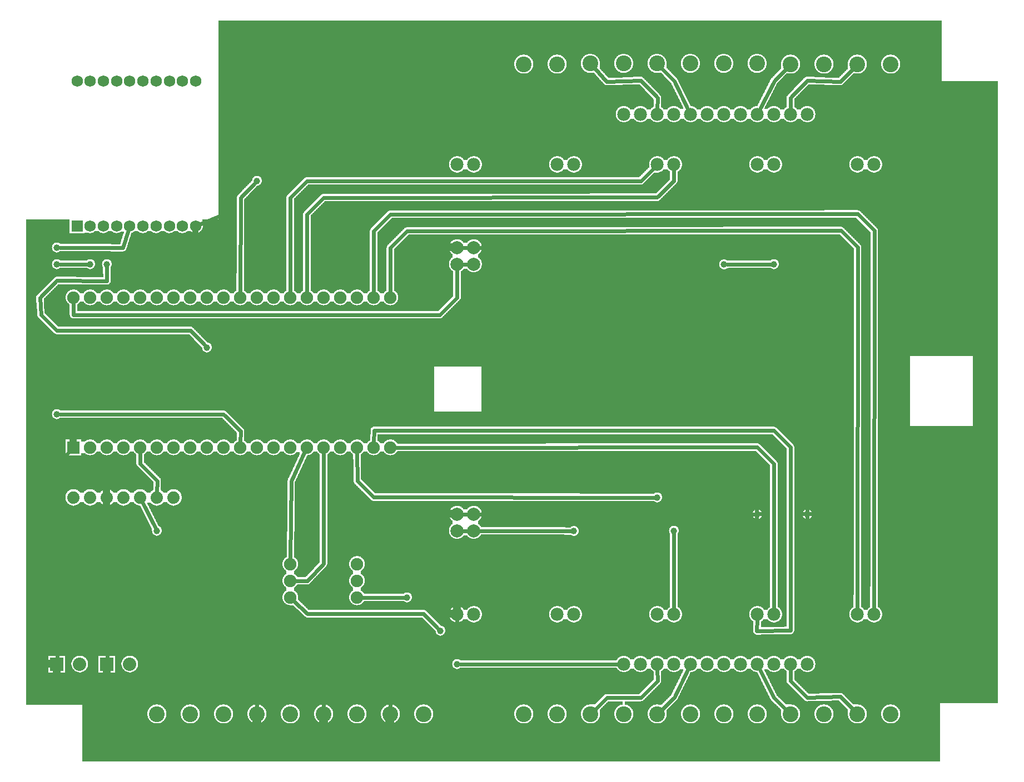
<source format=gbl>
G04 MADE WITH FRITZING*
G04 WWW.FRITZING.ORG*
G04 DOUBLE SIDED*
G04 HOLES PLATED*
G04 CONTOUR ON CENTER OF CONTOUR VECTOR*
%ASAXBY*%
%FSLAX23Y23*%
%MOIN*%
%OFA0B0*%
%SFA1.0B1.0*%
%ADD10C,0.075000*%
%ADD11C,0.078000*%
%ADD12C,0.039370*%
%ADD13C,0.080000*%
%ADD14C,0.074000*%
%ADD15C,0.068000*%
%ADD16C,0.078740*%
%ADD17C,0.094488*%
%ADD18R,0.080000X0.080000*%
%ADD19R,0.075000X0.075000*%
%ADD20R,0.068000X0.068000*%
%ADD21C,0.024000*%
%LNCOPPER0*%
G90*
G70*
G54D10*
X1739Y1789D03*
X1275Y4416D03*
X1623Y1026D03*
X2023Y1026D03*
G54D11*
X3923Y3926D03*
X3823Y3926D03*
X3723Y626D03*
X3623Y626D03*
X4523Y3926D03*
X4423Y3926D03*
X4723Y3926D03*
X4623Y3926D03*
X4323Y3926D03*
X4223Y3926D03*
X4723Y626D03*
X4623Y626D03*
X4523Y626D03*
X4423Y626D03*
X4323Y626D03*
X4223Y626D03*
X4123Y626D03*
X4023Y626D03*
X4123Y3926D03*
X4023Y3926D03*
X3923Y626D03*
X3823Y626D03*
X3723Y3926D03*
X3623Y3926D03*
G54D12*
X2323Y1026D03*
X2623Y626D03*
X223Y2126D03*
X1123Y2526D03*
X223Y3126D03*
X2523Y826D03*
X3323Y1424D03*
X4523Y3026D03*
X523Y3026D03*
X423Y3026D03*
X223Y3026D03*
X1423Y3526D03*
X4223Y3024D03*
X3823Y1626D03*
X823Y1426D03*
X3923Y1426D03*
X4423Y1524D03*
X4723Y1524D03*
G54D11*
X3323Y924D03*
X3223Y924D03*
X2723Y924D03*
X2623Y924D03*
X4523Y3624D03*
X4423Y3624D03*
X2723Y3624D03*
X2623Y3624D03*
X3923Y3624D03*
X3823Y3624D03*
X5123Y924D03*
X5023Y924D03*
X3323Y3624D03*
X3223Y3624D03*
X4523Y924D03*
X4423Y924D03*
X3923Y924D03*
X3823Y924D03*
X5123Y3624D03*
X5023Y3624D03*
G54D13*
X223Y626D03*
X360Y626D03*
X523Y626D03*
X660Y626D03*
G54D10*
X323Y1926D03*
X323Y2826D03*
X423Y1926D03*
X423Y2826D03*
X523Y1926D03*
X523Y2826D03*
X623Y1926D03*
X623Y2826D03*
X723Y1926D03*
X723Y2826D03*
X823Y1926D03*
X823Y2826D03*
X923Y1926D03*
X923Y2826D03*
X1023Y1926D03*
X1023Y2826D03*
X1123Y1926D03*
X1123Y2826D03*
X1223Y1926D03*
X1223Y2826D03*
X1323Y1926D03*
X1323Y2826D03*
X1423Y1926D03*
X1423Y2826D03*
X1523Y1926D03*
X1523Y2826D03*
X1623Y1926D03*
X1623Y2826D03*
X1723Y1926D03*
X1723Y2826D03*
X1823Y1926D03*
X1823Y2826D03*
X1923Y1926D03*
X1923Y2826D03*
X2023Y1926D03*
X2023Y2826D03*
X2123Y1926D03*
X2123Y2826D03*
X2223Y1926D03*
X2223Y2826D03*
G54D14*
X323Y1626D03*
X423Y1626D03*
X523Y1626D03*
X623Y1626D03*
X723Y1626D03*
X823Y1626D03*
X923Y1626D03*
G54D15*
X344Y3256D03*
X423Y3256D03*
X502Y3256D03*
X581Y3256D03*
X660Y3256D03*
X739Y3256D03*
X818Y3256D03*
X897Y3256D03*
X976Y3256D03*
X1055Y3256D03*
X1055Y4126D03*
X976Y4126D03*
X897Y4126D03*
X818Y4126D03*
X739Y4126D03*
X660Y4126D03*
X581Y4126D03*
X502Y4126D03*
X423Y4126D03*
X344Y4126D03*
G54D16*
X2723Y1526D03*
X2723Y1426D03*
X2623Y3026D03*
G54D17*
X5023Y4226D03*
X3821Y4231D03*
X5223Y4226D03*
X4021Y4231D03*
X4623Y4226D03*
X3421Y4231D03*
X3223Y4226D03*
X4421Y4231D03*
X4823Y4226D03*
X3621Y4231D03*
X3023Y4226D03*
X4221Y4231D03*
X1223Y326D03*
X1023Y326D03*
X4823Y326D03*
X3623Y326D03*
X4623Y326D03*
X1823Y326D03*
X2423Y326D03*
X3423Y326D03*
X5023Y326D03*
X3823Y326D03*
X1423Y326D03*
X2023Y326D03*
X3023Y326D03*
X4223Y326D03*
X5223Y326D03*
X4023Y326D03*
X823Y326D03*
X1623Y326D03*
X2223Y326D03*
X3223Y326D03*
X4423Y326D03*
G54D16*
X2623Y1526D03*
X2623Y1426D03*
X2623Y3126D03*
X2723Y3026D03*
X2723Y3126D03*
G54D10*
X1623Y1226D03*
X2023Y1226D03*
X1623Y1126D03*
X2023Y1126D03*
G54D18*
X223Y626D03*
X523Y626D03*
G54D19*
X323Y1926D03*
G54D20*
X344Y3256D03*
G54D21*
X1821Y1227D02*
X1823Y1897D01*
D02*
X1724Y1126D02*
X1821Y1227D01*
D02*
X1651Y1126D02*
X1724Y1126D01*
D02*
X2422Y928D02*
X2509Y839D01*
D02*
X1724Y928D02*
X2422Y928D01*
D02*
X1643Y1006D02*
X1724Y928D01*
D02*
X2304Y1026D02*
X2051Y1026D01*
D02*
X3924Y4126D02*
X3848Y4203D01*
D02*
X4009Y3953D02*
X3924Y4126D01*
D02*
X4595Y4198D02*
X4524Y4126D01*
D02*
X4524Y4126D02*
X4436Y3953D01*
D02*
X3520Y4122D02*
X3447Y4202D01*
D02*
X3724Y4128D02*
X3520Y4122D01*
D02*
X3824Y4024D02*
X3724Y4128D01*
D02*
X3823Y3956D02*
X3824Y4024D01*
D02*
X4721Y4128D02*
X4621Y4024D01*
D02*
X4921Y4122D02*
X4721Y4128D01*
D02*
X4621Y4024D02*
X4622Y3956D01*
D02*
X4996Y4198D02*
X4921Y4122D01*
D02*
X3924Y424D02*
X3850Y353D01*
D02*
X4009Y599D02*
X3924Y424D01*
D02*
X4522Y424D02*
X4595Y353D01*
D02*
X4436Y599D02*
X4522Y424D01*
D02*
X3824Y524D02*
X3724Y424D01*
D02*
X3724Y424D02*
X3521Y424D01*
D02*
X3521Y424D02*
X3450Y353D01*
D02*
X3823Y596D02*
X3824Y524D01*
D02*
X4621Y524D02*
X4622Y596D01*
D02*
X4721Y424D02*
X4621Y524D01*
D02*
X4921Y430D02*
X4721Y424D01*
D02*
X4996Y354D02*
X4921Y430D01*
D02*
X814Y1443D02*
X736Y1598D01*
D02*
X404Y3026D02*
X242Y3026D01*
D02*
X523Y2926D02*
X523Y3007D01*
D02*
X1024Y2628D02*
X222Y2628D01*
D02*
X1109Y2540D02*
X1024Y2628D01*
D02*
X127Y2723D02*
X121Y2826D01*
D02*
X121Y2826D02*
X223Y2927D01*
D02*
X222Y2628D02*
X127Y2723D01*
D02*
X223Y2927D02*
X523Y2926D01*
D02*
X1222Y2126D02*
X242Y2126D01*
D02*
X1324Y2024D02*
X1222Y2126D01*
D02*
X242Y3126D02*
X619Y3124D01*
D02*
X619Y3124D02*
X652Y3232D01*
D02*
X1323Y1955D02*
X1324Y2024D01*
D02*
X4825Y730D02*
X5125Y730D01*
D02*
X5222Y826D02*
X5223Y3725D01*
D02*
X5223Y3725D02*
X5124Y3825D01*
D02*
X5125Y730D02*
X5222Y826D01*
D02*
X4718Y826D02*
X4825Y730D01*
D02*
X4723Y1505D02*
X4718Y826D01*
D02*
X1327Y3828D02*
X1223Y3724D01*
D02*
X5124Y3825D02*
X1327Y3828D01*
D02*
X1221Y3326D02*
X1078Y3266D01*
D02*
X1223Y3724D02*
X1221Y3326D01*
D02*
X323Y2722D02*
X323Y2797D01*
D02*
X2520Y2723D02*
X323Y2722D01*
D02*
X2623Y2826D02*
X2520Y2723D01*
D02*
X2623Y2995D02*
X2623Y2826D01*
D02*
X3592Y626D02*
X2642Y626D01*
D02*
X527Y723D02*
X524Y657D01*
D02*
X227Y731D02*
X224Y657D01*
D02*
X1418Y723D02*
X1422Y365D01*
D02*
X1822Y723D02*
X1822Y365D01*
D02*
X2225Y723D02*
X2223Y365D01*
D02*
X1324Y3424D02*
X1323Y2855D01*
D02*
X1409Y3512D02*
X1324Y3424D01*
D02*
X3725Y3526D02*
X1722Y3526D01*
D02*
X1622Y3426D02*
X1623Y2855D01*
D02*
X1722Y3526D02*
X1622Y3426D01*
D02*
X3802Y3603D02*
X3725Y3526D01*
D02*
X1822Y3426D02*
X1722Y3326D01*
D02*
X3823Y3427D02*
X1822Y3426D01*
D02*
X1722Y3326D02*
X1723Y2855D01*
D02*
X3922Y3526D02*
X3823Y3427D01*
D02*
X3923Y3594D02*
X3922Y3526D01*
D02*
X2123Y3225D02*
X2123Y2855D01*
D02*
X2223Y3326D02*
X2123Y3225D01*
D02*
X5024Y3327D02*
X2223Y3326D01*
D02*
X5124Y3227D02*
X5024Y3327D01*
D02*
X5123Y955D02*
X5124Y3227D01*
D02*
X2223Y3125D02*
X2223Y2855D01*
D02*
X2323Y3225D02*
X2223Y3125D01*
D02*
X4924Y3227D02*
X2323Y3225D01*
D02*
X5024Y3127D02*
X4924Y3227D01*
D02*
X5023Y955D02*
X5024Y3127D01*
D02*
X2121Y1628D02*
X2024Y1725D01*
D02*
X3804Y1626D02*
X2121Y1628D01*
D02*
X2024Y1725D02*
X2023Y1897D01*
D02*
X3923Y955D02*
X3923Y1407D01*
D02*
X4420Y824D02*
X4621Y827D01*
D02*
X4621Y1927D02*
X4522Y2027D01*
D02*
X4621Y827D02*
X4621Y1927D01*
D02*
X4522Y2027D02*
X2126Y2028D01*
D02*
X2126Y2028D02*
X2123Y1955D01*
D02*
X4422Y894D02*
X4420Y824D01*
D02*
X4422Y1927D02*
X2251Y1926D01*
D02*
X4522Y1828D02*
X4422Y1927D01*
D02*
X4523Y955D02*
X4522Y1828D01*
D02*
X3304Y1424D02*
X2753Y1426D01*
D02*
X4504Y3026D02*
X4242Y3025D01*
D02*
X2619Y723D02*
X2622Y894D01*
D02*
X2821Y725D02*
X2619Y723D01*
D02*
X2922Y1227D02*
X2922Y827D01*
D02*
X2922Y827D02*
X2821Y725D01*
D02*
X3023Y1324D02*
X2922Y1227D01*
D02*
X3424Y1324D02*
X3023Y1324D01*
D02*
X3521Y1425D02*
X3424Y1324D01*
D02*
X3521Y1527D02*
X3521Y1426D01*
D02*
X2753Y1526D02*
X3521Y1527D01*
D02*
X3521Y1527D02*
X4404Y1524D01*
D02*
X4721Y3028D02*
X4723Y1543D01*
D02*
X4621Y3127D02*
X4721Y3028D01*
D02*
X2753Y3126D02*
X4621Y3127D01*
D02*
X1629Y1725D02*
X1710Y1900D01*
D02*
X1623Y1255D02*
X1629Y1725D01*
D02*
X825Y1726D02*
X722Y1829D01*
D02*
X722Y1829D02*
X722Y1897D01*
D02*
X823Y1657D02*
X825Y1726D01*
D02*
X2692Y1426D02*
X2653Y1426D01*
D02*
X2692Y3026D02*
X2653Y3026D01*
D02*
X2692Y3126D02*
X2653Y3126D01*
D02*
X2692Y1526D02*
X2653Y1526D01*
D02*
X227Y731D02*
X223Y1826D01*
D02*
X2225Y723D02*
X1822Y723D01*
D02*
X1822Y723D02*
X1418Y723D01*
D02*
X527Y723D02*
X227Y731D01*
D02*
X1418Y723D02*
X527Y723D01*
D02*
X2619Y723D02*
X2225Y723D01*
D02*
X223Y1826D02*
X302Y1906D01*
G36*
X3862Y3596D02*
X3862Y3594D01*
X3860Y3594D01*
X3860Y3592D01*
X3858Y3592D01*
X3858Y3590D01*
X3856Y3590D01*
X3856Y3588D01*
X3854Y3588D01*
X3854Y3586D01*
X3852Y3586D01*
X3852Y3584D01*
X3848Y3584D01*
X3848Y3582D01*
X3844Y3582D01*
X3844Y3580D01*
X3840Y3580D01*
X3840Y3578D01*
X3832Y3578D01*
X3832Y3576D01*
X3804Y3576D01*
X3804Y3574D01*
X3802Y3574D01*
X3802Y3572D01*
X3800Y3572D01*
X3800Y3570D01*
X3798Y3570D01*
X3798Y3568D01*
X3796Y3568D01*
X3796Y3566D01*
X3794Y3566D01*
X3794Y3564D01*
X3792Y3564D01*
X3792Y3562D01*
X3790Y3562D01*
X3790Y3560D01*
X3788Y3560D01*
X3788Y3558D01*
X3786Y3558D01*
X3786Y3556D01*
X3784Y3556D01*
X3784Y3554D01*
X3782Y3554D01*
X3782Y3552D01*
X3780Y3552D01*
X3780Y3550D01*
X3778Y3550D01*
X3778Y3548D01*
X3776Y3548D01*
X3776Y3546D01*
X3774Y3546D01*
X3774Y3544D01*
X3772Y3544D01*
X3772Y3542D01*
X3770Y3542D01*
X3770Y3540D01*
X3768Y3540D01*
X3768Y3538D01*
X3766Y3538D01*
X3766Y3536D01*
X3764Y3536D01*
X3764Y3534D01*
X3762Y3534D01*
X3762Y3532D01*
X3760Y3532D01*
X3760Y3530D01*
X3758Y3530D01*
X3758Y3528D01*
X3756Y3528D01*
X3756Y3526D01*
X3754Y3526D01*
X3754Y3524D01*
X3752Y3524D01*
X3752Y3522D01*
X3750Y3522D01*
X3750Y3520D01*
X3748Y3520D01*
X3748Y3518D01*
X3746Y3518D01*
X3746Y3516D01*
X3744Y3516D01*
X3744Y3514D01*
X3742Y3514D01*
X3742Y3512D01*
X3740Y3512D01*
X3740Y3510D01*
X3738Y3510D01*
X3738Y3508D01*
X3736Y3508D01*
X3736Y3506D01*
X3730Y3506D01*
X3730Y3504D01*
X1730Y3504D01*
X1730Y3502D01*
X1728Y3502D01*
X1728Y3500D01*
X1726Y3500D01*
X1726Y3498D01*
X1724Y3498D01*
X1724Y3496D01*
X1722Y3496D01*
X1722Y3494D01*
X1720Y3494D01*
X1720Y3492D01*
X1718Y3492D01*
X1718Y3490D01*
X1716Y3490D01*
X1716Y3488D01*
X1714Y3488D01*
X1714Y3486D01*
X1712Y3486D01*
X1712Y3484D01*
X1710Y3484D01*
X1710Y3482D01*
X1708Y3482D01*
X1708Y3480D01*
X1706Y3480D01*
X1706Y3478D01*
X1704Y3478D01*
X1704Y3476D01*
X1702Y3476D01*
X1702Y3474D01*
X1700Y3474D01*
X1700Y3472D01*
X1698Y3472D01*
X1698Y3470D01*
X1696Y3470D01*
X1696Y3468D01*
X1694Y3468D01*
X1694Y3466D01*
X1692Y3466D01*
X1692Y3464D01*
X1690Y3464D01*
X1690Y3462D01*
X1688Y3462D01*
X1688Y3460D01*
X1686Y3460D01*
X1686Y3458D01*
X1684Y3458D01*
X1684Y3456D01*
X1682Y3456D01*
X1682Y3454D01*
X1680Y3454D01*
X1680Y3452D01*
X1678Y3452D01*
X1678Y3450D01*
X1676Y3450D01*
X1676Y3448D01*
X1674Y3448D01*
X1674Y3446D01*
X1672Y3446D01*
X1672Y3444D01*
X1670Y3444D01*
X1670Y3442D01*
X1668Y3442D01*
X1668Y3440D01*
X1666Y3440D01*
X1666Y3438D01*
X1664Y3438D01*
X1664Y3436D01*
X1662Y3436D01*
X1662Y3434D01*
X1660Y3434D01*
X1660Y3432D01*
X1658Y3432D01*
X1658Y3430D01*
X1656Y3430D01*
X1656Y3428D01*
X1654Y3428D01*
X1654Y3426D01*
X1652Y3426D01*
X1652Y3424D01*
X1650Y3424D01*
X1650Y3422D01*
X1648Y3422D01*
X1648Y3420D01*
X1646Y3420D01*
X1646Y3418D01*
X1644Y3418D01*
X1644Y2868D01*
X1646Y2868D01*
X1646Y2866D01*
X1650Y2866D01*
X1650Y2864D01*
X1652Y2864D01*
X1652Y2862D01*
X1654Y2862D01*
X1654Y2860D01*
X1656Y2860D01*
X1656Y2858D01*
X1658Y2858D01*
X1658Y2856D01*
X1660Y2856D01*
X1660Y2854D01*
X1662Y2854D01*
X1662Y2850D01*
X1682Y2850D01*
X1682Y2852D01*
X1684Y2852D01*
X1684Y2856D01*
X1686Y2856D01*
X1686Y2858D01*
X1688Y2858D01*
X1688Y2860D01*
X1690Y2860D01*
X1690Y2862D01*
X1692Y2862D01*
X1692Y2864D01*
X1696Y2864D01*
X1696Y2866D01*
X1698Y2866D01*
X1698Y2868D01*
X1700Y2868D01*
X1700Y3332D01*
X1702Y3332D01*
X1702Y3336D01*
X1704Y3336D01*
X1704Y3340D01*
X1706Y3340D01*
X1706Y3342D01*
X1708Y3342D01*
X1708Y3344D01*
X1710Y3344D01*
X1710Y3346D01*
X1712Y3346D01*
X1712Y3348D01*
X1714Y3348D01*
X1714Y3350D01*
X1716Y3350D01*
X1716Y3352D01*
X1718Y3352D01*
X1718Y3354D01*
X1720Y3354D01*
X1720Y3356D01*
X1722Y3356D01*
X1722Y3358D01*
X1724Y3358D01*
X1724Y3360D01*
X1726Y3360D01*
X1726Y3362D01*
X1728Y3362D01*
X1728Y3364D01*
X1730Y3364D01*
X1730Y3366D01*
X1732Y3366D01*
X1732Y3368D01*
X1734Y3368D01*
X1734Y3370D01*
X1736Y3370D01*
X1736Y3372D01*
X1738Y3372D01*
X1738Y3374D01*
X1740Y3374D01*
X1740Y3376D01*
X1742Y3376D01*
X1742Y3378D01*
X1744Y3378D01*
X1744Y3380D01*
X1746Y3380D01*
X1746Y3382D01*
X1748Y3382D01*
X1748Y3384D01*
X1750Y3384D01*
X1750Y3386D01*
X1752Y3386D01*
X1752Y3388D01*
X1754Y3388D01*
X1754Y3390D01*
X1756Y3390D01*
X1756Y3392D01*
X1758Y3392D01*
X1758Y3394D01*
X1760Y3394D01*
X1760Y3396D01*
X1762Y3396D01*
X1762Y3398D01*
X1764Y3398D01*
X1764Y3400D01*
X1766Y3400D01*
X1766Y3402D01*
X1768Y3402D01*
X1768Y3404D01*
X1770Y3404D01*
X1770Y3406D01*
X1772Y3406D01*
X1772Y3408D01*
X1774Y3408D01*
X1774Y3410D01*
X1776Y3410D01*
X1776Y3412D01*
X1778Y3412D01*
X1778Y3414D01*
X1780Y3414D01*
X1780Y3416D01*
X1782Y3416D01*
X1782Y3418D01*
X1784Y3418D01*
X1784Y3420D01*
X1786Y3420D01*
X1786Y3422D01*
X1788Y3422D01*
X1788Y3424D01*
X1790Y3424D01*
X1790Y3426D01*
X1792Y3426D01*
X1792Y3428D01*
X1794Y3428D01*
X1794Y3430D01*
X1796Y3430D01*
X1796Y3432D01*
X1798Y3432D01*
X1798Y3434D01*
X1800Y3434D01*
X1800Y3436D01*
X1802Y3436D01*
X1802Y3438D01*
X1804Y3438D01*
X1804Y3440D01*
X1806Y3440D01*
X1806Y3442D01*
X1808Y3442D01*
X1808Y3444D01*
X1810Y3444D01*
X1810Y3446D01*
X1816Y3446D01*
X1816Y3448D01*
X3418Y3448D01*
X3418Y3450D01*
X3816Y3450D01*
X3816Y3452D01*
X3818Y3452D01*
X3818Y3454D01*
X3820Y3454D01*
X3820Y3456D01*
X3822Y3456D01*
X3822Y3458D01*
X3824Y3458D01*
X3824Y3460D01*
X3826Y3460D01*
X3826Y3462D01*
X3828Y3462D01*
X3828Y3464D01*
X3830Y3464D01*
X3830Y3466D01*
X3832Y3466D01*
X3832Y3468D01*
X3834Y3468D01*
X3834Y3470D01*
X3836Y3470D01*
X3836Y3472D01*
X3838Y3472D01*
X3838Y3474D01*
X3840Y3474D01*
X3840Y3476D01*
X3842Y3476D01*
X3842Y3478D01*
X3844Y3478D01*
X3844Y3480D01*
X3846Y3480D01*
X3846Y3482D01*
X3848Y3482D01*
X3848Y3484D01*
X3850Y3484D01*
X3850Y3486D01*
X3852Y3486D01*
X3852Y3488D01*
X3854Y3488D01*
X3854Y3490D01*
X3856Y3490D01*
X3856Y3492D01*
X3858Y3492D01*
X3858Y3494D01*
X3860Y3494D01*
X3860Y3496D01*
X3862Y3496D01*
X3862Y3498D01*
X3864Y3498D01*
X3864Y3500D01*
X3866Y3500D01*
X3866Y3502D01*
X3868Y3502D01*
X3868Y3504D01*
X3870Y3504D01*
X3870Y3506D01*
X3872Y3506D01*
X3872Y3508D01*
X3874Y3508D01*
X3874Y3510D01*
X3876Y3510D01*
X3876Y3512D01*
X3878Y3512D01*
X3878Y3514D01*
X3880Y3514D01*
X3880Y3516D01*
X3882Y3516D01*
X3882Y3518D01*
X3884Y3518D01*
X3884Y3520D01*
X3886Y3520D01*
X3886Y3522D01*
X3888Y3522D01*
X3888Y3524D01*
X3890Y3524D01*
X3890Y3526D01*
X3892Y3526D01*
X3892Y3528D01*
X3894Y3528D01*
X3894Y3530D01*
X3896Y3530D01*
X3896Y3532D01*
X3898Y3532D01*
X3898Y3534D01*
X3900Y3534D01*
X3900Y3582D01*
X3898Y3582D01*
X3898Y3584D01*
X3894Y3584D01*
X3894Y3586D01*
X3892Y3586D01*
X3892Y3588D01*
X3890Y3588D01*
X3890Y3590D01*
X3888Y3590D01*
X3888Y3592D01*
X3886Y3592D01*
X3886Y3594D01*
X3884Y3594D01*
X3884Y3596D01*
X3862Y3596D01*
G37*
D02*
G36*
X4850Y3306D02*
X4850Y3304D01*
X2232Y3304D01*
X2232Y3302D01*
X2230Y3302D01*
X2230Y3300D01*
X2228Y3300D01*
X2228Y3298D01*
X2226Y3298D01*
X2226Y3296D01*
X2224Y3296D01*
X2224Y3294D01*
X2222Y3294D01*
X2222Y3292D01*
X2220Y3292D01*
X2220Y3290D01*
X2218Y3290D01*
X2218Y3288D01*
X2216Y3288D01*
X2216Y3286D01*
X2214Y3286D01*
X2214Y3284D01*
X2212Y3284D01*
X2212Y3282D01*
X2210Y3282D01*
X2210Y3280D01*
X2208Y3280D01*
X2208Y3278D01*
X2206Y3278D01*
X2206Y3276D01*
X2204Y3276D01*
X2204Y3274D01*
X2202Y3274D01*
X2202Y3272D01*
X2200Y3272D01*
X2200Y3270D01*
X2198Y3270D01*
X2198Y3268D01*
X2196Y3268D01*
X2196Y3266D01*
X2194Y3266D01*
X2194Y3264D01*
X2192Y3264D01*
X2192Y3262D01*
X2190Y3262D01*
X2190Y3260D01*
X2188Y3260D01*
X2188Y3258D01*
X2186Y3258D01*
X2186Y3256D01*
X2184Y3256D01*
X2184Y3254D01*
X2182Y3254D01*
X2182Y3252D01*
X2180Y3252D01*
X2180Y3250D01*
X4928Y3250D01*
X4928Y3248D01*
X4934Y3248D01*
X4934Y3246D01*
X4938Y3246D01*
X4938Y3244D01*
X4940Y3244D01*
X4940Y3242D01*
X4942Y3242D01*
X4942Y3240D01*
X4944Y3240D01*
X4944Y3238D01*
X4946Y3238D01*
X4946Y3236D01*
X4948Y3236D01*
X4948Y3234D01*
X4950Y3234D01*
X4950Y3232D01*
X4952Y3232D01*
X4952Y3230D01*
X4954Y3230D01*
X4954Y3228D01*
X4956Y3228D01*
X4956Y3226D01*
X4958Y3226D01*
X4958Y3224D01*
X4960Y3224D01*
X4960Y3222D01*
X4962Y3222D01*
X4962Y3220D01*
X4964Y3220D01*
X4964Y3218D01*
X4966Y3218D01*
X4966Y3216D01*
X4968Y3216D01*
X4968Y3214D01*
X4970Y3214D01*
X4970Y3212D01*
X4972Y3212D01*
X4972Y3210D01*
X4974Y3210D01*
X4974Y3208D01*
X4976Y3208D01*
X4976Y3206D01*
X4978Y3206D01*
X4978Y3204D01*
X4980Y3204D01*
X4980Y3202D01*
X4982Y3202D01*
X4982Y3200D01*
X4984Y3200D01*
X4984Y3198D01*
X4986Y3198D01*
X4986Y3196D01*
X4988Y3196D01*
X4988Y3194D01*
X4990Y3194D01*
X4990Y3192D01*
X4992Y3192D01*
X4992Y3190D01*
X4994Y3190D01*
X4994Y3188D01*
X4996Y3188D01*
X4996Y3186D01*
X4998Y3186D01*
X4998Y3184D01*
X5000Y3184D01*
X5000Y3182D01*
X5002Y3182D01*
X5002Y3180D01*
X5004Y3180D01*
X5004Y3178D01*
X5006Y3178D01*
X5006Y3176D01*
X5008Y3176D01*
X5008Y3174D01*
X5010Y3174D01*
X5010Y3172D01*
X5012Y3172D01*
X5012Y3170D01*
X5014Y3170D01*
X5014Y3168D01*
X5016Y3168D01*
X5016Y3166D01*
X5018Y3166D01*
X5018Y3164D01*
X5020Y3164D01*
X5020Y3162D01*
X5022Y3162D01*
X5022Y3160D01*
X5024Y3160D01*
X5024Y3158D01*
X5026Y3158D01*
X5026Y3156D01*
X5028Y3156D01*
X5028Y3154D01*
X5030Y3154D01*
X5030Y3152D01*
X5032Y3152D01*
X5032Y3150D01*
X5034Y3150D01*
X5034Y3148D01*
X5036Y3148D01*
X5036Y3146D01*
X5038Y3146D01*
X5038Y3144D01*
X5040Y3144D01*
X5040Y3142D01*
X5042Y3142D01*
X5042Y3138D01*
X5044Y3138D01*
X5044Y3134D01*
X5046Y3134D01*
X5046Y1022D01*
X5044Y1022D01*
X5044Y968D01*
X5048Y968D01*
X5048Y966D01*
X5050Y966D01*
X5050Y964D01*
X5054Y964D01*
X5054Y962D01*
X5056Y962D01*
X5056Y960D01*
X5058Y960D01*
X5058Y958D01*
X5060Y958D01*
X5060Y956D01*
X5062Y956D01*
X5062Y952D01*
X5084Y952D01*
X5084Y956D01*
X5086Y956D01*
X5086Y958D01*
X5088Y958D01*
X5088Y960D01*
X5090Y960D01*
X5090Y962D01*
X5092Y962D01*
X5092Y964D01*
X5096Y964D01*
X5096Y966D01*
X5098Y966D01*
X5098Y968D01*
X5100Y968D01*
X5100Y1092D01*
X5102Y1092D01*
X5102Y3218D01*
X5100Y3218D01*
X5100Y3220D01*
X5098Y3220D01*
X5098Y3222D01*
X5096Y3222D01*
X5096Y3224D01*
X5094Y3224D01*
X5094Y3226D01*
X5092Y3226D01*
X5092Y3228D01*
X5090Y3228D01*
X5090Y3230D01*
X5088Y3230D01*
X5088Y3232D01*
X5086Y3232D01*
X5086Y3234D01*
X5084Y3234D01*
X5084Y3236D01*
X5082Y3236D01*
X5082Y3238D01*
X5080Y3238D01*
X5080Y3240D01*
X5078Y3240D01*
X5078Y3242D01*
X5076Y3242D01*
X5076Y3244D01*
X5074Y3244D01*
X5074Y3246D01*
X5072Y3246D01*
X5072Y3248D01*
X5070Y3248D01*
X5070Y3250D01*
X5068Y3250D01*
X5068Y3252D01*
X5066Y3252D01*
X5066Y3254D01*
X5064Y3254D01*
X5064Y3256D01*
X5062Y3256D01*
X5062Y3258D01*
X5060Y3258D01*
X5060Y3260D01*
X5058Y3260D01*
X5058Y3262D01*
X5056Y3262D01*
X5056Y3264D01*
X5054Y3264D01*
X5054Y3266D01*
X5052Y3266D01*
X5052Y3268D01*
X5050Y3268D01*
X5050Y3270D01*
X5048Y3270D01*
X5048Y3272D01*
X5046Y3272D01*
X5046Y3274D01*
X5044Y3274D01*
X5044Y3276D01*
X5042Y3276D01*
X5042Y3278D01*
X5040Y3278D01*
X5040Y3280D01*
X5038Y3280D01*
X5038Y3282D01*
X5036Y3282D01*
X5036Y3284D01*
X5034Y3284D01*
X5034Y3286D01*
X5032Y3286D01*
X5032Y3288D01*
X5030Y3288D01*
X5030Y3290D01*
X5028Y3290D01*
X5028Y3292D01*
X5026Y3292D01*
X5026Y3294D01*
X5024Y3294D01*
X5024Y3296D01*
X5022Y3296D01*
X5022Y3298D01*
X5020Y3298D01*
X5020Y3300D01*
X5018Y3300D01*
X5018Y3302D01*
X5016Y3302D01*
X5016Y3304D01*
X5014Y3304D01*
X5014Y3306D01*
X4850Y3306D01*
G37*
D02*
G36*
X2178Y3250D02*
X2178Y3248D01*
X2176Y3248D01*
X2176Y3246D01*
X2174Y3246D01*
X2174Y3244D01*
X2172Y3244D01*
X2172Y3242D01*
X2170Y3242D01*
X2170Y3240D01*
X2168Y3240D01*
X2168Y3238D01*
X2166Y3238D01*
X2166Y3236D01*
X2164Y3236D01*
X2164Y3234D01*
X2162Y3234D01*
X2162Y3232D01*
X2160Y3232D01*
X2160Y3230D01*
X2158Y3230D01*
X2158Y3228D01*
X2156Y3228D01*
X2156Y3226D01*
X2154Y3226D01*
X2154Y3224D01*
X2152Y3224D01*
X2152Y3222D01*
X2150Y3222D01*
X2150Y3220D01*
X2148Y3220D01*
X2148Y3218D01*
X2146Y3218D01*
X2146Y3216D01*
X2144Y3216D01*
X2144Y2868D01*
X2146Y2868D01*
X2146Y2866D01*
X2150Y2866D01*
X2150Y2864D01*
X2152Y2864D01*
X2152Y2862D01*
X2154Y2862D01*
X2154Y2860D01*
X2156Y2860D01*
X2156Y2858D01*
X2158Y2858D01*
X2158Y2856D01*
X2160Y2856D01*
X2160Y2854D01*
X2162Y2854D01*
X2162Y2850D01*
X2182Y2850D01*
X2182Y2852D01*
X2184Y2852D01*
X2184Y2856D01*
X2186Y2856D01*
X2186Y2858D01*
X2188Y2858D01*
X2188Y2860D01*
X2190Y2860D01*
X2190Y2862D01*
X2192Y2862D01*
X2192Y2864D01*
X2196Y2864D01*
X2196Y2866D01*
X2198Y2866D01*
X2198Y2868D01*
X2200Y2868D01*
X2200Y3126D01*
X2202Y3126D01*
X2202Y3134D01*
X2204Y3134D01*
X2204Y3138D01*
X2206Y3138D01*
X2206Y3140D01*
X2208Y3140D01*
X2208Y3142D01*
X2210Y3142D01*
X2210Y3144D01*
X2212Y3144D01*
X2212Y3146D01*
X2214Y3146D01*
X2214Y3148D01*
X2216Y3148D01*
X2216Y3150D01*
X2218Y3150D01*
X2218Y3152D01*
X2220Y3152D01*
X2220Y3154D01*
X2222Y3154D01*
X2222Y3156D01*
X2224Y3156D01*
X2224Y3158D01*
X2226Y3158D01*
X2226Y3160D01*
X2228Y3160D01*
X2228Y3162D01*
X2230Y3162D01*
X2230Y3164D01*
X2232Y3164D01*
X2232Y3166D01*
X2234Y3166D01*
X2234Y3168D01*
X2236Y3168D01*
X2236Y3170D01*
X2238Y3170D01*
X2238Y3172D01*
X2240Y3172D01*
X2240Y3174D01*
X2242Y3174D01*
X2242Y3176D01*
X2244Y3176D01*
X2244Y3178D01*
X2246Y3178D01*
X2246Y3180D01*
X2248Y3180D01*
X2248Y3182D01*
X2250Y3182D01*
X2250Y3184D01*
X2252Y3184D01*
X2252Y3186D01*
X2254Y3186D01*
X2254Y3188D01*
X2256Y3188D01*
X2256Y3190D01*
X2258Y3190D01*
X2258Y3192D01*
X2260Y3192D01*
X2260Y3194D01*
X2262Y3194D01*
X2262Y3196D01*
X2264Y3196D01*
X2264Y3198D01*
X2266Y3198D01*
X2266Y3200D01*
X2268Y3200D01*
X2268Y3202D01*
X2270Y3202D01*
X2270Y3204D01*
X2272Y3204D01*
X2272Y3206D01*
X2274Y3206D01*
X2274Y3208D01*
X2276Y3208D01*
X2276Y3210D01*
X2278Y3210D01*
X2278Y3212D01*
X2280Y3212D01*
X2280Y3214D01*
X2282Y3214D01*
X2282Y3216D01*
X2284Y3216D01*
X2284Y3218D01*
X2286Y3218D01*
X2286Y3220D01*
X2288Y3220D01*
X2288Y3222D01*
X2290Y3222D01*
X2290Y3224D01*
X2292Y3224D01*
X2292Y3226D01*
X2294Y3226D01*
X2294Y3228D01*
X2296Y3228D01*
X2296Y3230D01*
X2298Y3230D01*
X2298Y3232D01*
X2300Y3232D01*
X2300Y3234D01*
X2302Y3234D01*
X2302Y3236D01*
X2304Y3236D01*
X2304Y3238D01*
X2306Y3238D01*
X2306Y3240D01*
X2308Y3240D01*
X2308Y3242D01*
X2310Y3242D01*
X2310Y3244D01*
X2312Y3244D01*
X2312Y3246D01*
X2318Y3246D01*
X2318Y3248D01*
X4220Y3248D01*
X4220Y3250D01*
X2178Y3250D01*
G37*
D02*
G36*
X1762Y1902D02*
X1762Y1898D01*
X1760Y1898D01*
X1760Y1896D01*
X1758Y1896D01*
X1758Y1894D01*
X1756Y1894D01*
X1756Y1892D01*
X1754Y1892D01*
X1754Y1890D01*
X1752Y1890D01*
X1752Y1888D01*
X1748Y1888D01*
X1748Y1886D01*
X1746Y1886D01*
X1746Y1884D01*
X1742Y1884D01*
X1742Y1882D01*
X1736Y1882D01*
X1736Y1880D01*
X1724Y1880D01*
X1724Y1876D01*
X1722Y1876D01*
X1722Y1870D01*
X1720Y1870D01*
X1720Y1866D01*
X1718Y1866D01*
X1718Y1862D01*
X1716Y1862D01*
X1716Y1858D01*
X1714Y1858D01*
X1714Y1854D01*
X1712Y1854D01*
X1712Y1850D01*
X1710Y1850D01*
X1710Y1846D01*
X1708Y1846D01*
X1708Y1840D01*
X1706Y1840D01*
X1706Y1836D01*
X1704Y1836D01*
X1704Y1832D01*
X1702Y1832D01*
X1702Y1828D01*
X1700Y1828D01*
X1700Y1824D01*
X1698Y1824D01*
X1698Y1820D01*
X1696Y1820D01*
X1696Y1816D01*
X1694Y1816D01*
X1694Y1810D01*
X1692Y1810D01*
X1692Y1806D01*
X1690Y1806D01*
X1690Y1802D01*
X1688Y1802D01*
X1688Y1798D01*
X1686Y1798D01*
X1686Y1794D01*
X1684Y1794D01*
X1684Y1790D01*
X1682Y1790D01*
X1682Y1786D01*
X1680Y1786D01*
X1680Y1780D01*
X1678Y1780D01*
X1678Y1776D01*
X1676Y1776D01*
X1676Y1772D01*
X1674Y1772D01*
X1674Y1768D01*
X1672Y1768D01*
X1672Y1764D01*
X1670Y1764D01*
X1670Y1760D01*
X1668Y1760D01*
X1668Y1756D01*
X1666Y1756D01*
X1666Y1750D01*
X1664Y1750D01*
X1664Y1746D01*
X1662Y1746D01*
X1662Y1742D01*
X1660Y1742D01*
X1660Y1738D01*
X1658Y1738D01*
X1658Y1734D01*
X1656Y1734D01*
X1656Y1730D01*
X1654Y1730D01*
X1654Y1726D01*
X1652Y1726D01*
X1652Y1720D01*
X1650Y1720D01*
X1650Y1580D01*
X1648Y1580D01*
X1648Y1422D01*
X1646Y1422D01*
X1646Y1266D01*
X1650Y1266D01*
X1650Y1264D01*
X1652Y1264D01*
X1652Y1262D01*
X1654Y1262D01*
X1654Y1260D01*
X1656Y1260D01*
X1656Y1258D01*
X1658Y1258D01*
X1658Y1256D01*
X1660Y1256D01*
X1660Y1254D01*
X1662Y1254D01*
X1662Y1250D01*
X1664Y1250D01*
X1664Y1248D01*
X1666Y1248D01*
X1666Y1242D01*
X1668Y1242D01*
X1668Y1236D01*
X1670Y1236D01*
X1670Y1216D01*
X1668Y1216D01*
X1668Y1210D01*
X1666Y1210D01*
X1666Y1206D01*
X1664Y1206D01*
X1664Y1202D01*
X1662Y1202D01*
X1662Y1198D01*
X1660Y1198D01*
X1660Y1196D01*
X1658Y1196D01*
X1658Y1194D01*
X1656Y1194D01*
X1656Y1192D01*
X1654Y1192D01*
X1654Y1190D01*
X1652Y1190D01*
X1652Y1188D01*
X1648Y1188D01*
X1648Y1186D01*
X1646Y1186D01*
X1646Y1166D01*
X1650Y1166D01*
X1650Y1164D01*
X1652Y1164D01*
X1652Y1162D01*
X1654Y1162D01*
X1654Y1160D01*
X1656Y1160D01*
X1656Y1158D01*
X1658Y1158D01*
X1658Y1156D01*
X1660Y1156D01*
X1660Y1154D01*
X1662Y1154D01*
X1662Y1150D01*
X1664Y1150D01*
X1664Y1148D01*
X1716Y1148D01*
X1716Y1150D01*
X1718Y1150D01*
X1718Y1152D01*
X1720Y1152D01*
X1720Y1154D01*
X1722Y1154D01*
X1722Y1156D01*
X1724Y1156D01*
X1724Y1160D01*
X1726Y1160D01*
X1726Y1162D01*
X1728Y1162D01*
X1728Y1164D01*
X1730Y1164D01*
X1730Y1166D01*
X1732Y1166D01*
X1732Y1168D01*
X1734Y1168D01*
X1734Y1170D01*
X1736Y1170D01*
X1736Y1172D01*
X1738Y1172D01*
X1738Y1174D01*
X1740Y1174D01*
X1740Y1176D01*
X1742Y1176D01*
X1742Y1178D01*
X1744Y1178D01*
X1744Y1180D01*
X1746Y1180D01*
X1746Y1182D01*
X1748Y1182D01*
X1748Y1184D01*
X1750Y1184D01*
X1750Y1186D01*
X1752Y1186D01*
X1752Y1188D01*
X1754Y1188D01*
X1754Y1190D01*
X1756Y1190D01*
X1756Y1192D01*
X1758Y1192D01*
X1758Y1194D01*
X1760Y1194D01*
X1760Y1196D01*
X1762Y1196D01*
X1762Y1198D01*
X1764Y1198D01*
X1764Y1200D01*
X1766Y1200D01*
X1766Y1204D01*
X1768Y1204D01*
X1768Y1206D01*
X1770Y1206D01*
X1770Y1208D01*
X1772Y1208D01*
X1772Y1210D01*
X1774Y1210D01*
X1774Y1212D01*
X1776Y1212D01*
X1776Y1214D01*
X1778Y1214D01*
X1778Y1216D01*
X1780Y1216D01*
X1780Y1218D01*
X1782Y1218D01*
X1782Y1220D01*
X1784Y1220D01*
X1784Y1222D01*
X1786Y1222D01*
X1786Y1224D01*
X1788Y1224D01*
X1788Y1226D01*
X1790Y1226D01*
X1790Y1228D01*
X1792Y1228D01*
X1792Y1230D01*
X1794Y1230D01*
X1794Y1232D01*
X1796Y1232D01*
X1796Y1234D01*
X1798Y1234D01*
X1798Y1236D01*
X1800Y1236D01*
X1800Y1886D01*
X1796Y1886D01*
X1796Y1888D01*
X1794Y1888D01*
X1794Y1890D01*
X1792Y1890D01*
X1792Y1892D01*
X1788Y1892D01*
X1788Y1896D01*
X1786Y1896D01*
X1786Y1898D01*
X1784Y1898D01*
X1784Y1900D01*
X1782Y1900D01*
X1782Y1902D01*
X1762Y1902D01*
G37*
D02*
G36*
X2146Y2006D02*
X2146Y1974D01*
X2232Y1974D01*
X2232Y1972D01*
X2238Y1972D01*
X2238Y1970D01*
X2244Y1970D01*
X2244Y1968D01*
X2246Y1968D01*
X2246Y1966D01*
X2250Y1966D01*
X2250Y1964D01*
X2252Y1964D01*
X2252Y1962D01*
X2254Y1962D01*
X2254Y1960D01*
X2256Y1960D01*
X2256Y1958D01*
X2258Y1958D01*
X2258Y1956D01*
X2260Y1956D01*
X2260Y1954D01*
X2262Y1954D01*
X2262Y1950D01*
X4428Y1950D01*
X4428Y1948D01*
X4432Y1948D01*
X4432Y1946D01*
X4436Y1946D01*
X4436Y1944D01*
X4438Y1944D01*
X4438Y1942D01*
X4440Y1942D01*
X4440Y1940D01*
X4442Y1940D01*
X4442Y1938D01*
X4444Y1938D01*
X4444Y1936D01*
X4446Y1936D01*
X4446Y1934D01*
X4448Y1934D01*
X4448Y1932D01*
X4450Y1932D01*
X4450Y1930D01*
X4452Y1930D01*
X4452Y1928D01*
X4454Y1928D01*
X4454Y1926D01*
X4456Y1926D01*
X4456Y1924D01*
X4458Y1924D01*
X4458Y1922D01*
X4460Y1922D01*
X4460Y1920D01*
X4462Y1920D01*
X4462Y1918D01*
X4464Y1918D01*
X4464Y1916D01*
X4466Y1916D01*
X4466Y1914D01*
X4468Y1914D01*
X4468Y1912D01*
X4470Y1912D01*
X4470Y1910D01*
X4472Y1910D01*
X4472Y1908D01*
X4474Y1908D01*
X4474Y1906D01*
X4476Y1906D01*
X4476Y1904D01*
X4478Y1904D01*
X4478Y1902D01*
X4480Y1902D01*
X4480Y1900D01*
X4482Y1900D01*
X4482Y1898D01*
X4484Y1898D01*
X4484Y1896D01*
X4486Y1896D01*
X4486Y1894D01*
X4488Y1894D01*
X4488Y1892D01*
X4490Y1892D01*
X4490Y1890D01*
X4492Y1890D01*
X4492Y1888D01*
X4494Y1888D01*
X4494Y1886D01*
X4496Y1886D01*
X4496Y1884D01*
X4498Y1884D01*
X4498Y1882D01*
X4500Y1882D01*
X4500Y1880D01*
X4502Y1880D01*
X4502Y1878D01*
X4504Y1878D01*
X4504Y1876D01*
X4506Y1876D01*
X4506Y1874D01*
X4508Y1874D01*
X4508Y1872D01*
X4510Y1872D01*
X4510Y1870D01*
X4512Y1870D01*
X4512Y1868D01*
X4514Y1868D01*
X4514Y1866D01*
X4516Y1866D01*
X4516Y1864D01*
X4518Y1864D01*
X4518Y1862D01*
X4520Y1862D01*
X4520Y1860D01*
X4522Y1860D01*
X4522Y1858D01*
X4524Y1858D01*
X4524Y1856D01*
X4526Y1856D01*
X4526Y1854D01*
X4528Y1854D01*
X4528Y1852D01*
X4530Y1852D01*
X4530Y1850D01*
X4532Y1850D01*
X4532Y1848D01*
X4534Y1848D01*
X4534Y1846D01*
X4536Y1846D01*
X4536Y1844D01*
X4538Y1844D01*
X4538Y1842D01*
X4540Y1842D01*
X4540Y1838D01*
X4542Y1838D01*
X4542Y1834D01*
X4544Y1834D01*
X4544Y968D01*
X4548Y968D01*
X4548Y966D01*
X4550Y966D01*
X4550Y964D01*
X4554Y964D01*
X4554Y962D01*
X4556Y962D01*
X4556Y960D01*
X4558Y960D01*
X4558Y958D01*
X4560Y958D01*
X4560Y956D01*
X4562Y956D01*
X4562Y952D01*
X4564Y952D01*
X4564Y950D01*
X4566Y950D01*
X4566Y946D01*
X4568Y946D01*
X4568Y940D01*
X4570Y940D01*
X4570Y934D01*
X4572Y934D01*
X4572Y916D01*
X4570Y916D01*
X4570Y908D01*
X4568Y908D01*
X4568Y904D01*
X4566Y904D01*
X4566Y900D01*
X4564Y900D01*
X4564Y896D01*
X4562Y896D01*
X4562Y894D01*
X4560Y894D01*
X4560Y892D01*
X4558Y892D01*
X4558Y890D01*
X4556Y890D01*
X4556Y888D01*
X4554Y888D01*
X4554Y886D01*
X4552Y886D01*
X4552Y884D01*
X4548Y884D01*
X4548Y882D01*
X4544Y882D01*
X4544Y880D01*
X4540Y880D01*
X4540Y878D01*
X4532Y878D01*
X4532Y876D01*
X4600Y876D01*
X4600Y1920D01*
X4598Y1920D01*
X4598Y1922D01*
X4596Y1922D01*
X4596Y1924D01*
X4594Y1924D01*
X4594Y1926D01*
X4592Y1926D01*
X4592Y1928D01*
X4590Y1928D01*
X4590Y1930D01*
X4588Y1930D01*
X4588Y1932D01*
X4586Y1932D01*
X4586Y1934D01*
X4584Y1934D01*
X4584Y1936D01*
X4582Y1936D01*
X4582Y1938D01*
X4580Y1938D01*
X4580Y1940D01*
X4578Y1940D01*
X4578Y1942D01*
X4576Y1942D01*
X4576Y1944D01*
X4574Y1944D01*
X4574Y1946D01*
X4572Y1946D01*
X4572Y1948D01*
X4570Y1948D01*
X4570Y1950D01*
X4568Y1950D01*
X4568Y1952D01*
X4566Y1952D01*
X4566Y1954D01*
X4564Y1954D01*
X4564Y1956D01*
X4562Y1956D01*
X4562Y1958D01*
X4560Y1958D01*
X4560Y1960D01*
X4558Y1960D01*
X4558Y1962D01*
X4556Y1962D01*
X4556Y1964D01*
X4554Y1964D01*
X4554Y1966D01*
X4552Y1966D01*
X4552Y1968D01*
X4550Y1968D01*
X4550Y1970D01*
X4548Y1970D01*
X4548Y1972D01*
X4546Y1972D01*
X4546Y1974D01*
X4544Y1974D01*
X4544Y1976D01*
X4542Y1976D01*
X4542Y1978D01*
X4540Y1978D01*
X4540Y1980D01*
X4538Y1980D01*
X4538Y1982D01*
X4536Y1982D01*
X4536Y1984D01*
X4534Y1984D01*
X4534Y1986D01*
X4532Y1986D01*
X4532Y1988D01*
X4530Y1988D01*
X4530Y1990D01*
X4528Y1990D01*
X4528Y1992D01*
X4526Y1992D01*
X4526Y1994D01*
X4524Y1994D01*
X4524Y1996D01*
X4522Y1996D01*
X4522Y1998D01*
X4520Y1998D01*
X4520Y2000D01*
X4518Y2000D01*
X4518Y2002D01*
X4516Y2002D01*
X4516Y2004D01*
X4514Y2004D01*
X4514Y2006D01*
X2146Y2006D01*
G37*
D02*
G36*
X2146Y1974D02*
X2146Y1966D01*
X2150Y1966D01*
X2150Y1964D01*
X2152Y1964D01*
X2152Y1962D01*
X2154Y1962D01*
X2154Y1960D01*
X2156Y1960D01*
X2156Y1958D01*
X2158Y1958D01*
X2158Y1956D01*
X2160Y1956D01*
X2160Y1954D01*
X2162Y1954D01*
X2162Y1950D01*
X2182Y1950D01*
X2182Y1952D01*
X2184Y1952D01*
X2184Y1956D01*
X2186Y1956D01*
X2186Y1958D01*
X2188Y1958D01*
X2188Y1960D01*
X2190Y1960D01*
X2190Y1962D01*
X2192Y1962D01*
X2192Y1964D01*
X2196Y1964D01*
X2196Y1966D01*
X2198Y1966D01*
X2198Y1968D01*
X2202Y1968D01*
X2202Y1970D01*
X2206Y1970D01*
X2206Y1972D01*
X2214Y1972D01*
X2214Y1974D01*
X2146Y1974D01*
G37*
D02*
G36*
X2264Y1950D02*
X2264Y1948D01*
X3154Y1948D01*
X3154Y1950D01*
X2264Y1950D01*
G37*
D02*
G36*
X4462Y896D02*
X4462Y894D01*
X4460Y894D01*
X4460Y892D01*
X4458Y892D01*
X4458Y890D01*
X4456Y890D01*
X4456Y888D01*
X4454Y888D01*
X4454Y886D01*
X4452Y886D01*
X4452Y884D01*
X4448Y884D01*
X4448Y882D01*
X4444Y882D01*
X4444Y876D01*
X4514Y876D01*
X4514Y878D01*
X4506Y878D01*
X4506Y880D01*
X4502Y880D01*
X4502Y882D01*
X4498Y882D01*
X4498Y884D01*
X4494Y884D01*
X4494Y886D01*
X4492Y886D01*
X4492Y888D01*
X4490Y888D01*
X4490Y890D01*
X4488Y890D01*
X4488Y892D01*
X4486Y892D01*
X4486Y894D01*
X4484Y894D01*
X4484Y896D01*
X4462Y896D01*
G37*
D02*
G36*
X4444Y876D02*
X4444Y874D01*
X4600Y874D01*
X4600Y876D01*
X4444Y876D01*
G37*
D02*
G36*
X4444Y876D02*
X4444Y874D01*
X4600Y874D01*
X4600Y876D01*
X4444Y876D01*
G37*
D02*
G36*
X4444Y874D02*
X4444Y848D01*
X4584Y848D01*
X4584Y850D01*
X4600Y850D01*
X4600Y874D01*
X4444Y874D01*
G37*
D02*
G36*
X1192Y4488D02*
X1192Y4288D01*
X4432Y4288D01*
X4432Y4286D01*
X4440Y4286D01*
X4440Y4284D01*
X5230Y4284D01*
X5230Y4282D01*
X5240Y4282D01*
X5240Y4280D01*
X5246Y4280D01*
X5246Y4278D01*
X5250Y4278D01*
X5250Y4276D01*
X5252Y4276D01*
X5252Y4274D01*
X5256Y4274D01*
X5256Y4272D01*
X5258Y4272D01*
X5258Y4270D01*
X5260Y4270D01*
X5260Y4268D01*
X5262Y4268D01*
X5262Y4266D01*
X5264Y4266D01*
X5264Y4264D01*
X5266Y4264D01*
X5266Y4262D01*
X5268Y4262D01*
X5268Y4260D01*
X5270Y4260D01*
X5270Y4256D01*
X5272Y4256D01*
X5272Y4254D01*
X5274Y4254D01*
X5274Y4250D01*
X5276Y4250D01*
X5276Y4244D01*
X5278Y4244D01*
X5278Y4236D01*
X5280Y4236D01*
X5280Y4218D01*
X5278Y4218D01*
X5278Y4208D01*
X5276Y4208D01*
X5276Y4204D01*
X5274Y4204D01*
X5274Y4200D01*
X5272Y4200D01*
X5272Y4196D01*
X5270Y4196D01*
X5270Y4194D01*
X5268Y4194D01*
X5268Y4190D01*
X5266Y4190D01*
X5266Y4188D01*
X5264Y4188D01*
X5264Y4186D01*
X5262Y4186D01*
X5262Y4184D01*
X5260Y4184D01*
X5260Y4182D01*
X5256Y4182D01*
X5256Y4180D01*
X5254Y4180D01*
X5254Y4178D01*
X5252Y4178D01*
X5252Y4176D01*
X5248Y4176D01*
X5248Y4174D01*
X5244Y4174D01*
X5244Y4172D01*
X5236Y4172D01*
X5236Y4170D01*
X5528Y4170D01*
X5528Y4488D01*
X1192Y4488D01*
G37*
D02*
G36*
X1192Y4288D02*
X1192Y4284D01*
X3230Y4284D01*
X3230Y4282D01*
X3240Y4282D01*
X3240Y4280D01*
X3246Y4280D01*
X3246Y4278D01*
X3250Y4278D01*
X3250Y4276D01*
X3252Y4276D01*
X3252Y4274D01*
X3256Y4274D01*
X3256Y4272D01*
X3258Y4272D01*
X3258Y4270D01*
X3260Y4270D01*
X3260Y4268D01*
X3262Y4268D01*
X3262Y4266D01*
X3264Y4266D01*
X3264Y4264D01*
X3266Y4264D01*
X3266Y4262D01*
X3268Y4262D01*
X3268Y4260D01*
X3270Y4260D01*
X3270Y4256D01*
X3272Y4256D01*
X3272Y4254D01*
X3274Y4254D01*
X3274Y4250D01*
X3276Y4250D01*
X3276Y4244D01*
X3278Y4244D01*
X3278Y4236D01*
X3280Y4236D01*
X3280Y4218D01*
X3278Y4218D01*
X3278Y4208D01*
X3276Y4208D01*
X3276Y4204D01*
X3274Y4204D01*
X3274Y4200D01*
X3272Y4200D01*
X3272Y4196D01*
X3270Y4196D01*
X3270Y4194D01*
X3268Y4194D01*
X3268Y4190D01*
X3266Y4190D01*
X3266Y4188D01*
X3264Y4188D01*
X3264Y4186D01*
X3262Y4186D01*
X3262Y4184D01*
X3260Y4184D01*
X3260Y4182D01*
X3256Y4182D01*
X3256Y4180D01*
X3254Y4180D01*
X3254Y4178D01*
X3252Y4178D01*
X3252Y4176D01*
X3248Y4176D01*
X3248Y4174D01*
X3244Y4174D01*
X3244Y4172D01*
X3236Y4172D01*
X3236Y4170D01*
X3446Y4170D01*
X3446Y4172D01*
X3444Y4172D01*
X3444Y4174D01*
X3410Y4174D01*
X3410Y4176D01*
X3402Y4176D01*
X3402Y4178D01*
X3398Y4178D01*
X3398Y4180D01*
X3394Y4180D01*
X3394Y4182D01*
X3390Y4182D01*
X3390Y4184D01*
X3388Y4184D01*
X3388Y4186D01*
X3386Y4186D01*
X3386Y4188D01*
X3382Y4188D01*
X3382Y4190D01*
X3380Y4190D01*
X3380Y4192D01*
X3378Y4192D01*
X3378Y4196D01*
X3376Y4196D01*
X3376Y4198D01*
X3374Y4198D01*
X3374Y4200D01*
X3372Y4200D01*
X3372Y4204D01*
X3370Y4204D01*
X3370Y4208D01*
X3368Y4208D01*
X3368Y4214D01*
X3366Y4214D01*
X3366Y4222D01*
X3364Y4222D01*
X3364Y4240D01*
X3366Y4240D01*
X3366Y4248D01*
X3368Y4248D01*
X3368Y4254D01*
X3370Y4254D01*
X3370Y4258D01*
X3372Y4258D01*
X3372Y4262D01*
X3374Y4262D01*
X3374Y4264D01*
X3376Y4264D01*
X3376Y4266D01*
X3378Y4266D01*
X3378Y4270D01*
X3380Y4270D01*
X3380Y4272D01*
X3382Y4272D01*
X3382Y4274D01*
X3386Y4274D01*
X3386Y4276D01*
X3388Y4276D01*
X3388Y4278D01*
X3390Y4278D01*
X3390Y4280D01*
X3394Y4280D01*
X3394Y4282D01*
X3398Y4282D01*
X3398Y4284D01*
X3402Y4284D01*
X3402Y4286D01*
X3410Y4286D01*
X3410Y4288D01*
X1192Y4288D01*
G37*
D02*
G36*
X3432Y4288D02*
X3432Y4286D01*
X3440Y4286D01*
X3440Y4284D01*
X3446Y4284D01*
X3446Y4282D01*
X3448Y4282D01*
X3448Y4280D01*
X3452Y4280D01*
X3452Y4278D01*
X3454Y4278D01*
X3454Y4276D01*
X3458Y4276D01*
X3458Y4274D01*
X3460Y4274D01*
X3460Y4272D01*
X3462Y4272D01*
X3462Y4270D01*
X3464Y4270D01*
X3464Y4268D01*
X3466Y4268D01*
X3466Y4266D01*
X3468Y4266D01*
X3468Y4262D01*
X3470Y4262D01*
X3470Y4260D01*
X3472Y4260D01*
X3472Y4256D01*
X3474Y4256D01*
X3474Y4250D01*
X3476Y4250D01*
X3476Y4244D01*
X3478Y4244D01*
X3478Y4200D01*
X3480Y4200D01*
X3480Y4198D01*
X3482Y4198D01*
X3482Y4196D01*
X3484Y4196D01*
X3484Y4194D01*
X3486Y4194D01*
X3486Y4192D01*
X3488Y4192D01*
X3488Y4190D01*
X3490Y4190D01*
X3490Y4186D01*
X3492Y4186D01*
X3492Y4184D01*
X3494Y4184D01*
X3494Y4182D01*
X3496Y4182D01*
X3496Y4180D01*
X3498Y4180D01*
X3498Y4178D01*
X3500Y4178D01*
X3500Y4176D01*
X3502Y4176D01*
X3502Y4174D01*
X3610Y4174D01*
X3610Y4176D01*
X3602Y4176D01*
X3602Y4178D01*
X3598Y4178D01*
X3598Y4180D01*
X3594Y4180D01*
X3594Y4182D01*
X3590Y4182D01*
X3590Y4184D01*
X3588Y4184D01*
X3588Y4186D01*
X3586Y4186D01*
X3586Y4188D01*
X3582Y4188D01*
X3582Y4190D01*
X3580Y4190D01*
X3580Y4192D01*
X3578Y4192D01*
X3578Y4196D01*
X3576Y4196D01*
X3576Y4198D01*
X3574Y4198D01*
X3574Y4200D01*
X3572Y4200D01*
X3572Y4204D01*
X3570Y4204D01*
X3570Y4208D01*
X3568Y4208D01*
X3568Y4214D01*
X3566Y4214D01*
X3566Y4222D01*
X3564Y4222D01*
X3564Y4240D01*
X3566Y4240D01*
X3566Y4248D01*
X3568Y4248D01*
X3568Y4254D01*
X3570Y4254D01*
X3570Y4258D01*
X3572Y4258D01*
X3572Y4262D01*
X3574Y4262D01*
X3574Y4264D01*
X3576Y4264D01*
X3576Y4266D01*
X3578Y4266D01*
X3578Y4270D01*
X3580Y4270D01*
X3580Y4272D01*
X3582Y4272D01*
X3582Y4274D01*
X3586Y4274D01*
X3586Y4276D01*
X3588Y4276D01*
X3588Y4278D01*
X3590Y4278D01*
X3590Y4280D01*
X3594Y4280D01*
X3594Y4282D01*
X3598Y4282D01*
X3598Y4284D01*
X3602Y4284D01*
X3602Y4286D01*
X3610Y4286D01*
X3610Y4288D01*
X3432Y4288D01*
G37*
D02*
G36*
X3632Y4288D02*
X3632Y4286D01*
X3640Y4286D01*
X3640Y4284D01*
X3646Y4284D01*
X3646Y4282D01*
X3648Y4282D01*
X3648Y4280D01*
X3652Y4280D01*
X3652Y4278D01*
X3654Y4278D01*
X3654Y4276D01*
X3658Y4276D01*
X3658Y4274D01*
X3660Y4274D01*
X3660Y4272D01*
X3662Y4272D01*
X3662Y4270D01*
X3664Y4270D01*
X3664Y4268D01*
X3666Y4268D01*
X3666Y4266D01*
X3668Y4266D01*
X3668Y4262D01*
X3670Y4262D01*
X3670Y4260D01*
X3672Y4260D01*
X3672Y4256D01*
X3674Y4256D01*
X3674Y4250D01*
X3676Y4250D01*
X3676Y4244D01*
X3678Y4244D01*
X3678Y4218D01*
X3676Y4218D01*
X3676Y4212D01*
X3674Y4212D01*
X3674Y4206D01*
X3672Y4206D01*
X3672Y4202D01*
X3670Y4202D01*
X3670Y4200D01*
X3668Y4200D01*
X3668Y4196D01*
X3666Y4196D01*
X3666Y4194D01*
X3664Y4194D01*
X3664Y4192D01*
X3662Y4192D01*
X3662Y4190D01*
X3660Y4190D01*
X3660Y4188D01*
X3658Y4188D01*
X3658Y4186D01*
X3656Y4186D01*
X3656Y4184D01*
X3652Y4184D01*
X3652Y4182D01*
X3650Y4182D01*
X3650Y4180D01*
X3646Y4180D01*
X3646Y4178D01*
X3640Y4178D01*
X3640Y4176D01*
X3632Y4176D01*
X3632Y4174D01*
X3810Y4174D01*
X3810Y4176D01*
X3802Y4176D01*
X3802Y4178D01*
X3798Y4178D01*
X3798Y4180D01*
X3794Y4180D01*
X3794Y4182D01*
X3790Y4182D01*
X3790Y4184D01*
X3788Y4184D01*
X3788Y4186D01*
X3786Y4186D01*
X3786Y4188D01*
X3782Y4188D01*
X3782Y4190D01*
X3780Y4190D01*
X3780Y4192D01*
X3778Y4192D01*
X3778Y4196D01*
X3776Y4196D01*
X3776Y4198D01*
X3774Y4198D01*
X3774Y4200D01*
X3772Y4200D01*
X3772Y4204D01*
X3770Y4204D01*
X3770Y4208D01*
X3768Y4208D01*
X3768Y4214D01*
X3766Y4214D01*
X3766Y4222D01*
X3764Y4222D01*
X3764Y4240D01*
X3766Y4240D01*
X3766Y4248D01*
X3768Y4248D01*
X3768Y4254D01*
X3770Y4254D01*
X3770Y4258D01*
X3772Y4258D01*
X3772Y4262D01*
X3774Y4262D01*
X3774Y4264D01*
X3776Y4264D01*
X3776Y4266D01*
X3778Y4266D01*
X3778Y4270D01*
X3780Y4270D01*
X3780Y4272D01*
X3782Y4272D01*
X3782Y4274D01*
X3786Y4274D01*
X3786Y4276D01*
X3788Y4276D01*
X3788Y4278D01*
X3790Y4278D01*
X3790Y4280D01*
X3794Y4280D01*
X3794Y4282D01*
X3798Y4282D01*
X3798Y4284D01*
X3802Y4284D01*
X3802Y4286D01*
X3810Y4286D01*
X3810Y4288D01*
X3632Y4288D01*
G37*
D02*
G36*
X3832Y4288D02*
X3832Y4286D01*
X3840Y4286D01*
X3840Y4284D01*
X3846Y4284D01*
X3846Y4282D01*
X3848Y4282D01*
X3848Y4280D01*
X3852Y4280D01*
X3852Y4278D01*
X3854Y4278D01*
X3854Y4276D01*
X3858Y4276D01*
X3858Y4274D01*
X3860Y4274D01*
X3860Y4272D01*
X3862Y4272D01*
X3862Y4270D01*
X3864Y4270D01*
X3864Y4268D01*
X3866Y4268D01*
X3866Y4266D01*
X3868Y4266D01*
X3868Y4262D01*
X3870Y4262D01*
X3870Y4260D01*
X3872Y4260D01*
X3872Y4256D01*
X3874Y4256D01*
X3874Y4250D01*
X3876Y4250D01*
X3876Y4244D01*
X3878Y4244D01*
X3878Y4204D01*
X3880Y4204D01*
X3880Y4202D01*
X3882Y4202D01*
X3882Y4200D01*
X3884Y4200D01*
X3884Y4198D01*
X3886Y4198D01*
X3886Y4196D01*
X3888Y4196D01*
X3888Y4194D01*
X3890Y4194D01*
X3890Y4192D01*
X3892Y4192D01*
X3892Y4190D01*
X3894Y4190D01*
X3894Y4188D01*
X3896Y4188D01*
X3896Y4186D01*
X3898Y4186D01*
X3898Y4184D01*
X3900Y4184D01*
X3900Y4182D01*
X3902Y4182D01*
X3902Y4180D01*
X3904Y4180D01*
X3904Y4176D01*
X3906Y4176D01*
X3906Y4174D01*
X4010Y4174D01*
X4010Y4176D01*
X4002Y4176D01*
X4002Y4178D01*
X3998Y4178D01*
X3998Y4180D01*
X3994Y4180D01*
X3994Y4182D01*
X3990Y4182D01*
X3990Y4184D01*
X3988Y4184D01*
X3988Y4186D01*
X3986Y4186D01*
X3986Y4188D01*
X3982Y4188D01*
X3982Y4190D01*
X3980Y4190D01*
X3980Y4192D01*
X3978Y4192D01*
X3978Y4196D01*
X3976Y4196D01*
X3976Y4198D01*
X3974Y4198D01*
X3974Y4200D01*
X3972Y4200D01*
X3972Y4204D01*
X3970Y4204D01*
X3970Y4208D01*
X3968Y4208D01*
X3968Y4214D01*
X3966Y4214D01*
X3966Y4222D01*
X3964Y4222D01*
X3964Y4240D01*
X3966Y4240D01*
X3966Y4248D01*
X3968Y4248D01*
X3968Y4254D01*
X3970Y4254D01*
X3970Y4258D01*
X3972Y4258D01*
X3972Y4262D01*
X3974Y4262D01*
X3974Y4264D01*
X3976Y4264D01*
X3976Y4266D01*
X3978Y4266D01*
X3978Y4270D01*
X3980Y4270D01*
X3980Y4272D01*
X3982Y4272D01*
X3982Y4274D01*
X3986Y4274D01*
X3986Y4276D01*
X3988Y4276D01*
X3988Y4278D01*
X3990Y4278D01*
X3990Y4280D01*
X3994Y4280D01*
X3994Y4282D01*
X3998Y4282D01*
X3998Y4284D01*
X4002Y4284D01*
X4002Y4286D01*
X4010Y4286D01*
X4010Y4288D01*
X3832Y4288D01*
G37*
D02*
G36*
X4032Y4288D02*
X4032Y4286D01*
X4040Y4286D01*
X4040Y4284D01*
X4046Y4284D01*
X4046Y4282D01*
X4048Y4282D01*
X4048Y4280D01*
X4052Y4280D01*
X4052Y4278D01*
X4054Y4278D01*
X4054Y4276D01*
X4058Y4276D01*
X4058Y4274D01*
X4060Y4274D01*
X4060Y4272D01*
X4062Y4272D01*
X4062Y4270D01*
X4064Y4270D01*
X4064Y4268D01*
X4066Y4268D01*
X4066Y4266D01*
X4068Y4266D01*
X4068Y4262D01*
X4070Y4262D01*
X4070Y4260D01*
X4072Y4260D01*
X4072Y4256D01*
X4074Y4256D01*
X4074Y4250D01*
X4076Y4250D01*
X4076Y4244D01*
X4078Y4244D01*
X4078Y4218D01*
X4076Y4218D01*
X4076Y4212D01*
X4074Y4212D01*
X4074Y4206D01*
X4072Y4206D01*
X4072Y4202D01*
X4070Y4202D01*
X4070Y4200D01*
X4068Y4200D01*
X4068Y4196D01*
X4066Y4196D01*
X4066Y4194D01*
X4064Y4194D01*
X4064Y4192D01*
X4062Y4192D01*
X4062Y4190D01*
X4060Y4190D01*
X4060Y4188D01*
X4058Y4188D01*
X4058Y4186D01*
X4056Y4186D01*
X4056Y4184D01*
X4052Y4184D01*
X4052Y4182D01*
X4050Y4182D01*
X4050Y4180D01*
X4046Y4180D01*
X4046Y4178D01*
X4040Y4178D01*
X4040Y4176D01*
X4032Y4176D01*
X4032Y4174D01*
X4210Y4174D01*
X4210Y4176D01*
X4202Y4176D01*
X4202Y4178D01*
X4198Y4178D01*
X4198Y4180D01*
X4194Y4180D01*
X4194Y4182D01*
X4190Y4182D01*
X4190Y4184D01*
X4188Y4184D01*
X4188Y4186D01*
X4186Y4186D01*
X4186Y4188D01*
X4182Y4188D01*
X4182Y4190D01*
X4180Y4190D01*
X4180Y4192D01*
X4178Y4192D01*
X4178Y4196D01*
X4176Y4196D01*
X4176Y4198D01*
X4174Y4198D01*
X4174Y4200D01*
X4172Y4200D01*
X4172Y4204D01*
X4170Y4204D01*
X4170Y4208D01*
X4168Y4208D01*
X4168Y4214D01*
X4166Y4214D01*
X4166Y4222D01*
X4164Y4222D01*
X4164Y4240D01*
X4166Y4240D01*
X4166Y4248D01*
X4168Y4248D01*
X4168Y4254D01*
X4170Y4254D01*
X4170Y4258D01*
X4172Y4258D01*
X4172Y4262D01*
X4174Y4262D01*
X4174Y4264D01*
X4176Y4264D01*
X4176Y4266D01*
X4178Y4266D01*
X4178Y4270D01*
X4180Y4270D01*
X4180Y4272D01*
X4182Y4272D01*
X4182Y4274D01*
X4186Y4274D01*
X4186Y4276D01*
X4188Y4276D01*
X4188Y4278D01*
X4190Y4278D01*
X4190Y4280D01*
X4194Y4280D01*
X4194Y4282D01*
X4198Y4282D01*
X4198Y4284D01*
X4202Y4284D01*
X4202Y4286D01*
X4210Y4286D01*
X4210Y4288D01*
X4032Y4288D01*
G37*
D02*
G36*
X4232Y4288D02*
X4232Y4286D01*
X4240Y4286D01*
X4240Y4284D01*
X4246Y4284D01*
X4246Y4282D01*
X4248Y4282D01*
X4248Y4280D01*
X4252Y4280D01*
X4252Y4278D01*
X4254Y4278D01*
X4254Y4276D01*
X4258Y4276D01*
X4258Y4274D01*
X4260Y4274D01*
X4260Y4272D01*
X4262Y4272D01*
X4262Y4270D01*
X4264Y4270D01*
X4264Y4268D01*
X4266Y4268D01*
X4266Y4266D01*
X4268Y4266D01*
X4268Y4262D01*
X4270Y4262D01*
X4270Y4260D01*
X4272Y4260D01*
X4272Y4256D01*
X4274Y4256D01*
X4274Y4250D01*
X4276Y4250D01*
X4276Y4244D01*
X4278Y4244D01*
X4278Y4218D01*
X4276Y4218D01*
X4276Y4212D01*
X4274Y4212D01*
X4274Y4206D01*
X4272Y4206D01*
X4272Y4202D01*
X4270Y4202D01*
X4270Y4200D01*
X4268Y4200D01*
X4268Y4196D01*
X4266Y4196D01*
X4266Y4194D01*
X4264Y4194D01*
X4264Y4192D01*
X4262Y4192D01*
X4262Y4190D01*
X4260Y4190D01*
X4260Y4188D01*
X4258Y4188D01*
X4258Y4186D01*
X4256Y4186D01*
X4256Y4184D01*
X4252Y4184D01*
X4252Y4182D01*
X4250Y4182D01*
X4250Y4180D01*
X4246Y4180D01*
X4246Y4178D01*
X4240Y4178D01*
X4240Y4176D01*
X4232Y4176D01*
X4232Y4174D01*
X4410Y4174D01*
X4410Y4176D01*
X4402Y4176D01*
X4402Y4178D01*
X4398Y4178D01*
X4398Y4180D01*
X4394Y4180D01*
X4394Y4182D01*
X4390Y4182D01*
X4390Y4184D01*
X4388Y4184D01*
X4388Y4186D01*
X4386Y4186D01*
X4386Y4188D01*
X4382Y4188D01*
X4382Y4190D01*
X4380Y4190D01*
X4380Y4192D01*
X4378Y4192D01*
X4378Y4196D01*
X4376Y4196D01*
X4376Y4198D01*
X4374Y4198D01*
X4374Y4200D01*
X4372Y4200D01*
X4372Y4204D01*
X4370Y4204D01*
X4370Y4208D01*
X4368Y4208D01*
X4368Y4214D01*
X4366Y4214D01*
X4366Y4222D01*
X4364Y4222D01*
X4364Y4240D01*
X4366Y4240D01*
X4366Y4248D01*
X4368Y4248D01*
X4368Y4254D01*
X4370Y4254D01*
X4370Y4258D01*
X4372Y4258D01*
X4372Y4262D01*
X4374Y4262D01*
X4374Y4264D01*
X4376Y4264D01*
X4376Y4266D01*
X4378Y4266D01*
X4378Y4270D01*
X4380Y4270D01*
X4380Y4272D01*
X4382Y4272D01*
X4382Y4274D01*
X4386Y4274D01*
X4386Y4276D01*
X4388Y4276D01*
X4388Y4278D01*
X4390Y4278D01*
X4390Y4280D01*
X4394Y4280D01*
X4394Y4282D01*
X4398Y4282D01*
X4398Y4284D01*
X4402Y4284D01*
X4402Y4286D01*
X4410Y4286D01*
X4410Y4288D01*
X4232Y4288D01*
G37*
D02*
G36*
X1192Y4284D02*
X1192Y4170D01*
X3008Y4170D01*
X3008Y4172D01*
X3002Y4172D01*
X3002Y4174D01*
X2998Y4174D01*
X2998Y4176D01*
X2994Y4176D01*
X2994Y4178D01*
X2990Y4178D01*
X2990Y4180D01*
X2988Y4180D01*
X2988Y4182D01*
X2986Y4182D01*
X2986Y4184D01*
X2984Y4184D01*
X2984Y4186D01*
X2982Y4186D01*
X2982Y4188D01*
X2980Y4188D01*
X2980Y4190D01*
X2978Y4190D01*
X2978Y4192D01*
X2976Y4192D01*
X2976Y4194D01*
X2974Y4194D01*
X2974Y4198D01*
X2972Y4198D01*
X2972Y4202D01*
X2970Y4202D01*
X2970Y4206D01*
X2968Y4206D01*
X2968Y4214D01*
X2966Y4214D01*
X2966Y4240D01*
X2968Y4240D01*
X2968Y4246D01*
X2970Y4246D01*
X2970Y4252D01*
X2972Y4252D01*
X2972Y4254D01*
X2974Y4254D01*
X2974Y4258D01*
X2976Y4258D01*
X2976Y4260D01*
X2978Y4260D01*
X2978Y4264D01*
X2980Y4264D01*
X2980Y4266D01*
X2982Y4266D01*
X2982Y4268D01*
X2984Y4268D01*
X2984Y4270D01*
X2988Y4270D01*
X2988Y4272D01*
X2990Y4272D01*
X2990Y4274D01*
X2992Y4274D01*
X2992Y4276D01*
X2996Y4276D01*
X2996Y4278D01*
X3000Y4278D01*
X3000Y4280D01*
X3006Y4280D01*
X3006Y4282D01*
X3014Y4282D01*
X3014Y4284D01*
X1192Y4284D01*
G37*
D02*
G36*
X3030Y4284D02*
X3030Y4282D01*
X3040Y4282D01*
X3040Y4280D01*
X3046Y4280D01*
X3046Y4278D01*
X3050Y4278D01*
X3050Y4276D01*
X3052Y4276D01*
X3052Y4274D01*
X3056Y4274D01*
X3056Y4272D01*
X3058Y4272D01*
X3058Y4270D01*
X3060Y4270D01*
X3060Y4268D01*
X3062Y4268D01*
X3062Y4266D01*
X3064Y4266D01*
X3064Y4264D01*
X3066Y4264D01*
X3066Y4262D01*
X3068Y4262D01*
X3068Y4260D01*
X3070Y4260D01*
X3070Y4256D01*
X3072Y4256D01*
X3072Y4254D01*
X3074Y4254D01*
X3074Y4250D01*
X3076Y4250D01*
X3076Y4244D01*
X3078Y4244D01*
X3078Y4236D01*
X3080Y4236D01*
X3080Y4218D01*
X3078Y4218D01*
X3078Y4208D01*
X3076Y4208D01*
X3076Y4204D01*
X3074Y4204D01*
X3074Y4200D01*
X3072Y4200D01*
X3072Y4196D01*
X3070Y4196D01*
X3070Y4194D01*
X3068Y4194D01*
X3068Y4190D01*
X3066Y4190D01*
X3066Y4188D01*
X3064Y4188D01*
X3064Y4186D01*
X3062Y4186D01*
X3062Y4184D01*
X3060Y4184D01*
X3060Y4182D01*
X3056Y4182D01*
X3056Y4180D01*
X3054Y4180D01*
X3054Y4178D01*
X3052Y4178D01*
X3052Y4176D01*
X3048Y4176D01*
X3048Y4174D01*
X3044Y4174D01*
X3044Y4172D01*
X3036Y4172D01*
X3036Y4170D01*
X3208Y4170D01*
X3208Y4172D01*
X3202Y4172D01*
X3202Y4174D01*
X3198Y4174D01*
X3198Y4176D01*
X3194Y4176D01*
X3194Y4178D01*
X3190Y4178D01*
X3190Y4180D01*
X3188Y4180D01*
X3188Y4182D01*
X3186Y4182D01*
X3186Y4184D01*
X3184Y4184D01*
X3184Y4186D01*
X3182Y4186D01*
X3182Y4188D01*
X3180Y4188D01*
X3180Y4190D01*
X3178Y4190D01*
X3178Y4192D01*
X3176Y4192D01*
X3176Y4194D01*
X3174Y4194D01*
X3174Y4198D01*
X3172Y4198D01*
X3172Y4202D01*
X3170Y4202D01*
X3170Y4206D01*
X3168Y4206D01*
X3168Y4214D01*
X3166Y4214D01*
X3166Y4240D01*
X3168Y4240D01*
X3168Y4246D01*
X3170Y4246D01*
X3170Y4252D01*
X3172Y4252D01*
X3172Y4254D01*
X3174Y4254D01*
X3174Y4258D01*
X3176Y4258D01*
X3176Y4260D01*
X3178Y4260D01*
X3178Y4264D01*
X3180Y4264D01*
X3180Y4266D01*
X3182Y4266D01*
X3182Y4268D01*
X3184Y4268D01*
X3184Y4270D01*
X3188Y4270D01*
X3188Y4272D01*
X3190Y4272D01*
X3190Y4274D01*
X3192Y4274D01*
X3192Y4276D01*
X3196Y4276D01*
X3196Y4278D01*
X3200Y4278D01*
X3200Y4280D01*
X3206Y4280D01*
X3206Y4282D01*
X3214Y4282D01*
X3214Y4284D01*
X3030Y4284D01*
G37*
D02*
G36*
X4446Y4284D02*
X4446Y4282D01*
X4448Y4282D01*
X4448Y4280D01*
X4452Y4280D01*
X4452Y4278D01*
X4454Y4278D01*
X4454Y4276D01*
X4458Y4276D01*
X4458Y4274D01*
X4460Y4274D01*
X4460Y4272D01*
X4462Y4272D01*
X4462Y4270D01*
X4464Y4270D01*
X4464Y4268D01*
X4466Y4268D01*
X4466Y4266D01*
X4468Y4266D01*
X4468Y4262D01*
X4470Y4262D01*
X4470Y4260D01*
X4472Y4260D01*
X4472Y4256D01*
X4474Y4256D01*
X4474Y4250D01*
X4476Y4250D01*
X4476Y4244D01*
X4478Y4244D01*
X4478Y4218D01*
X4476Y4218D01*
X4476Y4212D01*
X4474Y4212D01*
X4474Y4206D01*
X4472Y4206D01*
X4472Y4202D01*
X4470Y4202D01*
X4470Y4200D01*
X4468Y4200D01*
X4468Y4196D01*
X4466Y4196D01*
X4466Y4194D01*
X4464Y4194D01*
X4464Y4192D01*
X4462Y4192D01*
X4462Y4190D01*
X4460Y4190D01*
X4460Y4188D01*
X4458Y4188D01*
X4458Y4186D01*
X4456Y4186D01*
X4456Y4184D01*
X4452Y4184D01*
X4452Y4182D01*
X4450Y4182D01*
X4450Y4180D01*
X4446Y4180D01*
X4446Y4178D01*
X4440Y4178D01*
X4440Y4176D01*
X4432Y4176D01*
X4432Y4174D01*
X4540Y4174D01*
X4540Y4176D01*
X4542Y4176D01*
X4542Y4178D01*
X4544Y4178D01*
X4544Y4180D01*
X4546Y4180D01*
X4546Y4182D01*
X4548Y4182D01*
X4548Y4184D01*
X4550Y4184D01*
X4550Y4186D01*
X4552Y4186D01*
X4552Y4188D01*
X4554Y4188D01*
X4554Y4190D01*
X4556Y4190D01*
X4556Y4192D01*
X4558Y4192D01*
X4558Y4194D01*
X4560Y4194D01*
X4560Y4196D01*
X4562Y4196D01*
X4562Y4198D01*
X4564Y4198D01*
X4564Y4200D01*
X4566Y4200D01*
X4566Y4240D01*
X4568Y4240D01*
X4568Y4246D01*
X4570Y4246D01*
X4570Y4252D01*
X4572Y4252D01*
X4572Y4254D01*
X4574Y4254D01*
X4574Y4258D01*
X4576Y4258D01*
X4576Y4260D01*
X4578Y4260D01*
X4578Y4264D01*
X4580Y4264D01*
X4580Y4266D01*
X4582Y4266D01*
X4582Y4268D01*
X4584Y4268D01*
X4584Y4270D01*
X4588Y4270D01*
X4588Y4272D01*
X4590Y4272D01*
X4590Y4274D01*
X4592Y4274D01*
X4592Y4276D01*
X4596Y4276D01*
X4596Y4278D01*
X4600Y4278D01*
X4600Y4280D01*
X4606Y4280D01*
X4606Y4282D01*
X4614Y4282D01*
X4614Y4284D01*
X4446Y4284D01*
G37*
D02*
G36*
X4630Y4284D02*
X4630Y4282D01*
X4640Y4282D01*
X4640Y4280D01*
X4646Y4280D01*
X4646Y4278D01*
X4650Y4278D01*
X4650Y4276D01*
X4652Y4276D01*
X4652Y4274D01*
X4656Y4274D01*
X4656Y4272D01*
X4658Y4272D01*
X4658Y4270D01*
X4660Y4270D01*
X4660Y4268D01*
X4662Y4268D01*
X4662Y4266D01*
X4664Y4266D01*
X4664Y4264D01*
X4666Y4264D01*
X4666Y4262D01*
X4668Y4262D01*
X4668Y4260D01*
X4670Y4260D01*
X4670Y4256D01*
X4672Y4256D01*
X4672Y4254D01*
X4674Y4254D01*
X4674Y4250D01*
X4676Y4250D01*
X4676Y4244D01*
X4678Y4244D01*
X4678Y4236D01*
X4680Y4236D01*
X4680Y4218D01*
X4678Y4218D01*
X4678Y4208D01*
X4676Y4208D01*
X4676Y4204D01*
X4674Y4204D01*
X4674Y4200D01*
X4672Y4200D01*
X4672Y4196D01*
X4670Y4196D01*
X4670Y4194D01*
X4668Y4194D01*
X4668Y4190D01*
X4666Y4190D01*
X4666Y4188D01*
X4664Y4188D01*
X4664Y4186D01*
X4662Y4186D01*
X4662Y4184D01*
X4660Y4184D01*
X4660Y4182D01*
X4656Y4182D01*
X4656Y4180D01*
X4654Y4180D01*
X4654Y4178D01*
X4652Y4178D01*
X4652Y4176D01*
X4648Y4176D01*
X4648Y4174D01*
X4644Y4174D01*
X4644Y4172D01*
X4636Y4172D01*
X4636Y4170D01*
X4808Y4170D01*
X4808Y4172D01*
X4802Y4172D01*
X4802Y4174D01*
X4798Y4174D01*
X4798Y4176D01*
X4794Y4176D01*
X4794Y4178D01*
X4790Y4178D01*
X4790Y4180D01*
X4788Y4180D01*
X4788Y4182D01*
X4786Y4182D01*
X4786Y4184D01*
X4784Y4184D01*
X4784Y4186D01*
X4782Y4186D01*
X4782Y4188D01*
X4780Y4188D01*
X4780Y4190D01*
X4778Y4190D01*
X4778Y4192D01*
X4776Y4192D01*
X4776Y4194D01*
X4774Y4194D01*
X4774Y4198D01*
X4772Y4198D01*
X4772Y4202D01*
X4770Y4202D01*
X4770Y4206D01*
X4768Y4206D01*
X4768Y4214D01*
X4766Y4214D01*
X4766Y4240D01*
X4768Y4240D01*
X4768Y4246D01*
X4770Y4246D01*
X4770Y4252D01*
X4772Y4252D01*
X4772Y4254D01*
X4774Y4254D01*
X4774Y4258D01*
X4776Y4258D01*
X4776Y4260D01*
X4778Y4260D01*
X4778Y4264D01*
X4780Y4264D01*
X4780Y4266D01*
X4782Y4266D01*
X4782Y4268D01*
X4784Y4268D01*
X4784Y4270D01*
X4788Y4270D01*
X4788Y4272D01*
X4790Y4272D01*
X4790Y4274D01*
X4792Y4274D01*
X4792Y4276D01*
X4796Y4276D01*
X4796Y4278D01*
X4800Y4278D01*
X4800Y4280D01*
X4806Y4280D01*
X4806Y4282D01*
X4814Y4282D01*
X4814Y4284D01*
X4630Y4284D01*
G37*
D02*
G36*
X4830Y4284D02*
X4830Y4282D01*
X4840Y4282D01*
X4840Y4280D01*
X4846Y4280D01*
X4846Y4278D01*
X4850Y4278D01*
X4850Y4276D01*
X4852Y4276D01*
X4852Y4274D01*
X4856Y4274D01*
X4856Y4272D01*
X4858Y4272D01*
X4858Y4270D01*
X4860Y4270D01*
X4860Y4268D01*
X4862Y4268D01*
X4862Y4266D01*
X4864Y4266D01*
X4864Y4264D01*
X4866Y4264D01*
X4866Y4262D01*
X4868Y4262D01*
X4868Y4260D01*
X4870Y4260D01*
X4870Y4256D01*
X4872Y4256D01*
X4872Y4254D01*
X4874Y4254D01*
X4874Y4250D01*
X4876Y4250D01*
X4876Y4244D01*
X4878Y4244D01*
X4878Y4236D01*
X4880Y4236D01*
X4880Y4218D01*
X4878Y4218D01*
X4878Y4208D01*
X4876Y4208D01*
X4876Y4204D01*
X4874Y4204D01*
X4874Y4200D01*
X4872Y4200D01*
X4872Y4196D01*
X4870Y4196D01*
X4870Y4194D01*
X4868Y4194D01*
X4868Y4190D01*
X4866Y4190D01*
X4866Y4188D01*
X4864Y4188D01*
X4864Y4186D01*
X4862Y4186D01*
X4862Y4184D01*
X4860Y4184D01*
X4860Y4182D01*
X4856Y4182D01*
X4856Y4180D01*
X4854Y4180D01*
X4854Y4178D01*
X4852Y4178D01*
X4852Y4176D01*
X4848Y4176D01*
X4848Y4174D01*
X4844Y4174D01*
X4844Y4172D01*
X4836Y4172D01*
X4836Y4170D01*
X4938Y4170D01*
X4938Y4172D01*
X4940Y4172D01*
X4940Y4174D01*
X4942Y4174D01*
X4942Y4176D01*
X4944Y4176D01*
X4944Y4178D01*
X4946Y4178D01*
X4946Y4180D01*
X4948Y4180D01*
X4948Y4182D01*
X4950Y4182D01*
X4950Y4184D01*
X4952Y4184D01*
X4952Y4186D01*
X4954Y4186D01*
X4954Y4188D01*
X4956Y4188D01*
X4956Y4190D01*
X4958Y4190D01*
X4958Y4192D01*
X4960Y4192D01*
X4960Y4194D01*
X4962Y4194D01*
X4962Y4196D01*
X4964Y4196D01*
X4964Y4198D01*
X4966Y4198D01*
X4966Y4240D01*
X4968Y4240D01*
X4968Y4246D01*
X4970Y4246D01*
X4970Y4252D01*
X4972Y4252D01*
X4972Y4254D01*
X4974Y4254D01*
X4974Y4258D01*
X4976Y4258D01*
X4976Y4260D01*
X4978Y4260D01*
X4978Y4264D01*
X4980Y4264D01*
X4980Y4266D01*
X4982Y4266D01*
X4982Y4268D01*
X4984Y4268D01*
X4984Y4270D01*
X4988Y4270D01*
X4988Y4272D01*
X4990Y4272D01*
X4990Y4274D01*
X4992Y4274D01*
X4992Y4276D01*
X4996Y4276D01*
X4996Y4278D01*
X5000Y4278D01*
X5000Y4280D01*
X5006Y4280D01*
X5006Y4282D01*
X5014Y4282D01*
X5014Y4284D01*
X4830Y4284D01*
G37*
D02*
G36*
X5030Y4284D02*
X5030Y4282D01*
X5040Y4282D01*
X5040Y4280D01*
X5046Y4280D01*
X5046Y4278D01*
X5050Y4278D01*
X5050Y4276D01*
X5052Y4276D01*
X5052Y4274D01*
X5056Y4274D01*
X5056Y4272D01*
X5058Y4272D01*
X5058Y4270D01*
X5060Y4270D01*
X5060Y4268D01*
X5062Y4268D01*
X5062Y4266D01*
X5064Y4266D01*
X5064Y4264D01*
X5066Y4264D01*
X5066Y4262D01*
X5068Y4262D01*
X5068Y4260D01*
X5070Y4260D01*
X5070Y4256D01*
X5072Y4256D01*
X5072Y4254D01*
X5074Y4254D01*
X5074Y4250D01*
X5076Y4250D01*
X5076Y4244D01*
X5078Y4244D01*
X5078Y4236D01*
X5080Y4236D01*
X5080Y4218D01*
X5078Y4218D01*
X5078Y4208D01*
X5076Y4208D01*
X5076Y4204D01*
X5074Y4204D01*
X5074Y4200D01*
X5072Y4200D01*
X5072Y4196D01*
X5070Y4196D01*
X5070Y4194D01*
X5068Y4194D01*
X5068Y4190D01*
X5066Y4190D01*
X5066Y4188D01*
X5064Y4188D01*
X5064Y4186D01*
X5062Y4186D01*
X5062Y4184D01*
X5060Y4184D01*
X5060Y4182D01*
X5056Y4182D01*
X5056Y4180D01*
X5054Y4180D01*
X5054Y4178D01*
X5052Y4178D01*
X5052Y4176D01*
X5048Y4176D01*
X5048Y4174D01*
X5044Y4174D01*
X5044Y4172D01*
X5036Y4172D01*
X5036Y4170D01*
X5208Y4170D01*
X5208Y4172D01*
X5202Y4172D01*
X5202Y4174D01*
X5198Y4174D01*
X5198Y4176D01*
X5194Y4176D01*
X5194Y4178D01*
X5190Y4178D01*
X5190Y4180D01*
X5188Y4180D01*
X5188Y4182D01*
X5186Y4182D01*
X5186Y4184D01*
X5184Y4184D01*
X5184Y4186D01*
X5182Y4186D01*
X5182Y4188D01*
X5180Y4188D01*
X5180Y4190D01*
X5178Y4190D01*
X5178Y4192D01*
X5176Y4192D01*
X5176Y4194D01*
X5174Y4194D01*
X5174Y4198D01*
X5172Y4198D01*
X5172Y4202D01*
X5170Y4202D01*
X5170Y4206D01*
X5168Y4206D01*
X5168Y4214D01*
X5166Y4214D01*
X5166Y4240D01*
X5168Y4240D01*
X5168Y4246D01*
X5170Y4246D01*
X5170Y4252D01*
X5172Y4252D01*
X5172Y4254D01*
X5174Y4254D01*
X5174Y4258D01*
X5176Y4258D01*
X5176Y4260D01*
X5178Y4260D01*
X5178Y4264D01*
X5180Y4264D01*
X5180Y4266D01*
X5182Y4266D01*
X5182Y4268D01*
X5184Y4268D01*
X5184Y4270D01*
X5188Y4270D01*
X5188Y4272D01*
X5190Y4272D01*
X5190Y4274D01*
X5192Y4274D01*
X5192Y4276D01*
X5196Y4276D01*
X5196Y4278D01*
X5200Y4278D01*
X5200Y4280D01*
X5206Y4280D01*
X5206Y4282D01*
X5214Y4282D01*
X5214Y4284D01*
X5030Y4284D01*
G37*
D02*
G36*
X3504Y4174D02*
X3504Y4172D01*
X3848Y4172D01*
X3848Y4174D01*
X3504Y4174D01*
G37*
D02*
G36*
X3504Y4174D02*
X3504Y4172D01*
X3848Y4172D01*
X3848Y4174D01*
X3504Y4174D01*
G37*
D02*
G36*
X3908Y4174D02*
X3908Y4172D01*
X4538Y4172D01*
X4538Y4174D01*
X3908Y4174D01*
G37*
D02*
G36*
X3908Y4174D02*
X3908Y4172D01*
X4538Y4172D01*
X4538Y4174D01*
X3908Y4174D01*
G37*
D02*
G36*
X3908Y4174D02*
X3908Y4172D01*
X4538Y4172D01*
X4538Y4174D01*
X3908Y4174D01*
G37*
D02*
G36*
X3908Y4174D02*
X3908Y4172D01*
X4538Y4172D01*
X4538Y4174D01*
X3908Y4174D01*
G37*
D02*
G36*
X3506Y4172D02*
X3506Y4170D01*
X3508Y4170D01*
X3508Y4168D01*
X3510Y4168D01*
X3510Y4164D01*
X3512Y4164D01*
X3512Y4162D01*
X3514Y4162D01*
X3514Y4160D01*
X3516Y4160D01*
X3516Y4158D01*
X3518Y4158D01*
X3518Y4156D01*
X3520Y4156D01*
X3520Y4154D01*
X3522Y4154D01*
X3522Y4152D01*
X3524Y4152D01*
X3524Y4150D01*
X3732Y4150D01*
X3732Y4148D01*
X3736Y4148D01*
X3736Y4146D01*
X3738Y4146D01*
X3738Y4144D01*
X3740Y4144D01*
X3740Y4142D01*
X3742Y4142D01*
X3742Y4140D01*
X3744Y4140D01*
X3744Y4138D01*
X3746Y4138D01*
X3746Y4136D01*
X3748Y4136D01*
X3748Y4134D01*
X3750Y4134D01*
X3750Y4132D01*
X3752Y4132D01*
X3752Y4130D01*
X3754Y4130D01*
X3754Y4128D01*
X3756Y4128D01*
X3756Y4126D01*
X3758Y4126D01*
X3758Y4124D01*
X3760Y4124D01*
X3760Y4122D01*
X3762Y4122D01*
X3762Y4120D01*
X3764Y4120D01*
X3764Y4118D01*
X3766Y4118D01*
X3766Y4116D01*
X3768Y4116D01*
X3768Y4114D01*
X3770Y4114D01*
X3770Y4112D01*
X3772Y4112D01*
X3772Y4110D01*
X3774Y4110D01*
X3774Y4108D01*
X3776Y4108D01*
X3776Y4106D01*
X3778Y4106D01*
X3778Y4104D01*
X3780Y4104D01*
X3780Y4102D01*
X3782Y4102D01*
X3782Y4100D01*
X3784Y4100D01*
X3784Y4098D01*
X3786Y4098D01*
X3786Y4094D01*
X3788Y4094D01*
X3788Y4092D01*
X3790Y4092D01*
X3790Y4090D01*
X3792Y4090D01*
X3792Y4088D01*
X3794Y4088D01*
X3794Y4086D01*
X3796Y4086D01*
X3796Y4084D01*
X3798Y4084D01*
X3798Y4082D01*
X3800Y4082D01*
X3800Y4080D01*
X3802Y4080D01*
X3802Y4078D01*
X3804Y4078D01*
X3804Y4076D01*
X3806Y4076D01*
X3806Y4074D01*
X3808Y4074D01*
X3808Y4072D01*
X3810Y4072D01*
X3810Y4070D01*
X3812Y4070D01*
X3812Y4068D01*
X3814Y4068D01*
X3814Y4066D01*
X3816Y4066D01*
X3816Y4064D01*
X3818Y4064D01*
X3818Y4062D01*
X3820Y4062D01*
X3820Y4060D01*
X3822Y4060D01*
X3822Y4058D01*
X3824Y4058D01*
X3824Y4056D01*
X3826Y4056D01*
X3826Y4054D01*
X3828Y4054D01*
X3828Y4052D01*
X3830Y4052D01*
X3830Y4050D01*
X3832Y4050D01*
X3832Y4048D01*
X3834Y4048D01*
X3834Y4046D01*
X3836Y4046D01*
X3836Y4042D01*
X3838Y4042D01*
X3838Y4040D01*
X3840Y4040D01*
X3840Y4038D01*
X3842Y4038D01*
X3842Y4036D01*
X3844Y4036D01*
X3844Y4032D01*
X3846Y4032D01*
X3846Y3976D01*
X3928Y3976D01*
X3928Y3974D01*
X3936Y3974D01*
X3936Y3972D01*
X3942Y3972D01*
X3942Y3970D01*
X3946Y3970D01*
X3946Y3968D01*
X3950Y3968D01*
X3950Y3966D01*
X3952Y3966D01*
X3952Y3964D01*
X3954Y3964D01*
X3954Y3962D01*
X3958Y3962D01*
X3958Y3958D01*
X3978Y3958D01*
X3978Y3968D01*
X3976Y3968D01*
X3976Y3972D01*
X3974Y3972D01*
X3974Y3978D01*
X3972Y3978D01*
X3972Y3982D01*
X3970Y3982D01*
X3970Y3986D01*
X3968Y3986D01*
X3968Y3990D01*
X3966Y3990D01*
X3966Y3994D01*
X3964Y3994D01*
X3964Y3998D01*
X3962Y3998D01*
X3962Y4002D01*
X3960Y4002D01*
X3960Y4006D01*
X3958Y4006D01*
X3958Y4010D01*
X3956Y4010D01*
X3956Y4014D01*
X3954Y4014D01*
X3954Y4018D01*
X3952Y4018D01*
X3952Y4022D01*
X3950Y4022D01*
X3950Y4026D01*
X3948Y4026D01*
X3948Y4030D01*
X3946Y4030D01*
X3946Y4034D01*
X3944Y4034D01*
X3944Y4038D01*
X3942Y4038D01*
X3942Y4042D01*
X3940Y4042D01*
X3940Y4046D01*
X3938Y4046D01*
X3938Y4050D01*
X3936Y4050D01*
X3936Y4054D01*
X3934Y4054D01*
X3934Y4058D01*
X3932Y4058D01*
X3932Y4062D01*
X3930Y4062D01*
X3930Y4066D01*
X3928Y4066D01*
X3928Y4070D01*
X3926Y4070D01*
X3926Y4074D01*
X3924Y4074D01*
X3924Y4078D01*
X3922Y4078D01*
X3922Y4082D01*
X3920Y4082D01*
X3920Y4086D01*
X3918Y4086D01*
X3918Y4090D01*
X3916Y4090D01*
X3916Y4094D01*
X3914Y4094D01*
X3914Y4098D01*
X3912Y4098D01*
X3912Y4102D01*
X3910Y4102D01*
X3910Y4106D01*
X3908Y4106D01*
X3908Y4110D01*
X3906Y4110D01*
X3906Y4114D01*
X3904Y4114D01*
X3904Y4116D01*
X3902Y4116D01*
X3902Y4118D01*
X3900Y4118D01*
X3900Y4120D01*
X3898Y4120D01*
X3898Y4122D01*
X3896Y4122D01*
X3896Y4124D01*
X3894Y4124D01*
X3894Y4126D01*
X3892Y4126D01*
X3892Y4128D01*
X3890Y4128D01*
X3890Y4130D01*
X3888Y4130D01*
X3888Y4132D01*
X3886Y4132D01*
X3886Y4134D01*
X3884Y4134D01*
X3884Y4136D01*
X3882Y4136D01*
X3882Y4138D01*
X3880Y4138D01*
X3880Y4140D01*
X3878Y4140D01*
X3878Y4142D01*
X3876Y4142D01*
X3876Y4144D01*
X3874Y4144D01*
X3874Y4146D01*
X3872Y4146D01*
X3872Y4148D01*
X3870Y4148D01*
X3870Y4150D01*
X3868Y4150D01*
X3868Y4152D01*
X3866Y4152D01*
X3866Y4154D01*
X3864Y4154D01*
X3864Y4156D01*
X3862Y4156D01*
X3862Y4160D01*
X3860Y4160D01*
X3860Y4162D01*
X3858Y4162D01*
X3858Y4164D01*
X3856Y4164D01*
X3856Y4166D01*
X3854Y4166D01*
X3854Y4168D01*
X3852Y4168D01*
X3852Y4170D01*
X3850Y4170D01*
X3850Y4172D01*
X3506Y4172D01*
G37*
D02*
G36*
X3910Y4172D02*
X3910Y4170D01*
X3912Y4170D01*
X3912Y4168D01*
X3914Y4168D01*
X3914Y4166D01*
X3916Y4166D01*
X3916Y4164D01*
X3918Y4164D01*
X3918Y4162D01*
X3920Y4162D01*
X3920Y4160D01*
X3922Y4160D01*
X3922Y4158D01*
X3924Y4158D01*
X3924Y4156D01*
X3926Y4156D01*
X3926Y4154D01*
X3928Y4154D01*
X3928Y4152D01*
X3930Y4152D01*
X3930Y4150D01*
X3932Y4150D01*
X3932Y4148D01*
X3934Y4148D01*
X3934Y4146D01*
X3936Y4146D01*
X3936Y4144D01*
X3938Y4144D01*
X3938Y4142D01*
X3940Y4142D01*
X3940Y4140D01*
X3942Y4140D01*
X3942Y4136D01*
X3944Y4136D01*
X3944Y4134D01*
X3946Y4134D01*
X3946Y4130D01*
X3948Y4130D01*
X3948Y4126D01*
X3950Y4126D01*
X3950Y4120D01*
X3952Y4120D01*
X3952Y4116D01*
X3954Y4116D01*
X3954Y4112D01*
X3956Y4112D01*
X3956Y4108D01*
X3958Y4108D01*
X3958Y4104D01*
X3960Y4104D01*
X3960Y4100D01*
X3962Y4100D01*
X3962Y4096D01*
X3964Y4096D01*
X3964Y4092D01*
X3966Y4092D01*
X3966Y4088D01*
X3968Y4088D01*
X3968Y4084D01*
X3970Y4084D01*
X3970Y4080D01*
X3972Y4080D01*
X3972Y4076D01*
X3974Y4076D01*
X3974Y4072D01*
X3976Y4072D01*
X3976Y4068D01*
X3978Y4068D01*
X3978Y4064D01*
X3980Y4064D01*
X3980Y4060D01*
X3982Y4060D01*
X3982Y4056D01*
X3984Y4056D01*
X3984Y4052D01*
X3986Y4052D01*
X3986Y4048D01*
X3988Y4048D01*
X3988Y4044D01*
X3990Y4044D01*
X3990Y4040D01*
X3992Y4040D01*
X3992Y4036D01*
X3994Y4036D01*
X3994Y4032D01*
X3996Y4032D01*
X3996Y4028D01*
X3998Y4028D01*
X3998Y4024D01*
X4000Y4024D01*
X4000Y4020D01*
X4002Y4020D01*
X4002Y4016D01*
X4004Y4016D01*
X4004Y4012D01*
X4006Y4012D01*
X4006Y4008D01*
X4008Y4008D01*
X4008Y4004D01*
X4010Y4004D01*
X4010Y4000D01*
X4012Y4000D01*
X4012Y3996D01*
X4014Y3996D01*
X4014Y3992D01*
X4016Y3992D01*
X4016Y3988D01*
X4018Y3988D01*
X4018Y3984D01*
X4020Y3984D01*
X4020Y3980D01*
X4022Y3980D01*
X4022Y3976D01*
X4328Y3976D01*
X4328Y3974D01*
X4336Y3974D01*
X4336Y3972D01*
X4342Y3972D01*
X4342Y3970D01*
X4346Y3970D01*
X4346Y3968D01*
X4350Y3968D01*
X4350Y3966D01*
X4352Y3966D01*
X4352Y3964D01*
X4354Y3964D01*
X4354Y3962D01*
X4358Y3962D01*
X4358Y3958D01*
X4360Y3958D01*
X4360Y3956D01*
X4362Y3956D01*
X4362Y3954D01*
X4384Y3954D01*
X4384Y3958D01*
X4386Y3958D01*
X4386Y3960D01*
X4388Y3960D01*
X4388Y3962D01*
X4390Y3962D01*
X4390Y3964D01*
X4392Y3964D01*
X4392Y3966D01*
X4396Y3966D01*
X4396Y3968D01*
X4398Y3968D01*
X4398Y3970D01*
X4402Y3970D01*
X4402Y3972D01*
X4408Y3972D01*
X4408Y3974D01*
X4418Y3974D01*
X4418Y3976D01*
X4424Y3976D01*
X4424Y3980D01*
X4426Y3980D01*
X4426Y3984D01*
X4428Y3984D01*
X4428Y3988D01*
X4430Y3988D01*
X4430Y3992D01*
X4432Y3992D01*
X4432Y3996D01*
X4434Y3996D01*
X4434Y4000D01*
X4436Y4000D01*
X4436Y4004D01*
X4438Y4004D01*
X4438Y4008D01*
X4440Y4008D01*
X4440Y4012D01*
X4442Y4012D01*
X4442Y4016D01*
X4444Y4016D01*
X4444Y4020D01*
X4446Y4020D01*
X4446Y4024D01*
X4448Y4024D01*
X4448Y4028D01*
X4450Y4028D01*
X4450Y4032D01*
X4452Y4032D01*
X4452Y4036D01*
X4454Y4036D01*
X4454Y4040D01*
X4456Y4040D01*
X4456Y4044D01*
X4458Y4044D01*
X4458Y4048D01*
X4460Y4048D01*
X4460Y4052D01*
X4462Y4052D01*
X4462Y4056D01*
X4464Y4056D01*
X4464Y4060D01*
X4466Y4060D01*
X4466Y4062D01*
X4468Y4062D01*
X4468Y4066D01*
X4470Y4066D01*
X4470Y4070D01*
X4472Y4070D01*
X4472Y4074D01*
X4474Y4074D01*
X4474Y4078D01*
X4476Y4078D01*
X4476Y4082D01*
X4478Y4082D01*
X4478Y4086D01*
X4480Y4086D01*
X4480Y4090D01*
X4482Y4090D01*
X4482Y4094D01*
X4484Y4094D01*
X4484Y4098D01*
X4486Y4098D01*
X4486Y4102D01*
X4488Y4102D01*
X4488Y4106D01*
X4490Y4106D01*
X4490Y4110D01*
X4492Y4110D01*
X4492Y4114D01*
X4494Y4114D01*
X4494Y4118D01*
X4496Y4118D01*
X4496Y4122D01*
X4498Y4122D01*
X4498Y4126D01*
X4500Y4126D01*
X4500Y4130D01*
X4502Y4130D01*
X4502Y4134D01*
X4504Y4134D01*
X4504Y4138D01*
X4506Y4138D01*
X4506Y4140D01*
X4508Y4140D01*
X4508Y4142D01*
X4510Y4142D01*
X4510Y4144D01*
X4512Y4144D01*
X4512Y4146D01*
X4514Y4146D01*
X4514Y4148D01*
X4516Y4148D01*
X4516Y4150D01*
X4518Y4150D01*
X4518Y4152D01*
X4520Y4152D01*
X4520Y4154D01*
X4522Y4154D01*
X4522Y4156D01*
X4524Y4156D01*
X4524Y4158D01*
X4526Y4158D01*
X4526Y4160D01*
X4528Y4160D01*
X4528Y4162D01*
X4530Y4162D01*
X4530Y4164D01*
X4532Y4164D01*
X4532Y4168D01*
X4534Y4168D01*
X4534Y4170D01*
X4536Y4170D01*
X4536Y4172D01*
X3910Y4172D01*
G37*
D02*
G36*
X1192Y4170D02*
X1192Y4168D01*
X3448Y4168D01*
X3448Y4170D01*
X1192Y4170D01*
G37*
D02*
G36*
X1192Y4170D02*
X1192Y4168D01*
X3448Y4168D01*
X3448Y4170D01*
X1192Y4170D01*
G37*
D02*
G36*
X1192Y4170D02*
X1192Y4168D01*
X3448Y4168D01*
X3448Y4170D01*
X1192Y4170D01*
G37*
D02*
G36*
X4596Y4170D02*
X4596Y4168D01*
X4936Y4168D01*
X4936Y4170D01*
X4596Y4170D01*
G37*
D02*
G36*
X4596Y4170D02*
X4596Y4168D01*
X4936Y4168D01*
X4936Y4170D01*
X4596Y4170D01*
G37*
D02*
G36*
X4998Y4170D02*
X4998Y4168D01*
X5528Y4168D01*
X5528Y4170D01*
X4998Y4170D01*
G37*
D02*
G36*
X4998Y4170D02*
X4998Y4168D01*
X5528Y4168D01*
X5528Y4170D01*
X4998Y4170D01*
G37*
D02*
G36*
X1192Y4168D02*
X1192Y4100D01*
X3514Y4100D01*
X3514Y4102D01*
X3510Y4102D01*
X3510Y4104D01*
X3506Y4104D01*
X3506Y4106D01*
X3504Y4106D01*
X3504Y4108D01*
X3502Y4108D01*
X3502Y4110D01*
X3500Y4110D01*
X3500Y4112D01*
X3498Y4112D01*
X3498Y4114D01*
X3496Y4114D01*
X3496Y4116D01*
X3494Y4116D01*
X3494Y4120D01*
X3492Y4120D01*
X3492Y4122D01*
X3490Y4122D01*
X3490Y4124D01*
X3488Y4124D01*
X3488Y4126D01*
X3486Y4126D01*
X3486Y4128D01*
X3484Y4128D01*
X3484Y4130D01*
X3482Y4130D01*
X3482Y4132D01*
X3480Y4132D01*
X3480Y4134D01*
X3478Y4134D01*
X3478Y4136D01*
X3476Y4136D01*
X3476Y4140D01*
X3474Y4140D01*
X3474Y4142D01*
X3472Y4142D01*
X3472Y4144D01*
X3470Y4144D01*
X3470Y4146D01*
X3468Y4146D01*
X3468Y4148D01*
X3466Y4148D01*
X3466Y4150D01*
X3464Y4150D01*
X3464Y4152D01*
X3462Y4152D01*
X3462Y4154D01*
X3460Y4154D01*
X3460Y4156D01*
X3458Y4156D01*
X3458Y4158D01*
X3456Y4158D01*
X3456Y4162D01*
X3454Y4162D01*
X3454Y4164D01*
X3452Y4164D01*
X3452Y4166D01*
X3450Y4166D01*
X3450Y4168D01*
X1192Y4168D01*
G37*
D02*
G36*
X4594Y4168D02*
X4594Y4166D01*
X4592Y4166D01*
X4592Y4164D01*
X4590Y4164D01*
X4590Y4162D01*
X4588Y4162D01*
X4588Y4160D01*
X4586Y4160D01*
X4586Y4158D01*
X4584Y4158D01*
X4584Y4156D01*
X4582Y4156D01*
X4582Y4154D01*
X4580Y4154D01*
X4580Y4150D01*
X4764Y4150D01*
X4764Y4148D01*
X4828Y4148D01*
X4828Y4146D01*
X4890Y4146D01*
X4890Y4144D01*
X4912Y4144D01*
X4912Y4146D01*
X4914Y4146D01*
X4914Y4148D01*
X4916Y4148D01*
X4916Y4150D01*
X4918Y4150D01*
X4918Y4152D01*
X4920Y4152D01*
X4920Y4154D01*
X4922Y4154D01*
X4922Y4156D01*
X4924Y4156D01*
X4924Y4158D01*
X4926Y4158D01*
X4926Y4160D01*
X4928Y4160D01*
X4928Y4162D01*
X4930Y4162D01*
X4930Y4164D01*
X4932Y4164D01*
X4932Y4166D01*
X4934Y4166D01*
X4934Y4168D01*
X4594Y4168D01*
G37*
D02*
G36*
X4996Y4168D02*
X4996Y4166D01*
X4994Y4166D01*
X4994Y4164D01*
X4992Y4164D01*
X4992Y4162D01*
X4990Y4162D01*
X4990Y4160D01*
X4988Y4160D01*
X4988Y4158D01*
X4986Y4158D01*
X4986Y4156D01*
X4984Y4156D01*
X4984Y4154D01*
X4982Y4154D01*
X4982Y4152D01*
X4980Y4152D01*
X4980Y4150D01*
X4978Y4150D01*
X4978Y4148D01*
X4976Y4148D01*
X4976Y4146D01*
X4974Y4146D01*
X4974Y4144D01*
X4972Y4144D01*
X4972Y4142D01*
X4970Y4142D01*
X4970Y4140D01*
X4968Y4140D01*
X4968Y4138D01*
X4966Y4138D01*
X4966Y4136D01*
X4964Y4136D01*
X4964Y4134D01*
X4962Y4134D01*
X4962Y4132D01*
X4960Y4132D01*
X4960Y4130D01*
X4958Y4130D01*
X4958Y4128D01*
X4956Y4128D01*
X4956Y4126D01*
X4954Y4126D01*
X4954Y4124D01*
X4952Y4124D01*
X4952Y4122D01*
X4950Y4122D01*
X4950Y4120D01*
X4948Y4120D01*
X4948Y4118D01*
X4946Y4118D01*
X4946Y4116D01*
X4944Y4116D01*
X4944Y4114D01*
X4942Y4114D01*
X4942Y4112D01*
X4940Y4112D01*
X4940Y4110D01*
X4938Y4110D01*
X4938Y4108D01*
X4936Y4108D01*
X4936Y4106D01*
X4934Y4106D01*
X4934Y4104D01*
X4932Y4104D01*
X4932Y4102D01*
X4926Y4102D01*
X4926Y4100D01*
X5864Y4100D01*
X5864Y4124D01*
X5528Y4124D01*
X5528Y4168D01*
X4996Y4168D01*
G37*
D02*
G36*
X3526Y4150D02*
X3526Y4148D01*
X3528Y4148D01*
X3528Y4146D01*
X3530Y4146D01*
X3530Y4144D01*
X3550Y4144D01*
X3550Y4146D01*
X3616Y4146D01*
X3616Y4148D01*
X3680Y4148D01*
X3680Y4150D01*
X3526Y4150D01*
G37*
D02*
G36*
X4578Y4150D02*
X4578Y4148D01*
X4576Y4148D01*
X4576Y4146D01*
X4574Y4146D01*
X4574Y4144D01*
X4572Y4144D01*
X4572Y4142D01*
X4570Y4142D01*
X4570Y4140D01*
X4568Y4140D01*
X4568Y4138D01*
X4566Y4138D01*
X4566Y4136D01*
X4564Y4136D01*
X4564Y4134D01*
X4562Y4134D01*
X4562Y4132D01*
X4560Y4132D01*
X4560Y4130D01*
X4558Y4130D01*
X4558Y4128D01*
X4556Y4128D01*
X4556Y4126D01*
X4554Y4126D01*
X4554Y4124D01*
X4552Y4124D01*
X4552Y4122D01*
X4550Y4122D01*
X4550Y4120D01*
X4548Y4120D01*
X4548Y4118D01*
X4546Y4118D01*
X4546Y4116D01*
X4544Y4116D01*
X4544Y4114D01*
X4542Y4114D01*
X4542Y4112D01*
X4540Y4112D01*
X4540Y4108D01*
X4538Y4108D01*
X4538Y4104D01*
X4536Y4104D01*
X4536Y4100D01*
X4534Y4100D01*
X4534Y4096D01*
X4532Y4096D01*
X4532Y4092D01*
X4530Y4092D01*
X4530Y4088D01*
X4528Y4088D01*
X4528Y4084D01*
X4526Y4084D01*
X4526Y4080D01*
X4524Y4080D01*
X4524Y4076D01*
X4522Y4076D01*
X4522Y4072D01*
X4520Y4072D01*
X4520Y4068D01*
X4518Y4068D01*
X4518Y4064D01*
X4516Y4064D01*
X4516Y4060D01*
X4514Y4060D01*
X4514Y4056D01*
X4512Y4056D01*
X4512Y4052D01*
X4510Y4052D01*
X4510Y4048D01*
X4508Y4048D01*
X4508Y4044D01*
X4506Y4044D01*
X4506Y4040D01*
X4504Y4040D01*
X4504Y4036D01*
X4502Y4036D01*
X4502Y4032D01*
X4500Y4032D01*
X4500Y4028D01*
X4498Y4028D01*
X4498Y4024D01*
X4496Y4024D01*
X4496Y4020D01*
X4494Y4020D01*
X4494Y4016D01*
X4492Y4016D01*
X4492Y4012D01*
X4490Y4012D01*
X4490Y4008D01*
X4488Y4008D01*
X4488Y4006D01*
X4486Y4006D01*
X4486Y4002D01*
X4484Y4002D01*
X4484Y3998D01*
X4482Y3998D01*
X4482Y3994D01*
X4480Y3994D01*
X4480Y3990D01*
X4478Y3990D01*
X4478Y3986D01*
X4476Y3986D01*
X4476Y3982D01*
X4474Y3982D01*
X4474Y3978D01*
X4472Y3978D01*
X4472Y3976D01*
X4528Y3976D01*
X4528Y3974D01*
X4536Y3974D01*
X4536Y3972D01*
X4542Y3972D01*
X4542Y3970D01*
X4546Y3970D01*
X4546Y3968D01*
X4550Y3968D01*
X4550Y3966D01*
X4552Y3966D01*
X4552Y3964D01*
X4554Y3964D01*
X4554Y3962D01*
X4558Y3962D01*
X4558Y3958D01*
X4560Y3958D01*
X4560Y3956D01*
X4562Y3956D01*
X4562Y3954D01*
X4584Y3954D01*
X4584Y3958D01*
X4586Y3958D01*
X4586Y3960D01*
X4588Y3960D01*
X4588Y3962D01*
X4590Y3962D01*
X4590Y3964D01*
X4592Y3964D01*
X4592Y3966D01*
X4596Y3966D01*
X4596Y3968D01*
X4598Y3968D01*
X4598Y3970D01*
X4600Y3970D01*
X4600Y4034D01*
X4602Y4034D01*
X4602Y4036D01*
X4604Y4036D01*
X4604Y4040D01*
X4606Y4040D01*
X4606Y4042D01*
X4608Y4042D01*
X4608Y4044D01*
X4610Y4044D01*
X4610Y4046D01*
X4612Y4046D01*
X4612Y4048D01*
X4614Y4048D01*
X4614Y4050D01*
X4616Y4050D01*
X4616Y4052D01*
X4618Y4052D01*
X4618Y4054D01*
X4620Y4054D01*
X4620Y4056D01*
X4622Y4056D01*
X4622Y4058D01*
X4624Y4058D01*
X4624Y4060D01*
X4626Y4060D01*
X4626Y4062D01*
X4628Y4062D01*
X4628Y4064D01*
X4630Y4064D01*
X4630Y4066D01*
X4632Y4066D01*
X4632Y4068D01*
X4634Y4068D01*
X4634Y4070D01*
X4636Y4070D01*
X4636Y4072D01*
X4638Y4072D01*
X4638Y4074D01*
X4640Y4074D01*
X4640Y4076D01*
X4642Y4076D01*
X4642Y4080D01*
X4644Y4080D01*
X4644Y4082D01*
X4646Y4082D01*
X4646Y4084D01*
X4648Y4084D01*
X4648Y4086D01*
X4650Y4086D01*
X4650Y4088D01*
X4652Y4088D01*
X4652Y4090D01*
X4654Y4090D01*
X4654Y4092D01*
X4656Y4092D01*
X4656Y4094D01*
X4658Y4094D01*
X4658Y4096D01*
X4660Y4096D01*
X4660Y4098D01*
X4662Y4098D01*
X4662Y4100D01*
X4664Y4100D01*
X4664Y4102D01*
X4666Y4102D01*
X4666Y4104D01*
X4668Y4104D01*
X4668Y4106D01*
X4670Y4106D01*
X4670Y4108D01*
X4672Y4108D01*
X4672Y4110D01*
X4674Y4110D01*
X4674Y4112D01*
X4676Y4112D01*
X4676Y4114D01*
X4678Y4114D01*
X4678Y4116D01*
X4680Y4116D01*
X4680Y4118D01*
X4682Y4118D01*
X4682Y4120D01*
X4684Y4120D01*
X4684Y4122D01*
X4686Y4122D01*
X4686Y4124D01*
X4688Y4124D01*
X4688Y4126D01*
X4690Y4126D01*
X4690Y4128D01*
X4692Y4128D01*
X4692Y4130D01*
X4694Y4130D01*
X4694Y4134D01*
X4696Y4134D01*
X4696Y4136D01*
X4698Y4136D01*
X4698Y4138D01*
X4700Y4138D01*
X4700Y4140D01*
X4702Y4140D01*
X4702Y4142D01*
X4704Y4142D01*
X4704Y4144D01*
X4706Y4144D01*
X4706Y4146D01*
X4710Y4146D01*
X4710Y4148D01*
X4714Y4148D01*
X4714Y4150D01*
X4578Y4150D01*
G37*
D02*
G36*
X3680Y4106D02*
X3680Y4104D01*
X3616Y4104D01*
X3616Y4102D01*
X3552Y4102D01*
X3552Y4100D01*
X3720Y4100D01*
X3720Y4102D01*
X3718Y4102D01*
X3718Y4104D01*
X3716Y4104D01*
X3716Y4106D01*
X3680Y4106D01*
G37*
D02*
G36*
X4730Y4106D02*
X4730Y4104D01*
X4728Y4104D01*
X4728Y4102D01*
X4726Y4102D01*
X4726Y4100D01*
X4890Y4100D01*
X4890Y4102D01*
X4826Y4102D01*
X4826Y4104D01*
X4764Y4104D01*
X4764Y4106D01*
X4730Y4106D01*
G37*
D02*
G36*
X1192Y4100D02*
X1192Y4098D01*
X3722Y4098D01*
X3722Y4100D01*
X1192Y4100D01*
G37*
D02*
G36*
X1192Y4100D02*
X1192Y4098D01*
X3722Y4098D01*
X3722Y4100D01*
X1192Y4100D01*
G37*
D02*
G36*
X4724Y4100D02*
X4724Y4098D01*
X5864Y4098D01*
X5864Y4100D01*
X4724Y4100D01*
G37*
D02*
G36*
X4724Y4100D02*
X4724Y4098D01*
X5864Y4098D01*
X5864Y4100D01*
X4724Y4100D01*
G37*
D02*
G36*
X1192Y4098D02*
X1192Y3976D01*
X3728Y3976D01*
X3728Y3974D01*
X3736Y3974D01*
X3736Y3972D01*
X3742Y3972D01*
X3742Y3970D01*
X3746Y3970D01*
X3746Y3968D01*
X3750Y3968D01*
X3750Y3966D01*
X3752Y3966D01*
X3752Y3964D01*
X3754Y3964D01*
X3754Y3962D01*
X3758Y3962D01*
X3758Y3958D01*
X3760Y3958D01*
X3760Y3956D01*
X3762Y3956D01*
X3762Y3954D01*
X3784Y3954D01*
X3784Y3958D01*
X3786Y3958D01*
X3786Y3960D01*
X3788Y3960D01*
X3788Y3962D01*
X3790Y3962D01*
X3790Y3964D01*
X3792Y3964D01*
X3792Y3966D01*
X3796Y3966D01*
X3796Y3968D01*
X3798Y3968D01*
X3798Y3970D01*
X3802Y3970D01*
X3802Y4016D01*
X3800Y4016D01*
X3800Y4020D01*
X3798Y4020D01*
X3798Y4022D01*
X3796Y4022D01*
X3796Y4024D01*
X3794Y4024D01*
X3794Y4026D01*
X3792Y4026D01*
X3792Y4028D01*
X3790Y4028D01*
X3790Y4030D01*
X3788Y4030D01*
X3788Y4032D01*
X3786Y4032D01*
X3786Y4034D01*
X3784Y4034D01*
X3784Y4036D01*
X3782Y4036D01*
X3782Y4038D01*
X3780Y4038D01*
X3780Y4040D01*
X3778Y4040D01*
X3778Y4042D01*
X3776Y4042D01*
X3776Y4044D01*
X3774Y4044D01*
X3774Y4046D01*
X3772Y4046D01*
X3772Y4048D01*
X3770Y4048D01*
X3770Y4050D01*
X3768Y4050D01*
X3768Y4052D01*
X3766Y4052D01*
X3766Y4054D01*
X3764Y4054D01*
X3764Y4056D01*
X3762Y4056D01*
X3762Y4058D01*
X3760Y4058D01*
X3760Y4060D01*
X3758Y4060D01*
X3758Y4062D01*
X3756Y4062D01*
X3756Y4064D01*
X3754Y4064D01*
X3754Y4066D01*
X3752Y4066D01*
X3752Y4068D01*
X3750Y4068D01*
X3750Y4072D01*
X3748Y4072D01*
X3748Y4074D01*
X3746Y4074D01*
X3746Y4076D01*
X3744Y4076D01*
X3744Y4078D01*
X3742Y4078D01*
X3742Y4080D01*
X3740Y4080D01*
X3740Y4082D01*
X3738Y4082D01*
X3738Y4084D01*
X3736Y4084D01*
X3736Y4086D01*
X3734Y4086D01*
X3734Y4088D01*
X3732Y4088D01*
X3732Y4090D01*
X3730Y4090D01*
X3730Y4092D01*
X3728Y4092D01*
X3728Y4094D01*
X3726Y4094D01*
X3726Y4096D01*
X3724Y4096D01*
X3724Y4098D01*
X1192Y4098D01*
G37*
D02*
G36*
X4722Y4098D02*
X4722Y4096D01*
X4720Y4096D01*
X4720Y4094D01*
X4718Y4094D01*
X4718Y4092D01*
X4716Y4092D01*
X4716Y4090D01*
X4714Y4090D01*
X4714Y4088D01*
X4712Y4088D01*
X4712Y4086D01*
X4710Y4086D01*
X4710Y4084D01*
X4708Y4084D01*
X4708Y4082D01*
X4706Y4082D01*
X4706Y4080D01*
X4704Y4080D01*
X4704Y4078D01*
X4702Y4078D01*
X4702Y4076D01*
X4700Y4076D01*
X4700Y4074D01*
X4698Y4074D01*
X4698Y4072D01*
X4696Y4072D01*
X4696Y4070D01*
X4694Y4070D01*
X4694Y4068D01*
X4692Y4068D01*
X4692Y4066D01*
X4690Y4066D01*
X4690Y4064D01*
X4688Y4064D01*
X4688Y4062D01*
X4686Y4062D01*
X4686Y4060D01*
X4684Y4060D01*
X4684Y4058D01*
X4682Y4058D01*
X4682Y4056D01*
X4680Y4056D01*
X4680Y4052D01*
X4678Y4052D01*
X4678Y4050D01*
X4676Y4050D01*
X4676Y4048D01*
X4674Y4048D01*
X4674Y4046D01*
X4672Y4046D01*
X4672Y4044D01*
X4670Y4044D01*
X4670Y4042D01*
X4668Y4042D01*
X4668Y4040D01*
X4666Y4040D01*
X4666Y4038D01*
X4664Y4038D01*
X4664Y4036D01*
X4662Y4036D01*
X4662Y4034D01*
X4660Y4034D01*
X4660Y4032D01*
X4658Y4032D01*
X4658Y4030D01*
X4656Y4030D01*
X4656Y4028D01*
X4654Y4028D01*
X4654Y4026D01*
X4652Y4026D01*
X4652Y4024D01*
X4650Y4024D01*
X4650Y4022D01*
X4648Y4022D01*
X4648Y4020D01*
X4646Y4020D01*
X4646Y4018D01*
X4644Y4018D01*
X4644Y3976D01*
X4728Y3976D01*
X4728Y3974D01*
X4736Y3974D01*
X4736Y3972D01*
X4742Y3972D01*
X4742Y3970D01*
X4746Y3970D01*
X4746Y3968D01*
X4750Y3968D01*
X4750Y3966D01*
X4752Y3966D01*
X4752Y3964D01*
X4754Y3964D01*
X4754Y3962D01*
X4758Y3962D01*
X4758Y3958D01*
X4760Y3958D01*
X4760Y3956D01*
X4762Y3956D01*
X4762Y3954D01*
X4764Y3954D01*
X4764Y3950D01*
X4766Y3950D01*
X4766Y3946D01*
X4768Y3946D01*
X4768Y3942D01*
X4770Y3942D01*
X4770Y3932D01*
X4772Y3932D01*
X4772Y3920D01*
X4770Y3920D01*
X4770Y3912D01*
X4768Y3912D01*
X4768Y3906D01*
X4766Y3906D01*
X4766Y3902D01*
X4764Y3902D01*
X4764Y3898D01*
X4762Y3898D01*
X4762Y3896D01*
X4760Y3896D01*
X4760Y3894D01*
X4758Y3894D01*
X4758Y3892D01*
X4756Y3892D01*
X4756Y3890D01*
X4754Y3890D01*
X4754Y3888D01*
X4752Y3888D01*
X4752Y3886D01*
X4748Y3886D01*
X4748Y3884D01*
X4744Y3884D01*
X4744Y3882D01*
X4740Y3882D01*
X4740Y3880D01*
X4734Y3880D01*
X4734Y3878D01*
X5864Y3878D01*
X5864Y4098D01*
X4722Y4098D01*
G37*
D02*
G36*
X1192Y3976D02*
X1192Y3878D01*
X3612Y3878D01*
X3612Y3880D01*
X3604Y3880D01*
X3604Y3882D01*
X3600Y3882D01*
X3600Y3884D01*
X3596Y3884D01*
X3596Y3886D01*
X3594Y3886D01*
X3594Y3888D01*
X3592Y3888D01*
X3592Y3890D01*
X3588Y3890D01*
X3588Y3892D01*
X3586Y3892D01*
X3586Y3896D01*
X3584Y3896D01*
X3584Y3898D01*
X3582Y3898D01*
X3582Y3900D01*
X3580Y3900D01*
X3580Y3904D01*
X3578Y3904D01*
X3578Y3908D01*
X3576Y3908D01*
X3576Y3916D01*
X3574Y3916D01*
X3574Y3938D01*
X3576Y3938D01*
X3576Y3944D01*
X3578Y3944D01*
X3578Y3948D01*
X3580Y3948D01*
X3580Y3952D01*
X3582Y3952D01*
X3582Y3954D01*
X3584Y3954D01*
X3584Y3958D01*
X3586Y3958D01*
X3586Y3960D01*
X3588Y3960D01*
X3588Y3962D01*
X3590Y3962D01*
X3590Y3964D01*
X3592Y3964D01*
X3592Y3966D01*
X3596Y3966D01*
X3596Y3968D01*
X3598Y3968D01*
X3598Y3970D01*
X3602Y3970D01*
X3602Y3972D01*
X3608Y3972D01*
X3608Y3974D01*
X3618Y3974D01*
X3618Y3976D01*
X1192Y3976D01*
G37*
D02*
G36*
X3628Y3976D02*
X3628Y3974D01*
X3636Y3974D01*
X3636Y3972D01*
X3642Y3972D01*
X3642Y3970D01*
X3646Y3970D01*
X3646Y3968D01*
X3650Y3968D01*
X3650Y3966D01*
X3652Y3966D01*
X3652Y3964D01*
X3654Y3964D01*
X3654Y3962D01*
X3658Y3962D01*
X3658Y3958D01*
X3660Y3958D01*
X3660Y3956D01*
X3662Y3956D01*
X3662Y3954D01*
X3684Y3954D01*
X3684Y3958D01*
X3686Y3958D01*
X3686Y3960D01*
X3688Y3960D01*
X3688Y3962D01*
X3690Y3962D01*
X3690Y3964D01*
X3692Y3964D01*
X3692Y3966D01*
X3696Y3966D01*
X3696Y3968D01*
X3698Y3968D01*
X3698Y3970D01*
X3702Y3970D01*
X3702Y3972D01*
X3708Y3972D01*
X3708Y3974D01*
X3718Y3974D01*
X3718Y3976D01*
X3628Y3976D01*
G37*
D02*
G36*
X3846Y3976D02*
X3846Y3968D01*
X3850Y3968D01*
X3850Y3966D01*
X3852Y3966D01*
X3852Y3964D01*
X3854Y3964D01*
X3854Y3962D01*
X3858Y3962D01*
X3858Y3958D01*
X3860Y3958D01*
X3860Y3956D01*
X3862Y3956D01*
X3862Y3954D01*
X3884Y3954D01*
X3884Y3958D01*
X3886Y3958D01*
X3886Y3960D01*
X3888Y3960D01*
X3888Y3962D01*
X3890Y3962D01*
X3890Y3964D01*
X3892Y3964D01*
X3892Y3966D01*
X3896Y3966D01*
X3896Y3968D01*
X3898Y3968D01*
X3898Y3970D01*
X3902Y3970D01*
X3902Y3972D01*
X3908Y3972D01*
X3908Y3974D01*
X3918Y3974D01*
X3918Y3976D01*
X3846Y3976D01*
G37*
D02*
G36*
X4028Y3976D02*
X4028Y3974D01*
X4036Y3974D01*
X4036Y3972D01*
X4042Y3972D01*
X4042Y3970D01*
X4046Y3970D01*
X4046Y3968D01*
X4050Y3968D01*
X4050Y3966D01*
X4052Y3966D01*
X4052Y3964D01*
X4054Y3964D01*
X4054Y3962D01*
X4058Y3962D01*
X4058Y3958D01*
X4060Y3958D01*
X4060Y3956D01*
X4062Y3956D01*
X4062Y3954D01*
X4084Y3954D01*
X4084Y3958D01*
X4086Y3958D01*
X4086Y3960D01*
X4088Y3960D01*
X4088Y3962D01*
X4090Y3962D01*
X4090Y3964D01*
X4092Y3964D01*
X4092Y3966D01*
X4096Y3966D01*
X4096Y3968D01*
X4098Y3968D01*
X4098Y3970D01*
X4102Y3970D01*
X4102Y3972D01*
X4108Y3972D01*
X4108Y3974D01*
X4118Y3974D01*
X4118Y3976D01*
X4028Y3976D01*
G37*
D02*
G36*
X4128Y3976D02*
X4128Y3974D01*
X4136Y3974D01*
X4136Y3972D01*
X4142Y3972D01*
X4142Y3970D01*
X4146Y3970D01*
X4146Y3968D01*
X4150Y3968D01*
X4150Y3966D01*
X4152Y3966D01*
X4152Y3964D01*
X4154Y3964D01*
X4154Y3962D01*
X4158Y3962D01*
X4158Y3958D01*
X4160Y3958D01*
X4160Y3956D01*
X4162Y3956D01*
X4162Y3954D01*
X4184Y3954D01*
X4184Y3958D01*
X4186Y3958D01*
X4186Y3960D01*
X4188Y3960D01*
X4188Y3962D01*
X4190Y3962D01*
X4190Y3964D01*
X4192Y3964D01*
X4192Y3966D01*
X4196Y3966D01*
X4196Y3968D01*
X4198Y3968D01*
X4198Y3970D01*
X4202Y3970D01*
X4202Y3972D01*
X4208Y3972D01*
X4208Y3974D01*
X4218Y3974D01*
X4218Y3976D01*
X4128Y3976D01*
G37*
D02*
G36*
X4228Y3976D02*
X4228Y3974D01*
X4236Y3974D01*
X4236Y3972D01*
X4242Y3972D01*
X4242Y3970D01*
X4246Y3970D01*
X4246Y3968D01*
X4250Y3968D01*
X4250Y3966D01*
X4252Y3966D01*
X4252Y3964D01*
X4254Y3964D01*
X4254Y3962D01*
X4258Y3962D01*
X4258Y3958D01*
X4260Y3958D01*
X4260Y3956D01*
X4262Y3956D01*
X4262Y3954D01*
X4284Y3954D01*
X4284Y3958D01*
X4286Y3958D01*
X4286Y3960D01*
X4288Y3960D01*
X4288Y3962D01*
X4290Y3962D01*
X4290Y3964D01*
X4292Y3964D01*
X4292Y3966D01*
X4296Y3966D01*
X4296Y3968D01*
X4298Y3968D01*
X4298Y3970D01*
X4302Y3970D01*
X4302Y3972D01*
X4308Y3972D01*
X4308Y3974D01*
X4318Y3974D01*
X4318Y3976D01*
X4228Y3976D01*
G37*
D02*
G36*
X4472Y3976D02*
X4472Y3974D01*
X4470Y3974D01*
X4470Y3970D01*
X4468Y3970D01*
X4468Y3966D01*
X4466Y3966D01*
X4466Y3958D01*
X4486Y3958D01*
X4486Y3960D01*
X4488Y3960D01*
X4488Y3962D01*
X4490Y3962D01*
X4490Y3964D01*
X4492Y3964D01*
X4492Y3966D01*
X4496Y3966D01*
X4496Y3968D01*
X4498Y3968D01*
X4498Y3970D01*
X4502Y3970D01*
X4502Y3972D01*
X4508Y3972D01*
X4508Y3974D01*
X4518Y3974D01*
X4518Y3976D01*
X4472Y3976D01*
G37*
D02*
G36*
X4644Y3976D02*
X4644Y3970D01*
X4646Y3970D01*
X4646Y3968D01*
X4650Y3968D01*
X4650Y3966D01*
X4652Y3966D01*
X4652Y3964D01*
X4654Y3964D01*
X4654Y3962D01*
X4658Y3962D01*
X4658Y3958D01*
X4660Y3958D01*
X4660Y3956D01*
X4662Y3956D01*
X4662Y3954D01*
X4684Y3954D01*
X4684Y3958D01*
X4686Y3958D01*
X4686Y3960D01*
X4688Y3960D01*
X4688Y3962D01*
X4690Y3962D01*
X4690Y3964D01*
X4692Y3964D01*
X4692Y3966D01*
X4696Y3966D01*
X4696Y3968D01*
X4698Y3968D01*
X4698Y3970D01*
X4702Y3970D01*
X4702Y3972D01*
X4708Y3972D01*
X4708Y3974D01*
X4718Y3974D01*
X4718Y3976D01*
X4644Y3976D01*
G37*
D02*
G36*
X3662Y3898D02*
X3662Y3896D01*
X3660Y3896D01*
X3660Y3894D01*
X3658Y3894D01*
X3658Y3892D01*
X3656Y3892D01*
X3656Y3890D01*
X3654Y3890D01*
X3654Y3888D01*
X3652Y3888D01*
X3652Y3886D01*
X3648Y3886D01*
X3648Y3884D01*
X3644Y3884D01*
X3644Y3882D01*
X3640Y3882D01*
X3640Y3880D01*
X3634Y3880D01*
X3634Y3878D01*
X3712Y3878D01*
X3712Y3880D01*
X3704Y3880D01*
X3704Y3882D01*
X3700Y3882D01*
X3700Y3884D01*
X3696Y3884D01*
X3696Y3886D01*
X3694Y3886D01*
X3694Y3888D01*
X3692Y3888D01*
X3692Y3890D01*
X3688Y3890D01*
X3688Y3892D01*
X3686Y3892D01*
X3686Y3896D01*
X3684Y3896D01*
X3684Y3898D01*
X3662Y3898D01*
G37*
D02*
G36*
X3762Y3898D02*
X3762Y3896D01*
X3760Y3896D01*
X3760Y3894D01*
X3758Y3894D01*
X3758Y3892D01*
X3756Y3892D01*
X3756Y3890D01*
X3754Y3890D01*
X3754Y3888D01*
X3752Y3888D01*
X3752Y3886D01*
X3748Y3886D01*
X3748Y3884D01*
X3744Y3884D01*
X3744Y3882D01*
X3740Y3882D01*
X3740Y3880D01*
X3734Y3880D01*
X3734Y3878D01*
X3812Y3878D01*
X3812Y3880D01*
X3804Y3880D01*
X3804Y3882D01*
X3800Y3882D01*
X3800Y3884D01*
X3796Y3884D01*
X3796Y3886D01*
X3794Y3886D01*
X3794Y3888D01*
X3792Y3888D01*
X3792Y3890D01*
X3788Y3890D01*
X3788Y3892D01*
X3786Y3892D01*
X3786Y3896D01*
X3784Y3896D01*
X3784Y3898D01*
X3762Y3898D01*
G37*
D02*
G36*
X3862Y3898D02*
X3862Y3896D01*
X3860Y3896D01*
X3860Y3894D01*
X3858Y3894D01*
X3858Y3892D01*
X3856Y3892D01*
X3856Y3890D01*
X3854Y3890D01*
X3854Y3888D01*
X3852Y3888D01*
X3852Y3886D01*
X3848Y3886D01*
X3848Y3884D01*
X3844Y3884D01*
X3844Y3882D01*
X3840Y3882D01*
X3840Y3880D01*
X3834Y3880D01*
X3834Y3878D01*
X3912Y3878D01*
X3912Y3880D01*
X3904Y3880D01*
X3904Y3882D01*
X3900Y3882D01*
X3900Y3884D01*
X3896Y3884D01*
X3896Y3886D01*
X3894Y3886D01*
X3894Y3888D01*
X3892Y3888D01*
X3892Y3890D01*
X3888Y3890D01*
X3888Y3892D01*
X3886Y3892D01*
X3886Y3896D01*
X3884Y3896D01*
X3884Y3898D01*
X3862Y3898D01*
G37*
D02*
G36*
X3962Y3898D02*
X3962Y3896D01*
X3960Y3896D01*
X3960Y3894D01*
X3958Y3894D01*
X3958Y3892D01*
X3956Y3892D01*
X3956Y3890D01*
X3954Y3890D01*
X3954Y3888D01*
X3952Y3888D01*
X3952Y3886D01*
X3948Y3886D01*
X3948Y3884D01*
X3944Y3884D01*
X3944Y3882D01*
X3940Y3882D01*
X3940Y3880D01*
X3934Y3880D01*
X3934Y3878D01*
X4012Y3878D01*
X4012Y3880D01*
X4004Y3880D01*
X4004Y3882D01*
X4000Y3882D01*
X4000Y3884D01*
X3996Y3884D01*
X3996Y3886D01*
X3994Y3886D01*
X3994Y3888D01*
X3992Y3888D01*
X3992Y3890D01*
X3988Y3890D01*
X3988Y3892D01*
X3986Y3892D01*
X3986Y3896D01*
X3984Y3896D01*
X3984Y3898D01*
X3962Y3898D01*
G37*
D02*
G36*
X4062Y3898D02*
X4062Y3896D01*
X4060Y3896D01*
X4060Y3894D01*
X4058Y3894D01*
X4058Y3892D01*
X4056Y3892D01*
X4056Y3890D01*
X4054Y3890D01*
X4054Y3888D01*
X4052Y3888D01*
X4052Y3886D01*
X4048Y3886D01*
X4048Y3884D01*
X4044Y3884D01*
X4044Y3882D01*
X4040Y3882D01*
X4040Y3880D01*
X4034Y3880D01*
X4034Y3878D01*
X4112Y3878D01*
X4112Y3880D01*
X4104Y3880D01*
X4104Y3882D01*
X4100Y3882D01*
X4100Y3884D01*
X4096Y3884D01*
X4096Y3886D01*
X4094Y3886D01*
X4094Y3888D01*
X4092Y3888D01*
X4092Y3890D01*
X4088Y3890D01*
X4088Y3892D01*
X4086Y3892D01*
X4086Y3896D01*
X4084Y3896D01*
X4084Y3898D01*
X4062Y3898D01*
G37*
D02*
G36*
X4162Y3898D02*
X4162Y3896D01*
X4160Y3896D01*
X4160Y3894D01*
X4158Y3894D01*
X4158Y3892D01*
X4156Y3892D01*
X4156Y3890D01*
X4154Y3890D01*
X4154Y3888D01*
X4152Y3888D01*
X4152Y3886D01*
X4148Y3886D01*
X4148Y3884D01*
X4144Y3884D01*
X4144Y3882D01*
X4140Y3882D01*
X4140Y3880D01*
X4134Y3880D01*
X4134Y3878D01*
X4212Y3878D01*
X4212Y3880D01*
X4204Y3880D01*
X4204Y3882D01*
X4200Y3882D01*
X4200Y3884D01*
X4196Y3884D01*
X4196Y3886D01*
X4194Y3886D01*
X4194Y3888D01*
X4192Y3888D01*
X4192Y3890D01*
X4188Y3890D01*
X4188Y3892D01*
X4186Y3892D01*
X4186Y3896D01*
X4184Y3896D01*
X4184Y3898D01*
X4162Y3898D01*
G37*
D02*
G36*
X4262Y3898D02*
X4262Y3896D01*
X4260Y3896D01*
X4260Y3894D01*
X4258Y3894D01*
X4258Y3892D01*
X4256Y3892D01*
X4256Y3890D01*
X4254Y3890D01*
X4254Y3888D01*
X4252Y3888D01*
X4252Y3886D01*
X4248Y3886D01*
X4248Y3884D01*
X4244Y3884D01*
X4244Y3882D01*
X4240Y3882D01*
X4240Y3880D01*
X4234Y3880D01*
X4234Y3878D01*
X4312Y3878D01*
X4312Y3880D01*
X4304Y3880D01*
X4304Y3882D01*
X4300Y3882D01*
X4300Y3884D01*
X4296Y3884D01*
X4296Y3886D01*
X4294Y3886D01*
X4294Y3888D01*
X4292Y3888D01*
X4292Y3890D01*
X4288Y3890D01*
X4288Y3892D01*
X4286Y3892D01*
X4286Y3896D01*
X4284Y3896D01*
X4284Y3898D01*
X4262Y3898D01*
G37*
D02*
G36*
X4362Y3898D02*
X4362Y3896D01*
X4360Y3896D01*
X4360Y3894D01*
X4358Y3894D01*
X4358Y3892D01*
X4356Y3892D01*
X4356Y3890D01*
X4354Y3890D01*
X4354Y3888D01*
X4352Y3888D01*
X4352Y3886D01*
X4348Y3886D01*
X4348Y3884D01*
X4344Y3884D01*
X4344Y3882D01*
X4340Y3882D01*
X4340Y3880D01*
X4334Y3880D01*
X4334Y3878D01*
X4412Y3878D01*
X4412Y3880D01*
X4404Y3880D01*
X4404Y3882D01*
X4400Y3882D01*
X4400Y3884D01*
X4396Y3884D01*
X4396Y3886D01*
X4394Y3886D01*
X4394Y3888D01*
X4392Y3888D01*
X4392Y3890D01*
X4388Y3890D01*
X4388Y3892D01*
X4386Y3892D01*
X4386Y3896D01*
X4384Y3896D01*
X4384Y3898D01*
X4362Y3898D01*
G37*
D02*
G36*
X4462Y3898D02*
X4462Y3896D01*
X4460Y3896D01*
X4460Y3894D01*
X4458Y3894D01*
X4458Y3892D01*
X4456Y3892D01*
X4456Y3890D01*
X4454Y3890D01*
X4454Y3888D01*
X4452Y3888D01*
X4452Y3886D01*
X4448Y3886D01*
X4448Y3884D01*
X4444Y3884D01*
X4444Y3882D01*
X4440Y3882D01*
X4440Y3880D01*
X4434Y3880D01*
X4434Y3878D01*
X4512Y3878D01*
X4512Y3880D01*
X4504Y3880D01*
X4504Y3882D01*
X4500Y3882D01*
X4500Y3884D01*
X4496Y3884D01*
X4496Y3886D01*
X4494Y3886D01*
X4494Y3888D01*
X4492Y3888D01*
X4492Y3890D01*
X4488Y3890D01*
X4488Y3892D01*
X4486Y3892D01*
X4486Y3896D01*
X4484Y3896D01*
X4484Y3898D01*
X4462Y3898D01*
G37*
D02*
G36*
X4562Y3898D02*
X4562Y3896D01*
X4560Y3896D01*
X4560Y3894D01*
X4558Y3894D01*
X4558Y3892D01*
X4556Y3892D01*
X4556Y3890D01*
X4554Y3890D01*
X4554Y3888D01*
X4552Y3888D01*
X4552Y3886D01*
X4548Y3886D01*
X4548Y3884D01*
X4544Y3884D01*
X4544Y3882D01*
X4540Y3882D01*
X4540Y3880D01*
X4534Y3880D01*
X4534Y3878D01*
X4612Y3878D01*
X4612Y3880D01*
X4604Y3880D01*
X4604Y3882D01*
X4600Y3882D01*
X4600Y3884D01*
X4596Y3884D01*
X4596Y3886D01*
X4594Y3886D01*
X4594Y3888D01*
X4592Y3888D01*
X4592Y3890D01*
X4588Y3890D01*
X4588Y3892D01*
X4586Y3892D01*
X4586Y3896D01*
X4584Y3896D01*
X4584Y3898D01*
X4562Y3898D01*
G37*
D02*
G36*
X4662Y3898D02*
X4662Y3896D01*
X4660Y3896D01*
X4660Y3894D01*
X4658Y3894D01*
X4658Y3892D01*
X4656Y3892D01*
X4656Y3890D01*
X4654Y3890D01*
X4654Y3888D01*
X4652Y3888D01*
X4652Y3886D01*
X4648Y3886D01*
X4648Y3884D01*
X4644Y3884D01*
X4644Y3882D01*
X4640Y3882D01*
X4640Y3880D01*
X4634Y3880D01*
X4634Y3878D01*
X4712Y3878D01*
X4712Y3880D01*
X4704Y3880D01*
X4704Y3882D01*
X4700Y3882D01*
X4700Y3884D01*
X4696Y3884D01*
X4696Y3886D01*
X4694Y3886D01*
X4694Y3888D01*
X4692Y3888D01*
X4692Y3890D01*
X4688Y3890D01*
X4688Y3892D01*
X4686Y3892D01*
X4686Y3896D01*
X4684Y3896D01*
X4684Y3898D01*
X4662Y3898D01*
G37*
D02*
G36*
X1192Y3878D02*
X1192Y3876D01*
X5864Y3876D01*
X5864Y3878D01*
X1192Y3878D01*
G37*
D02*
G36*
X1192Y3878D02*
X1192Y3876D01*
X5864Y3876D01*
X5864Y3878D01*
X1192Y3878D01*
G37*
D02*
G36*
X1192Y3878D02*
X1192Y3876D01*
X5864Y3876D01*
X5864Y3878D01*
X1192Y3878D01*
G37*
D02*
G36*
X1192Y3878D02*
X1192Y3876D01*
X5864Y3876D01*
X5864Y3878D01*
X1192Y3878D01*
G37*
D02*
G36*
X1192Y3878D02*
X1192Y3876D01*
X5864Y3876D01*
X5864Y3878D01*
X1192Y3878D01*
G37*
D02*
G36*
X1192Y3878D02*
X1192Y3876D01*
X5864Y3876D01*
X5864Y3878D01*
X1192Y3878D01*
G37*
D02*
G36*
X1192Y3878D02*
X1192Y3876D01*
X5864Y3876D01*
X5864Y3878D01*
X1192Y3878D01*
G37*
D02*
G36*
X1192Y3878D02*
X1192Y3876D01*
X5864Y3876D01*
X5864Y3878D01*
X1192Y3878D01*
G37*
D02*
G36*
X1192Y3878D02*
X1192Y3876D01*
X5864Y3876D01*
X5864Y3878D01*
X1192Y3878D01*
G37*
D02*
G36*
X1192Y3878D02*
X1192Y3876D01*
X5864Y3876D01*
X5864Y3878D01*
X1192Y3878D01*
G37*
D02*
G36*
X1192Y3878D02*
X1192Y3876D01*
X5864Y3876D01*
X5864Y3878D01*
X1192Y3878D01*
G37*
D02*
G36*
X1192Y3878D02*
X1192Y3876D01*
X5864Y3876D01*
X5864Y3878D01*
X1192Y3878D01*
G37*
D02*
G36*
X1192Y3878D02*
X1192Y3876D01*
X5864Y3876D01*
X5864Y3878D01*
X1192Y3878D01*
G37*
D02*
G36*
X1192Y3876D02*
X1192Y3674D01*
X5132Y3674D01*
X5132Y3672D01*
X5138Y3672D01*
X5138Y3670D01*
X5144Y3670D01*
X5144Y3668D01*
X5148Y3668D01*
X5148Y3666D01*
X5150Y3666D01*
X5150Y3664D01*
X5154Y3664D01*
X5154Y3662D01*
X5156Y3662D01*
X5156Y3660D01*
X5158Y3660D01*
X5158Y3658D01*
X5160Y3658D01*
X5160Y3656D01*
X5162Y3656D01*
X5162Y3652D01*
X5164Y3652D01*
X5164Y3650D01*
X5166Y3650D01*
X5166Y3646D01*
X5168Y3646D01*
X5168Y3640D01*
X5170Y3640D01*
X5170Y3634D01*
X5172Y3634D01*
X5172Y3616D01*
X5170Y3616D01*
X5170Y3608D01*
X5168Y3608D01*
X5168Y3604D01*
X5166Y3604D01*
X5166Y3600D01*
X5164Y3600D01*
X5164Y3596D01*
X5162Y3596D01*
X5162Y3594D01*
X5160Y3594D01*
X5160Y3592D01*
X5158Y3592D01*
X5158Y3590D01*
X5156Y3590D01*
X5156Y3588D01*
X5154Y3588D01*
X5154Y3586D01*
X5152Y3586D01*
X5152Y3584D01*
X5148Y3584D01*
X5148Y3582D01*
X5144Y3582D01*
X5144Y3580D01*
X5140Y3580D01*
X5140Y3578D01*
X5132Y3578D01*
X5132Y3576D01*
X5864Y3576D01*
X5864Y3876D01*
X1192Y3876D01*
G37*
D02*
G36*
X1192Y3674D02*
X1192Y3576D01*
X2614Y3576D01*
X2614Y3578D01*
X2606Y3578D01*
X2606Y3580D01*
X2602Y3580D01*
X2602Y3582D01*
X2598Y3582D01*
X2598Y3584D01*
X2594Y3584D01*
X2594Y3586D01*
X2592Y3586D01*
X2592Y3588D01*
X2590Y3588D01*
X2590Y3590D01*
X2588Y3590D01*
X2588Y3592D01*
X2586Y3592D01*
X2586Y3594D01*
X2584Y3594D01*
X2584Y3596D01*
X2582Y3596D01*
X2582Y3600D01*
X2580Y3600D01*
X2580Y3604D01*
X2578Y3604D01*
X2578Y3608D01*
X2576Y3608D01*
X2576Y3616D01*
X2574Y3616D01*
X2574Y3634D01*
X2576Y3634D01*
X2576Y3642D01*
X2578Y3642D01*
X2578Y3646D01*
X2580Y3646D01*
X2580Y3650D01*
X2582Y3650D01*
X2582Y3652D01*
X2584Y3652D01*
X2584Y3656D01*
X2586Y3656D01*
X2586Y3658D01*
X2588Y3658D01*
X2588Y3660D01*
X2590Y3660D01*
X2590Y3662D01*
X2592Y3662D01*
X2592Y3664D01*
X2596Y3664D01*
X2596Y3666D01*
X2598Y3666D01*
X2598Y3668D01*
X2602Y3668D01*
X2602Y3670D01*
X2608Y3670D01*
X2608Y3672D01*
X2614Y3672D01*
X2614Y3674D01*
X1192Y3674D01*
G37*
D02*
G36*
X2632Y3674D02*
X2632Y3672D01*
X2638Y3672D01*
X2638Y3670D01*
X2644Y3670D01*
X2644Y3668D01*
X2648Y3668D01*
X2648Y3666D01*
X2650Y3666D01*
X2650Y3664D01*
X2654Y3664D01*
X2654Y3662D01*
X2656Y3662D01*
X2656Y3660D01*
X2658Y3660D01*
X2658Y3658D01*
X2660Y3658D01*
X2660Y3656D01*
X2662Y3656D01*
X2662Y3652D01*
X2684Y3652D01*
X2684Y3656D01*
X2686Y3656D01*
X2686Y3658D01*
X2688Y3658D01*
X2688Y3660D01*
X2690Y3660D01*
X2690Y3662D01*
X2692Y3662D01*
X2692Y3664D01*
X2696Y3664D01*
X2696Y3666D01*
X2698Y3666D01*
X2698Y3668D01*
X2702Y3668D01*
X2702Y3670D01*
X2708Y3670D01*
X2708Y3672D01*
X2714Y3672D01*
X2714Y3674D01*
X2632Y3674D01*
G37*
D02*
G36*
X2732Y3674D02*
X2732Y3672D01*
X2738Y3672D01*
X2738Y3670D01*
X2744Y3670D01*
X2744Y3668D01*
X2748Y3668D01*
X2748Y3666D01*
X2750Y3666D01*
X2750Y3664D01*
X2754Y3664D01*
X2754Y3662D01*
X2756Y3662D01*
X2756Y3660D01*
X2758Y3660D01*
X2758Y3658D01*
X2760Y3658D01*
X2760Y3656D01*
X2762Y3656D01*
X2762Y3652D01*
X2764Y3652D01*
X2764Y3650D01*
X2766Y3650D01*
X2766Y3646D01*
X2768Y3646D01*
X2768Y3640D01*
X2770Y3640D01*
X2770Y3634D01*
X2772Y3634D01*
X2772Y3616D01*
X2770Y3616D01*
X2770Y3608D01*
X2768Y3608D01*
X2768Y3604D01*
X2766Y3604D01*
X2766Y3600D01*
X2764Y3600D01*
X2764Y3596D01*
X2762Y3596D01*
X2762Y3594D01*
X2760Y3594D01*
X2760Y3592D01*
X2758Y3592D01*
X2758Y3590D01*
X2756Y3590D01*
X2756Y3588D01*
X2754Y3588D01*
X2754Y3586D01*
X2752Y3586D01*
X2752Y3584D01*
X2748Y3584D01*
X2748Y3582D01*
X2744Y3582D01*
X2744Y3580D01*
X2740Y3580D01*
X2740Y3578D01*
X2732Y3578D01*
X2732Y3576D01*
X3214Y3576D01*
X3214Y3578D01*
X3206Y3578D01*
X3206Y3580D01*
X3202Y3580D01*
X3202Y3582D01*
X3198Y3582D01*
X3198Y3584D01*
X3194Y3584D01*
X3194Y3586D01*
X3192Y3586D01*
X3192Y3588D01*
X3190Y3588D01*
X3190Y3590D01*
X3188Y3590D01*
X3188Y3592D01*
X3186Y3592D01*
X3186Y3594D01*
X3184Y3594D01*
X3184Y3596D01*
X3182Y3596D01*
X3182Y3600D01*
X3180Y3600D01*
X3180Y3604D01*
X3178Y3604D01*
X3178Y3608D01*
X3176Y3608D01*
X3176Y3616D01*
X3174Y3616D01*
X3174Y3634D01*
X3176Y3634D01*
X3176Y3642D01*
X3178Y3642D01*
X3178Y3646D01*
X3180Y3646D01*
X3180Y3650D01*
X3182Y3650D01*
X3182Y3652D01*
X3184Y3652D01*
X3184Y3656D01*
X3186Y3656D01*
X3186Y3658D01*
X3188Y3658D01*
X3188Y3660D01*
X3190Y3660D01*
X3190Y3662D01*
X3192Y3662D01*
X3192Y3664D01*
X3196Y3664D01*
X3196Y3666D01*
X3198Y3666D01*
X3198Y3668D01*
X3202Y3668D01*
X3202Y3670D01*
X3208Y3670D01*
X3208Y3672D01*
X3214Y3672D01*
X3214Y3674D01*
X2732Y3674D01*
G37*
D02*
G36*
X3232Y3674D02*
X3232Y3672D01*
X3238Y3672D01*
X3238Y3670D01*
X3244Y3670D01*
X3244Y3668D01*
X3248Y3668D01*
X3248Y3666D01*
X3250Y3666D01*
X3250Y3664D01*
X3254Y3664D01*
X3254Y3662D01*
X3256Y3662D01*
X3256Y3660D01*
X3258Y3660D01*
X3258Y3658D01*
X3260Y3658D01*
X3260Y3656D01*
X3262Y3656D01*
X3262Y3652D01*
X3284Y3652D01*
X3284Y3656D01*
X3286Y3656D01*
X3286Y3658D01*
X3288Y3658D01*
X3288Y3660D01*
X3290Y3660D01*
X3290Y3662D01*
X3292Y3662D01*
X3292Y3664D01*
X3296Y3664D01*
X3296Y3666D01*
X3298Y3666D01*
X3298Y3668D01*
X3302Y3668D01*
X3302Y3670D01*
X3308Y3670D01*
X3308Y3672D01*
X3314Y3672D01*
X3314Y3674D01*
X3232Y3674D01*
G37*
D02*
G36*
X3332Y3674D02*
X3332Y3672D01*
X3338Y3672D01*
X3338Y3670D01*
X3344Y3670D01*
X3344Y3668D01*
X3348Y3668D01*
X3348Y3666D01*
X3350Y3666D01*
X3350Y3664D01*
X3354Y3664D01*
X3354Y3662D01*
X3356Y3662D01*
X3356Y3660D01*
X3358Y3660D01*
X3358Y3658D01*
X3360Y3658D01*
X3360Y3656D01*
X3362Y3656D01*
X3362Y3652D01*
X3364Y3652D01*
X3364Y3650D01*
X3366Y3650D01*
X3366Y3646D01*
X3368Y3646D01*
X3368Y3640D01*
X3370Y3640D01*
X3370Y3634D01*
X3372Y3634D01*
X3372Y3616D01*
X3370Y3616D01*
X3370Y3608D01*
X3368Y3608D01*
X3368Y3604D01*
X3366Y3604D01*
X3366Y3600D01*
X3364Y3600D01*
X3364Y3596D01*
X3362Y3596D01*
X3362Y3594D01*
X3360Y3594D01*
X3360Y3592D01*
X3358Y3592D01*
X3358Y3590D01*
X3356Y3590D01*
X3356Y3588D01*
X3354Y3588D01*
X3354Y3586D01*
X3352Y3586D01*
X3352Y3584D01*
X3348Y3584D01*
X3348Y3582D01*
X3344Y3582D01*
X3344Y3580D01*
X3340Y3580D01*
X3340Y3578D01*
X3332Y3578D01*
X3332Y3576D01*
X3744Y3576D01*
X3744Y3578D01*
X3746Y3578D01*
X3746Y3580D01*
X3748Y3580D01*
X3748Y3582D01*
X3750Y3582D01*
X3750Y3584D01*
X3752Y3584D01*
X3752Y3586D01*
X3754Y3586D01*
X3754Y3588D01*
X3756Y3588D01*
X3756Y3590D01*
X3758Y3590D01*
X3758Y3592D01*
X3760Y3592D01*
X3760Y3594D01*
X3762Y3594D01*
X3762Y3596D01*
X3764Y3596D01*
X3764Y3598D01*
X3766Y3598D01*
X3766Y3600D01*
X3768Y3600D01*
X3768Y3602D01*
X3770Y3602D01*
X3770Y3604D01*
X3772Y3604D01*
X3772Y3606D01*
X3774Y3606D01*
X3774Y3634D01*
X3776Y3634D01*
X3776Y3642D01*
X3778Y3642D01*
X3778Y3646D01*
X3780Y3646D01*
X3780Y3650D01*
X3782Y3650D01*
X3782Y3652D01*
X3784Y3652D01*
X3784Y3656D01*
X3786Y3656D01*
X3786Y3658D01*
X3788Y3658D01*
X3788Y3660D01*
X3790Y3660D01*
X3790Y3662D01*
X3792Y3662D01*
X3792Y3664D01*
X3796Y3664D01*
X3796Y3666D01*
X3798Y3666D01*
X3798Y3668D01*
X3802Y3668D01*
X3802Y3670D01*
X3808Y3670D01*
X3808Y3672D01*
X3814Y3672D01*
X3814Y3674D01*
X3332Y3674D01*
G37*
D02*
G36*
X3832Y3674D02*
X3832Y3672D01*
X3838Y3672D01*
X3838Y3670D01*
X3844Y3670D01*
X3844Y3668D01*
X3848Y3668D01*
X3848Y3666D01*
X3850Y3666D01*
X3850Y3664D01*
X3854Y3664D01*
X3854Y3662D01*
X3856Y3662D01*
X3856Y3660D01*
X3858Y3660D01*
X3858Y3658D01*
X3860Y3658D01*
X3860Y3656D01*
X3862Y3656D01*
X3862Y3652D01*
X3884Y3652D01*
X3884Y3656D01*
X3886Y3656D01*
X3886Y3658D01*
X3888Y3658D01*
X3888Y3660D01*
X3890Y3660D01*
X3890Y3662D01*
X3892Y3662D01*
X3892Y3664D01*
X3896Y3664D01*
X3896Y3666D01*
X3898Y3666D01*
X3898Y3668D01*
X3902Y3668D01*
X3902Y3670D01*
X3908Y3670D01*
X3908Y3672D01*
X3914Y3672D01*
X3914Y3674D01*
X3832Y3674D01*
G37*
D02*
G36*
X3932Y3674D02*
X3932Y3672D01*
X3938Y3672D01*
X3938Y3670D01*
X3944Y3670D01*
X3944Y3668D01*
X3948Y3668D01*
X3948Y3666D01*
X3950Y3666D01*
X3950Y3664D01*
X3954Y3664D01*
X3954Y3662D01*
X3956Y3662D01*
X3956Y3660D01*
X3958Y3660D01*
X3958Y3658D01*
X3960Y3658D01*
X3960Y3656D01*
X3962Y3656D01*
X3962Y3652D01*
X3964Y3652D01*
X3964Y3650D01*
X3966Y3650D01*
X3966Y3646D01*
X3968Y3646D01*
X3968Y3640D01*
X3970Y3640D01*
X3970Y3634D01*
X3972Y3634D01*
X3972Y3616D01*
X3970Y3616D01*
X3970Y3608D01*
X3968Y3608D01*
X3968Y3604D01*
X3966Y3604D01*
X3966Y3600D01*
X3964Y3600D01*
X3964Y3596D01*
X3962Y3596D01*
X3962Y3594D01*
X3960Y3594D01*
X3960Y3592D01*
X3958Y3592D01*
X3958Y3590D01*
X3956Y3590D01*
X3956Y3588D01*
X3954Y3588D01*
X3954Y3586D01*
X3952Y3586D01*
X3952Y3584D01*
X3948Y3584D01*
X3948Y3582D01*
X3944Y3582D01*
X3944Y3576D01*
X4414Y3576D01*
X4414Y3578D01*
X4406Y3578D01*
X4406Y3580D01*
X4402Y3580D01*
X4402Y3582D01*
X4398Y3582D01*
X4398Y3584D01*
X4394Y3584D01*
X4394Y3586D01*
X4392Y3586D01*
X4392Y3588D01*
X4390Y3588D01*
X4390Y3590D01*
X4388Y3590D01*
X4388Y3592D01*
X4386Y3592D01*
X4386Y3594D01*
X4384Y3594D01*
X4384Y3596D01*
X4382Y3596D01*
X4382Y3600D01*
X4380Y3600D01*
X4380Y3604D01*
X4378Y3604D01*
X4378Y3608D01*
X4376Y3608D01*
X4376Y3616D01*
X4374Y3616D01*
X4374Y3634D01*
X4376Y3634D01*
X4376Y3642D01*
X4378Y3642D01*
X4378Y3646D01*
X4380Y3646D01*
X4380Y3650D01*
X4382Y3650D01*
X4382Y3652D01*
X4384Y3652D01*
X4384Y3656D01*
X4386Y3656D01*
X4386Y3658D01*
X4388Y3658D01*
X4388Y3660D01*
X4390Y3660D01*
X4390Y3662D01*
X4392Y3662D01*
X4392Y3664D01*
X4396Y3664D01*
X4396Y3666D01*
X4398Y3666D01*
X4398Y3668D01*
X4402Y3668D01*
X4402Y3670D01*
X4408Y3670D01*
X4408Y3672D01*
X4414Y3672D01*
X4414Y3674D01*
X3932Y3674D01*
G37*
D02*
G36*
X4432Y3674D02*
X4432Y3672D01*
X4438Y3672D01*
X4438Y3670D01*
X4444Y3670D01*
X4444Y3668D01*
X4448Y3668D01*
X4448Y3666D01*
X4450Y3666D01*
X4450Y3664D01*
X4454Y3664D01*
X4454Y3662D01*
X4456Y3662D01*
X4456Y3660D01*
X4458Y3660D01*
X4458Y3658D01*
X4460Y3658D01*
X4460Y3656D01*
X4462Y3656D01*
X4462Y3652D01*
X4484Y3652D01*
X4484Y3656D01*
X4486Y3656D01*
X4486Y3658D01*
X4488Y3658D01*
X4488Y3660D01*
X4490Y3660D01*
X4490Y3662D01*
X4492Y3662D01*
X4492Y3664D01*
X4496Y3664D01*
X4496Y3666D01*
X4498Y3666D01*
X4498Y3668D01*
X4502Y3668D01*
X4502Y3670D01*
X4508Y3670D01*
X4508Y3672D01*
X4514Y3672D01*
X4514Y3674D01*
X4432Y3674D01*
G37*
D02*
G36*
X4532Y3674D02*
X4532Y3672D01*
X4538Y3672D01*
X4538Y3670D01*
X4544Y3670D01*
X4544Y3668D01*
X4548Y3668D01*
X4548Y3666D01*
X4550Y3666D01*
X4550Y3664D01*
X4554Y3664D01*
X4554Y3662D01*
X4556Y3662D01*
X4556Y3660D01*
X4558Y3660D01*
X4558Y3658D01*
X4560Y3658D01*
X4560Y3656D01*
X4562Y3656D01*
X4562Y3652D01*
X4564Y3652D01*
X4564Y3650D01*
X4566Y3650D01*
X4566Y3646D01*
X4568Y3646D01*
X4568Y3640D01*
X4570Y3640D01*
X4570Y3634D01*
X4572Y3634D01*
X4572Y3616D01*
X4570Y3616D01*
X4570Y3608D01*
X4568Y3608D01*
X4568Y3604D01*
X4566Y3604D01*
X4566Y3600D01*
X4564Y3600D01*
X4564Y3596D01*
X4562Y3596D01*
X4562Y3594D01*
X4560Y3594D01*
X4560Y3592D01*
X4558Y3592D01*
X4558Y3590D01*
X4556Y3590D01*
X4556Y3588D01*
X4554Y3588D01*
X4554Y3586D01*
X4552Y3586D01*
X4552Y3584D01*
X4548Y3584D01*
X4548Y3582D01*
X4544Y3582D01*
X4544Y3580D01*
X4540Y3580D01*
X4540Y3578D01*
X4532Y3578D01*
X4532Y3576D01*
X5014Y3576D01*
X5014Y3578D01*
X5006Y3578D01*
X5006Y3580D01*
X5002Y3580D01*
X5002Y3582D01*
X4998Y3582D01*
X4998Y3584D01*
X4994Y3584D01*
X4994Y3586D01*
X4992Y3586D01*
X4992Y3588D01*
X4990Y3588D01*
X4990Y3590D01*
X4988Y3590D01*
X4988Y3592D01*
X4986Y3592D01*
X4986Y3594D01*
X4984Y3594D01*
X4984Y3596D01*
X4982Y3596D01*
X4982Y3600D01*
X4980Y3600D01*
X4980Y3604D01*
X4978Y3604D01*
X4978Y3608D01*
X4976Y3608D01*
X4976Y3616D01*
X4974Y3616D01*
X4974Y3634D01*
X4976Y3634D01*
X4976Y3642D01*
X4978Y3642D01*
X4978Y3646D01*
X4980Y3646D01*
X4980Y3650D01*
X4982Y3650D01*
X4982Y3652D01*
X4984Y3652D01*
X4984Y3656D01*
X4986Y3656D01*
X4986Y3658D01*
X4988Y3658D01*
X4988Y3660D01*
X4990Y3660D01*
X4990Y3662D01*
X4992Y3662D01*
X4992Y3664D01*
X4996Y3664D01*
X4996Y3666D01*
X4998Y3666D01*
X4998Y3668D01*
X5002Y3668D01*
X5002Y3670D01*
X5008Y3670D01*
X5008Y3672D01*
X5014Y3672D01*
X5014Y3674D01*
X4532Y3674D01*
G37*
D02*
G36*
X5032Y3674D02*
X5032Y3672D01*
X5038Y3672D01*
X5038Y3670D01*
X5044Y3670D01*
X5044Y3668D01*
X5048Y3668D01*
X5048Y3666D01*
X5050Y3666D01*
X5050Y3664D01*
X5054Y3664D01*
X5054Y3662D01*
X5056Y3662D01*
X5056Y3660D01*
X5058Y3660D01*
X5058Y3658D01*
X5060Y3658D01*
X5060Y3656D01*
X5062Y3656D01*
X5062Y3652D01*
X5084Y3652D01*
X5084Y3656D01*
X5086Y3656D01*
X5086Y3658D01*
X5088Y3658D01*
X5088Y3660D01*
X5090Y3660D01*
X5090Y3662D01*
X5092Y3662D01*
X5092Y3664D01*
X5096Y3664D01*
X5096Y3666D01*
X5098Y3666D01*
X5098Y3668D01*
X5102Y3668D01*
X5102Y3670D01*
X5108Y3670D01*
X5108Y3672D01*
X5114Y3672D01*
X5114Y3674D01*
X5032Y3674D01*
G37*
D02*
G36*
X2662Y3596D02*
X2662Y3594D01*
X2660Y3594D01*
X2660Y3592D01*
X2658Y3592D01*
X2658Y3590D01*
X2656Y3590D01*
X2656Y3588D01*
X2654Y3588D01*
X2654Y3586D01*
X2652Y3586D01*
X2652Y3584D01*
X2648Y3584D01*
X2648Y3582D01*
X2644Y3582D01*
X2644Y3580D01*
X2640Y3580D01*
X2640Y3578D01*
X2632Y3578D01*
X2632Y3576D01*
X2714Y3576D01*
X2714Y3578D01*
X2706Y3578D01*
X2706Y3580D01*
X2702Y3580D01*
X2702Y3582D01*
X2698Y3582D01*
X2698Y3584D01*
X2694Y3584D01*
X2694Y3586D01*
X2692Y3586D01*
X2692Y3588D01*
X2690Y3588D01*
X2690Y3590D01*
X2688Y3590D01*
X2688Y3592D01*
X2686Y3592D01*
X2686Y3594D01*
X2684Y3594D01*
X2684Y3596D01*
X2662Y3596D01*
G37*
D02*
G36*
X3262Y3596D02*
X3262Y3594D01*
X3260Y3594D01*
X3260Y3592D01*
X3258Y3592D01*
X3258Y3590D01*
X3256Y3590D01*
X3256Y3588D01*
X3254Y3588D01*
X3254Y3586D01*
X3252Y3586D01*
X3252Y3584D01*
X3248Y3584D01*
X3248Y3582D01*
X3244Y3582D01*
X3244Y3580D01*
X3240Y3580D01*
X3240Y3578D01*
X3232Y3578D01*
X3232Y3576D01*
X3314Y3576D01*
X3314Y3578D01*
X3306Y3578D01*
X3306Y3580D01*
X3302Y3580D01*
X3302Y3582D01*
X3298Y3582D01*
X3298Y3584D01*
X3294Y3584D01*
X3294Y3586D01*
X3292Y3586D01*
X3292Y3588D01*
X3290Y3588D01*
X3290Y3590D01*
X3288Y3590D01*
X3288Y3592D01*
X3286Y3592D01*
X3286Y3594D01*
X3284Y3594D01*
X3284Y3596D01*
X3262Y3596D01*
G37*
D02*
G36*
X4462Y3596D02*
X4462Y3594D01*
X4460Y3594D01*
X4460Y3592D01*
X4458Y3592D01*
X4458Y3590D01*
X4456Y3590D01*
X4456Y3588D01*
X4454Y3588D01*
X4454Y3586D01*
X4452Y3586D01*
X4452Y3584D01*
X4448Y3584D01*
X4448Y3582D01*
X4444Y3582D01*
X4444Y3580D01*
X4440Y3580D01*
X4440Y3578D01*
X4432Y3578D01*
X4432Y3576D01*
X4514Y3576D01*
X4514Y3578D01*
X4506Y3578D01*
X4506Y3580D01*
X4502Y3580D01*
X4502Y3582D01*
X4498Y3582D01*
X4498Y3584D01*
X4494Y3584D01*
X4494Y3586D01*
X4492Y3586D01*
X4492Y3588D01*
X4490Y3588D01*
X4490Y3590D01*
X4488Y3590D01*
X4488Y3592D01*
X4486Y3592D01*
X4486Y3594D01*
X4484Y3594D01*
X4484Y3596D01*
X4462Y3596D01*
G37*
D02*
G36*
X5062Y3596D02*
X5062Y3594D01*
X5060Y3594D01*
X5060Y3592D01*
X5058Y3592D01*
X5058Y3590D01*
X5056Y3590D01*
X5056Y3588D01*
X5054Y3588D01*
X5054Y3586D01*
X5052Y3586D01*
X5052Y3584D01*
X5048Y3584D01*
X5048Y3582D01*
X5044Y3582D01*
X5044Y3580D01*
X5040Y3580D01*
X5040Y3578D01*
X5032Y3578D01*
X5032Y3576D01*
X5114Y3576D01*
X5114Y3578D01*
X5106Y3578D01*
X5106Y3580D01*
X5102Y3580D01*
X5102Y3582D01*
X5098Y3582D01*
X5098Y3584D01*
X5094Y3584D01*
X5094Y3586D01*
X5092Y3586D01*
X5092Y3588D01*
X5090Y3588D01*
X5090Y3590D01*
X5088Y3590D01*
X5088Y3592D01*
X5086Y3592D01*
X5086Y3594D01*
X5084Y3594D01*
X5084Y3596D01*
X5062Y3596D01*
G37*
D02*
G36*
X1192Y3576D02*
X1192Y3574D01*
X3742Y3574D01*
X3742Y3576D01*
X1192Y3576D01*
G37*
D02*
G36*
X1192Y3576D02*
X1192Y3574D01*
X3742Y3574D01*
X3742Y3576D01*
X1192Y3576D01*
G37*
D02*
G36*
X1192Y3576D02*
X1192Y3574D01*
X3742Y3574D01*
X3742Y3576D01*
X1192Y3576D01*
G37*
D02*
G36*
X1192Y3576D02*
X1192Y3574D01*
X3742Y3574D01*
X3742Y3576D01*
X1192Y3576D01*
G37*
D02*
G36*
X1192Y3576D02*
X1192Y3574D01*
X3742Y3574D01*
X3742Y3576D01*
X1192Y3576D01*
G37*
D02*
G36*
X3944Y3576D02*
X3944Y3574D01*
X5864Y3574D01*
X5864Y3576D01*
X3944Y3576D01*
G37*
D02*
G36*
X3944Y3576D02*
X3944Y3574D01*
X5864Y3574D01*
X5864Y3576D01*
X3944Y3576D01*
G37*
D02*
G36*
X3944Y3576D02*
X3944Y3574D01*
X5864Y3574D01*
X5864Y3576D01*
X3944Y3576D01*
G37*
D02*
G36*
X3944Y3576D02*
X3944Y3574D01*
X5864Y3574D01*
X5864Y3576D01*
X3944Y3576D01*
G37*
D02*
G36*
X3944Y3576D02*
X3944Y3574D01*
X5864Y3574D01*
X5864Y3576D01*
X3944Y3576D01*
G37*
D02*
G36*
X1192Y3574D02*
X1192Y3556D01*
X1430Y3556D01*
X1430Y3554D01*
X1436Y3554D01*
X1436Y3552D01*
X1438Y3552D01*
X1438Y3550D01*
X1442Y3550D01*
X1442Y3548D01*
X1444Y3548D01*
X1444Y3546D01*
X1446Y3546D01*
X1446Y3544D01*
X1448Y3544D01*
X1448Y3540D01*
X1450Y3540D01*
X1450Y3534D01*
X1452Y3534D01*
X1452Y3518D01*
X1450Y3518D01*
X1450Y3514D01*
X1448Y3514D01*
X1448Y3510D01*
X1446Y3510D01*
X1446Y3508D01*
X1444Y3508D01*
X1444Y3504D01*
X1440Y3504D01*
X1440Y3502D01*
X1438Y3502D01*
X1438Y3500D01*
X1434Y3500D01*
X1434Y3498D01*
X1426Y3498D01*
X1426Y3496D01*
X1422Y3496D01*
X1422Y3494D01*
X1420Y3494D01*
X1420Y3490D01*
X1418Y3490D01*
X1418Y3488D01*
X1416Y3488D01*
X1416Y3486D01*
X1414Y3486D01*
X1414Y3484D01*
X1412Y3484D01*
X1412Y3482D01*
X1410Y3482D01*
X1410Y3480D01*
X1408Y3480D01*
X1408Y3478D01*
X1406Y3478D01*
X1406Y3476D01*
X1404Y3476D01*
X1404Y3474D01*
X1402Y3474D01*
X1402Y3472D01*
X1400Y3472D01*
X1400Y3470D01*
X1398Y3470D01*
X1398Y3468D01*
X1396Y3468D01*
X1396Y3466D01*
X1394Y3466D01*
X1394Y3464D01*
X1392Y3464D01*
X1392Y3462D01*
X1390Y3462D01*
X1390Y3460D01*
X1388Y3460D01*
X1388Y3458D01*
X1386Y3458D01*
X1386Y3456D01*
X1384Y3456D01*
X1384Y3454D01*
X1382Y3454D01*
X1382Y3452D01*
X1380Y3452D01*
X1380Y3450D01*
X1378Y3450D01*
X1378Y3448D01*
X1376Y3448D01*
X1376Y3446D01*
X1374Y3446D01*
X1374Y3442D01*
X1372Y3442D01*
X1372Y3440D01*
X1370Y3440D01*
X1370Y3438D01*
X1368Y3438D01*
X1368Y3436D01*
X1366Y3436D01*
X1366Y3434D01*
X1364Y3434D01*
X1364Y3432D01*
X1362Y3432D01*
X1362Y3430D01*
X1360Y3430D01*
X1360Y3428D01*
X1358Y3428D01*
X1358Y3426D01*
X1356Y3426D01*
X1356Y3424D01*
X1354Y3424D01*
X1354Y3422D01*
X1352Y3422D01*
X1352Y3420D01*
X1350Y3420D01*
X1350Y3418D01*
X1348Y3418D01*
X1348Y3416D01*
X1346Y3416D01*
X1346Y2968D01*
X1344Y2968D01*
X1344Y2874D01*
X1532Y2874D01*
X1532Y2872D01*
X1538Y2872D01*
X1538Y2870D01*
X1544Y2870D01*
X1544Y2868D01*
X1546Y2868D01*
X1546Y2866D01*
X1550Y2866D01*
X1550Y2864D01*
X1552Y2864D01*
X1552Y2862D01*
X1554Y2862D01*
X1554Y2860D01*
X1556Y2860D01*
X1556Y2858D01*
X1558Y2858D01*
X1558Y2856D01*
X1560Y2856D01*
X1560Y2854D01*
X1562Y2854D01*
X1562Y2850D01*
X1582Y2850D01*
X1582Y2852D01*
X1584Y2852D01*
X1584Y2856D01*
X1586Y2856D01*
X1586Y2858D01*
X1588Y2858D01*
X1588Y2860D01*
X1590Y2860D01*
X1590Y2862D01*
X1592Y2862D01*
X1592Y2864D01*
X1596Y2864D01*
X1596Y2866D01*
X1598Y2866D01*
X1598Y2868D01*
X1600Y2868D01*
X1600Y3432D01*
X1602Y3432D01*
X1602Y3438D01*
X1604Y3438D01*
X1604Y3440D01*
X1606Y3440D01*
X1606Y3442D01*
X1608Y3442D01*
X1608Y3444D01*
X1610Y3444D01*
X1610Y3446D01*
X1612Y3446D01*
X1612Y3448D01*
X1614Y3448D01*
X1614Y3450D01*
X1616Y3450D01*
X1616Y3452D01*
X1618Y3452D01*
X1618Y3454D01*
X1620Y3454D01*
X1620Y3456D01*
X1622Y3456D01*
X1622Y3458D01*
X1624Y3458D01*
X1624Y3460D01*
X1626Y3460D01*
X1626Y3462D01*
X1628Y3462D01*
X1628Y3464D01*
X1630Y3464D01*
X1630Y3466D01*
X1632Y3466D01*
X1632Y3468D01*
X1634Y3468D01*
X1634Y3470D01*
X1636Y3470D01*
X1636Y3472D01*
X1638Y3472D01*
X1638Y3474D01*
X1640Y3474D01*
X1640Y3476D01*
X1642Y3476D01*
X1642Y3478D01*
X1644Y3478D01*
X1644Y3480D01*
X1646Y3480D01*
X1646Y3482D01*
X1648Y3482D01*
X1648Y3484D01*
X1650Y3484D01*
X1650Y3486D01*
X1652Y3486D01*
X1652Y3488D01*
X1654Y3488D01*
X1654Y3490D01*
X1656Y3490D01*
X1656Y3492D01*
X1658Y3492D01*
X1658Y3494D01*
X1660Y3494D01*
X1660Y3496D01*
X1662Y3496D01*
X1662Y3498D01*
X1664Y3498D01*
X1664Y3500D01*
X1666Y3500D01*
X1666Y3502D01*
X1668Y3502D01*
X1668Y3504D01*
X1670Y3504D01*
X1670Y3506D01*
X1672Y3506D01*
X1672Y3508D01*
X1674Y3508D01*
X1674Y3510D01*
X1676Y3510D01*
X1676Y3512D01*
X1678Y3512D01*
X1678Y3514D01*
X1680Y3514D01*
X1680Y3516D01*
X1682Y3516D01*
X1682Y3518D01*
X1684Y3518D01*
X1684Y3520D01*
X1686Y3520D01*
X1686Y3522D01*
X1688Y3522D01*
X1688Y3524D01*
X1690Y3524D01*
X1690Y3526D01*
X1692Y3526D01*
X1692Y3528D01*
X1694Y3528D01*
X1694Y3530D01*
X1696Y3530D01*
X1696Y3532D01*
X1698Y3532D01*
X1698Y3534D01*
X1700Y3534D01*
X1700Y3536D01*
X1702Y3536D01*
X1702Y3538D01*
X1704Y3538D01*
X1704Y3540D01*
X1706Y3540D01*
X1706Y3542D01*
X1708Y3542D01*
X1708Y3544D01*
X1710Y3544D01*
X1710Y3546D01*
X1714Y3546D01*
X1714Y3548D01*
X3716Y3548D01*
X3716Y3550D01*
X3718Y3550D01*
X3718Y3552D01*
X3720Y3552D01*
X3720Y3554D01*
X3722Y3554D01*
X3722Y3556D01*
X3724Y3556D01*
X3724Y3558D01*
X3726Y3558D01*
X3726Y3560D01*
X3728Y3560D01*
X3728Y3562D01*
X3730Y3562D01*
X3730Y3564D01*
X3732Y3564D01*
X3732Y3566D01*
X3734Y3566D01*
X3734Y3568D01*
X3736Y3568D01*
X3736Y3570D01*
X3738Y3570D01*
X3738Y3572D01*
X3740Y3572D01*
X3740Y3574D01*
X1192Y3574D01*
G37*
D02*
G36*
X3944Y3574D02*
X3944Y3522D01*
X3942Y3522D01*
X3942Y3516D01*
X3940Y3516D01*
X3940Y3512D01*
X3938Y3512D01*
X3938Y3510D01*
X3936Y3510D01*
X3936Y3508D01*
X3934Y3508D01*
X3934Y3506D01*
X3932Y3506D01*
X3932Y3504D01*
X3930Y3504D01*
X3930Y3502D01*
X3928Y3502D01*
X3928Y3500D01*
X3926Y3500D01*
X3926Y3498D01*
X3924Y3498D01*
X3924Y3496D01*
X3922Y3496D01*
X3922Y3494D01*
X3920Y3494D01*
X3920Y3492D01*
X3918Y3492D01*
X3918Y3490D01*
X3916Y3490D01*
X3916Y3488D01*
X3914Y3488D01*
X3914Y3486D01*
X3912Y3486D01*
X3912Y3484D01*
X3910Y3484D01*
X3910Y3482D01*
X3908Y3482D01*
X3908Y3480D01*
X3906Y3480D01*
X3906Y3478D01*
X3904Y3478D01*
X3904Y3476D01*
X3902Y3476D01*
X3902Y3474D01*
X3900Y3474D01*
X3900Y3472D01*
X3898Y3472D01*
X3898Y3470D01*
X3896Y3470D01*
X3896Y3468D01*
X3894Y3468D01*
X3894Y3466D01*
X3892Y3466D01*
X3892Y3464D01*
X3890Y3464D01*
X3890Y3462D01*
X3888Y3462D01*
X3888Y3460D01*
X3886Y3460D01*
X3886Y3458D01*
X3884Y3458D01*
X3884Y3456D01*
X3882Y3456D01*
X3882Y3454D01*
X3880Y3454D01*
X3880Y3452D01*
X3878Y3452D01*
X3878Y3450D01*
X3876Y3450D01*
X3876Y3448D01*
X3874Y3448D01*
X3874Y3446D01*
X3872Y3446D01*
X3872Y3444D01*
X3870Y3444D01*
X3870Y3442D01*
X3868Y3442D01*
X3868Y3440D01*
X3866Y3440D01*
X3866Y3438D01*
X3864Y3438D01*
X3864Y3436D01*
X3862Y3436D01*
X3862Y3434D01*
X3860Y3434D01*
X3860Y3432D01*
X3858Y3432D01*
X3858Y3430D01*
X3856Y3430D01*
X3856Y3428D01*
X3854Y3428D01*
X3854Y3426D01*
X3852Y3426D01*
X3852Y3424D01*
X3850Y3424D01*
X3850Y3422D01*
X3848Y3422D01*
X3848Y3420D01*
X3846Y3420D01*
X3846Y3418D01*
X3844Y3418D01*
X3844Y3416D01*
X3842Y3416D01*
X3842Y3414D01*
X3840Y3414D01*
X3840Y3412D01*
X3838Y3412D01*
X3838Y3410D01*
X3834Y3410D01*
X3834Y3408D01*
X3832Y3408D01*
X3832Y3406D01*
X3436Y3406D01*
X3436Y3404D01*
X1830Y3404D01*
X1830Y3402D01*
X1828Y3402D01*
X1828Y3400D01*
X1826Y3400D01*
X1826Y3398D01*
X1824Y3398D01*
X1824Y3396D01*
X1822Y3396D01*
X1822Y3394D01*
X1820Y3394D01*
X1820Y3392D01*
X1818Y3392D01*
X1818Y3390D01*
X1816Y3390D01*
X1816Y3388D01*
X1814Y3388D01*
X1814Y3386D01*
X1812Y3386D01*
X1812Y3384D01*
X1810Y3384D01*
X1810Y3382D01*
X1808Y3382D01*
X1808Y3380D01*
X1806Y3380D01*
X1806Y3378D01*
X1804Y3378D01*
X1804Y3376D01*
X1802Y3376D01*
X1802Y3374D01*
X1800Y3374D01*
X1800Y3372D01*
X1798Y3372D01*
X1798Y3370D01*
X1796Y3370D01*
X1796Y3368D01*
X1794Y3368D01*
X1794Y3366D01*
X1792Y3366D01*
X1792Y3364D01*
X1790Y3364D01*
X1790Y3362D01*
X1788Y3362D01*
X1788Y3360D01*
X1786Y3360D01*
X1786Y3358D01*
X1784Y3358D01*
X1784Y3356D01*
X1782Y3356D01*
X1782Y3354D01*
X1780Y3354D01*
X1780Y3352D01*
X1778Y3352D01*
X1778Y3350D01*
X5024Y3350D01*
X5024Y3348D01*
X5034Y3348D01*
X5034Y3346D01*
X5036Y3346D01*
X5036Y3344D01*
X5040Y3344D01*
X5040Y3342D01*
X5042Y3342D01*
X5042Y3340D01*
X5044Y3340D01*
X5044Y3338D01*
X5046Y3338D01*
X5046Y3336D01*
X5048Y3336D01*
X5048Y3334D01*
X5050Y3334D01*
X5050Y3332D01*
X5052Y3332D01*
X5052Y3330D01*
X5054Y3330D01*
X5054Y3328D01*
X5056Y3328D01*
X5056Y3326D01*
X5058Y3326D01*
X5058Y3324D01*
X5060Y3324D01*
X5060Y3322D01*
X5062Y3322D01*
X5062Y3320D01*
X5064Y3320D01*
X5064Y3318D01*
X5066Y3318D01*
X5066Y3316D01*
X5068Y3316D01*
X5068Y3314D01*
X5070Y3314D01*
X5070Y3312D01*
X5072Y3312D01*
X5072Y3310D01*
X5074Y3310D01*
X5074Y3308D01*
X5076Y3308D01*
X5076Y3306D01*
X5078Y3306D01*
X5078Y3304D01*
X5080Y3304D01*
X5080Y3302D01*
X5082Y3302D01*
X5082Y3300D01*
X5084Y3300D01*
X5084Y3298D01*
X5086Y3298D01*
X5086Y3296D01*
X5088Y3296D01*
X5088Y3294D01*
X5090Y3294D01*
X5090Y3292D01*
X5092Y3292D01*
X5092Y3290D01*
X5094Y3290D01*
X5094Y3288D01*
X5096Y3288D01*
X5096Y3286D01*
X5098Y3286D01*
X5098Y3284D01*
X5100Y3284D01*
X5100Y3282D01*
X5102Y3282D01*
X5102Y3280D01*
X5104Y3280D01*
X5104Y3278D01*
X5106Y3278D01*
X5106Y3276D01*
X5108Y3276D01*
X5108Y3274D01*
X5110Y3274D01*
X5110Y3272D01*
X5112Y3272D01*
X5112Y3270D01*
X5114Y3270D01*
X5114Y3268D01*
X5116Y3268D01*
X5116Y3266D01*
X5118Y3266D01*
X5118Y3264D01*
X5120Y3264D01*
X5120Y3262D01*
X5122Y3262D01*
X5122Y3260D01*
X5124Y3260D01*
X5124Y3258D01*
X5126Y3258D01*
X5126Y3256D01*
X5128Y3256D01*
X5128Y3254D01*
X5130Y3254D01*
X5130Y3252D01*
X5132Y3252D01*
X5132Y3250D01*
X5134Y3250D01*
X5134Y3248D01*
X5136Y3248D01*
X5136Y3246D01*
X5138Y3246D01*
X5138Y3244D01*
X5140Y3244D01*
X5140Y3240D01*
X5142Y3240D01*
X5142Y3238D01*
X5144Y3238D01*
X5144Y3232D01*
X5146Y3232D01*
X5146Y2476D01*
X5714Y2476D01*
X5714Y2056D01*
X5864Y2056D01*
X5864Y3574D01*
X3944Y3574D01*
G37*
D02*
G36*
X1192Y3556D02*
X1192Y3296D01*
X1094Y3296D01*
X1094Y3274D01*
X1096Y3274D01*
X1096Y3268D01*
X1098Y3268D01*
X1098Y3246D01*
X1096Y3246D01*
X1096Y3240D01*
X1094Y3240D01*
X1094Y3236D01*
X1092Y3236D01*
X1092Y3232D01*
X1090Y3232D01*
X1090Y3230D01*
X1088Y3230D01*
X1088Y3226D01*
X1086Y3226D01*
X1086Y3224D01*
X1082Y3224D01*
X1082Y3222D01*
X1080Y3222D01*
X1080Y3220D01*
X1078Y3220D01*
X1078Y3218D01*
X1074Y3218D01*
X1074Y3216D01*
X1068Y3216D01*
X1068Y3214D01*
X1060Y3214D01*
X1060Y3212D01*
X1302Y3212D01*
X1302Y3430D01*
X1304Y3430D01*
X1304Y3434D01*
X1306Y3434D01*
X1306Y3438D01*
X1308Y3438D01*
X1308Y3440D01*
X1310Y3440D01*
X1310Y3442D01*
X1312Y3442D01*
X1312Y3444D01*
X1314Y3444D01*
X1314Y3446D01*
X1316Y3446D01*
X1316Y3448D01*
X1318Y3448D01*
X1318Y3450D01*
X1320Y3450D01*
X1320Y3452D01*
X1322Y3452D01*
X1322Y3454D01*
X1324Y3454D01*
X1324Y3456D01*
X1326Y3456D01*
X1326Y3458D01*
X1328Y3458D01*
X1328Y3460D01*
X1330Y3460D01*
X1330Y3462D01*
X1332Y3462D01*
X1332Y3464D01*
X1334Y3464D01*
X1334Y3466D01*
X1336Y3466D01*
X1336Y3470D01*
X1338Y3470D01*
X1338Y3472D01*
X1340Y3472D01*
X1340Y3474D01*
X1342Y3474D01*
X1342Y3476D01*
X1344Y3476D01*
X1344Y3478D01*
X1346Y3478D01*
X1346Y3480D01*
X1348Y3480D01*
X1348Y3482D01*
X1350Y3482D01*
X1350Y3484D01*
X1352Y3484D01*
X1352Y3486D01*
X1354Y3486D01*
X1354Y3488D01*
X1356Y3488D01*
X1356Y3490D01*
X1358Y3490D01*
X1358Y3492D01*
X1360Y3492D01*
X1360Y3494D01*
X1362Y3494D01*
X1362Y3496D01*
X1364Y3496D01*
X1364Y3498D01*
X1366Y3498D01*
X1366Y3500D01*
X1368Y3500D01*
X1368Y3502D01*
X1370Y3502D01*
X1370Y3504D01*
X1372Y3504D01*
X1372Y3506D01*
X1374Y3506D01*
X1374Y3508D01*
X1376Y3508D01*
X1376Y3510D01*
X1378Y3510D01*
X1378Y3512D01*
X1380Y3512D01*
X1380Y3514D01*
X1382Y3514D01*
X1382Y3516D01*
X1384Y3516D01*
X1384Y3520D01*
X1386Y3520D01*
X1386Y3522D01*
X1388Y3522D01*
X1388Y3524D01*
X1390Y3524D01*
X1390Y3526D01*
X1392Y3526D01*
X1392Y3528D01*
X1394Y3528D01*
X1394Y3538D01*
X1396Y3538D01*
X1396Y3542D01*
X1398Y3542D01*
X1398Y3544D01*
X1400Y3544D01*
X1400Y3546D01*
X1402Y3546D01*
X1402Y3548D01*
X1404Y3548D01*
X1404Y3550D01*
X1406Y3550D01*
X1406Y3552D01*
X1410Y3552D01*
X1410Y3554D01*
X1416Y3554D01*
X1416Y3556D01*
X1192Y3556D01*
G37*
D02*
G36*
X1776Y3350D02*
X1776Y3348D01*
X1774Y3348D01*
X1774Y3346D01*
X1772Y3346D01*
X1772Y3344D01*
X1770Y3344D01*
X1770Y3342D01*
X1768Y3342D01*
X1768Y3340D01*
X1766Y3340D01*
X1766Y3338D01*
X1764Y3338D01*
X1764Y3336D01*
X1762Y3336D01*
X1762Y3334D01*
X1760Y3334D01*
X1760Y3332D01*
X1758Y3332D01*
X1758Y3330D01*
X1756Y3330D01*
X1756Y3328D01*
X1754Y3328D01*
X1754Y3326D01*
X1752Y3326D01*
X1752Y3324D01*
X1750Y3324D01*
X1750Y3322D01*
X1748Y3322D01*
X1748Y3320D01*
X1746Y3320D01*
X1746Y3318D01*
X1744Y3318D01*
X1744Y2874D01*
X2032Y2874D01*
X2032Y2872D01*
X2038Y2872D01*
X2038Y2870D01*
X2044Y2870D01*
X2044Y2868D01*
X2046Y2868D01*
X2046Y2866D01*
X2050Y2866D01*
X2050Y2864D01*
X2052Y2864D01*
X2052Y2862D01*
X2054Y2862D01*
X2054Y2860D01*
X2056Y2860D01*
X2056Y2858D01*
X2058Y2858D01*
X2058Y2856D01*
X2060Y2856D01*
X2060Y2854D01*
X2062Y2854D01*
X2062Y2850D01*
X2082Y2850D01*
X2082Y2852D01*
X2084Y2852D01*
X2084Y2856D01*
X2086Y2856D01*
X2086Y2858D01*
X2088Y2858D01*
X2088Y2860D01*
X2090Y2860D01*
X2090Y2862D01*
X2092Y2862D01*
X2092Y2864D01*
X2096Y2864D01*
X2096Y2866D01*
X2098Y2866D01*
X2098Y2868D01*
X2100Y2868D01*
X2100Y3228D01*
X2102Y3228D01*
X2102Y3236D01*
X2104Y3236D01*
X2104Y3238D01*
X2106Y3238D01*
X2106Y3242D01*
X2108Y3242D01*
X2108Y3244D01*
X2110Y3244D01*
X2110Y3246D01*
X2112Y3246D01*
X2112Y3248D01*
X2114Y3248D01*
X2114Y3250D01*
X2116Y3250D01*
X2116Y3252D01*
X2118Y3252D01*
X2118Y3254D01*
X2120Y3254D01*
X2120Y3256D01*
X2122Y3256D01*
X2122Y3258D01*
X2124Y3258D01*
X2124Y3260D01*
X2126Y3260D01*
X2126Y3262D01*
X2128Y3262D01*
X2128Y3264D01*
X2130Y3264D01*
X2130Y3266D01*
X2132Y3266D01*
X2132Y3268D01*
X2134Y3268D01*
X2134Y3270D01*
X2136Y3270D01*
X2136Y3272D01*
X2138Y3272D01*
X2138Y3274D01*
X2140Y3274D01*
X2140Y3276D01*
X2142Y3276D01*
X2142Y3278D01*
X2144Y3278D01*
X2144Y3280D01*
X2146Y3280D01*
X2146Y3282D01*
X2148Y3282D01*
X2148Y3284D01*
X2150Y3284D01*
X2150Y3286D01*
X2152Y3286D01*
X2152Y3288D01*
X2154Y3288D01*
X2154Y3290D01*
X2156Y3290D01*
X2156Y3292D01*
X2158Y3292D01*
X2158Y3294D01*
X2160Y3294D01*
X2160Y3296D01*
X2162Y3296D01*
X2162Y3298D01*
X2164Y3298D01*
X2164Y3300D01*
X2166Y3300D01*
X2166Y3302D01*
X2168Y3302D01*
X2168Y3304D01*
X2170Y3304D01*
X2170Y3306D01*
X2172Y3306D01*
X2172Y3308D01*
X2174Y3308D01*
X2174Y3310D01*
X2176Y3310D01*
X2176Y3312D01*
X2178Y3312D01*
X2178Y3314D01*
X2180Y3314D01*
X2180Y3316D01*
X2182Y3316D01*
X2182Y3318D01*
X2184Y3318D01*
X2184Y3320D01*
X2186Y3320D01*
X2186Y3322D01*
X2188Y3322D01*
X2188Y3324D01*
X2190Y3324D01*
X2190Y3326D01*
X2192Y3326D01*
X2192Y3328D01*
X2194Y3328D01*
X2194Y3330D01*
X2196Y3330D01*
X2196Y3332D01*
X2198Y3332D01*
X2198Y3334D01*
X2200Y3334D01*
X2200Y3336D01*
X2202Y3336D01*
X2202Y3338D01*
X2204Y3338D01*
X2204Y3340D01*
X2206Y3340D01*
X2206Y3342D01*
X2210Y3342D01*
X2210Y3344D01*
X2212Y3344D01*
X2212Y3346D01*
X2216Y3346D01*
X2216Y3348D01*
X4826Y3348D01*
X4826Y3350D01*
X1776Y3350D01*
G37*
D02*
G36*
X40Y3296D02*
X40Y3212D01*
X300Y3212D01*
X300Y3296D01*
X40Y3296D01*
G37*
D02*
G36*
X450Y3224D02*
X450Y3222D01*
X448Y3222D01*
X448Y3220D01*
X446Y3220D01*
X446Y3218D01*
X442Y3218D01*
X442Y3216D01*
X436Y3216D01*
X436Y3214D01*
X428Y3214D01*
X428Y3212D01*
X496Y3212D01*
X496Y3214D01*
X488Y3214D01*
X488Y3216D01*
X482Y3216D01*
X482Y3218D01*
X478Y3218D01*
X478Y3220D01*
X476Y3220D01*
X476Y3222D01*
X474Y3222D01*
X474Y3224D01*
X450Y3224D01*
G37*
D02*
G36*
X530Y3224D02*
X530Y3222D01*
X528Y3222D01*
X528Y3220D01*
X524Y3220D01*
X524Y3218D01*
X520Y3218D01*
X520Y3216D01*
X516Y3216D01*
X516Y3214D01*
X508Y3214D01*
X508Y3212D01*
X574Y3212D01*
X574Y3214D01*
X566Y3214D01*
X566Y3216D01*
X562Y3216D01*
X562Y3218D01*
X558Y3218D01*
X558Y3220D01*
X554Y3220D01*
X554Y3222D01*
X552Y3222D01*
X552Y3224D01*
X530Y3224D01*
G37*
D02*
G36*
X688Y3224D02*
X688Y3222D01*
X686Y3222D01*
X686Y3220D01*
X682Y3220D01*
X682Y3218D01*
X678Y3218D01*
X678Y3216D01*
X674Y3216D01*
X674Y3214D01*
X670Y3214D01*
X670Y3212D01*
X732Y3212D01*
X732Y3214D01*
X724Y3214D01*
X724Y3216D01*
X720Y3216D01*
X720Y3218D01*
X716Y3218D01*
X716Y3220D01*
X712Y3220D01*
X712Y3222D01*
X710Y3222D01*
X710Y3224D01*
X688Y3224D01*
G37*
D02*
G36*
X766Y3224D02*
X766Y3222D01*
X764Y3222D01*
X764Y3220D01*
X762Y3220D01*
X762Y3218D01*
X758Y3218D01*
X758Y3216D01*
X752Y3216D01*
X752Y3214D01*
X744Y3214D01*
X744Y3212D01*
X812Y3212D01*
X812Y3214D01*
X804Y3214D01*
X804Y3216D01*
X798Y3216D01*
X798Y3218D01*
X794Y3218D01*
X794Y3220D01*
X792Y3220D01*
X792Y3222D01*
X790Y3222D01*
X790Y3224D01*
X766Y3224D01*
G37*
D02*
G36*
X846Y3224D02*
X846Y3222D01*
X844Y3222D01*
X844Y3220D01*
X840Y3220D01*
X840Y3218D01*
X836Y3218D01*
X836Y3216D01*
X832Y3216D01*
X832Y3214D01*
X824Y3214D01*
X824Y3212D01*
X890Y3212D01*
X890Y3214D01*
X882Y3214D01*
X882Y3216D01*
X878Y3216D01*
X878Y3218D01*
X874Y3218D01*
X874Y3220D01*
X870Y3220D01*
X870Y3222D01*
X868Y3222D01*
X868Y3224D01*
X846Y3224D01*
G37*
D02*
G36*
X924Y3224D02*
X924Y3222D01*
X922Y3222D01*
X922Y3220D01*
X920Y3220D01*
X920Y3218D01*
X916Y3218D01*
X916Y3216D01*
X910Y3216D01*
X910Y3214D01*
X902Y3214D01*
X902Y3212D01*
X970Y3212D01*
X970Y3214D01*
X962Y3214D01*
X962Y3216D01*
X956Y3216D01*
X956Y3218D01*
X952Y3218D01*
X952Y3220D01*
X950Y3220D01*
X950Y3222D01*
X948Y3222D01*
X948Y3224D01*
X924Y3224D01*
G37*
D02*
G36*
X1004Y3224D02*
X1004Y3222D01*
X1002Y3222D01*
X1002Y3220D01*
X998Y3220D01*
X998Y3218D01*
X994Y3218D01*
X994Y3216D01*
X990Y3216D01*
X990Y3214D01*
X982Y3214D01*
X982Y3212D01*
X1048Y3212D01*
X1048Y3214D01*
X1040Y3214D01*
X1040Y3216D01*
X1036Y3216D01*
X1036Y3218D01*
X1032Y3218D01*
X1032Y3220D01*
X1028Y3220D01*
X1028Y3222D01*
X1026Y3222D01*
X1026Y3224D01*
X1004Y3224D01*
G37*
D02*
G36*
X604Y3220D02*
X604Y3218D01*
X600Y3218D01*
X600Y3216D01*
X594Y3216D01*
X594Y3214D01*
X586Y3214D01*
X586Y3212D01*
X624Y3212D01*
X624Y3220D01*
X604Y3220D01*
G37*
D02*
G36*
X388Y3216D02*
X388Y3212D01*
X416Y3212D01*
X416Y3214D01*
X408Y3214D01*
X408Y3216D01*
X388Y3216D01*
G37*
D02*
G36*
X40Y3212D02*
X40Y3210D01*
X622Y3210D01*
X622Y3212D01*
X40Y3212D01*
G37*
D02*
G36*
X40Y3212D02*
X40Y3210D01*
X622Y3210D01*
X622Y3212D01*
X40Y3212D01*
G37*
D02*
G36*
X40Y3212D02*
X40Y3210D01*
X622Y3210D01*
X622Y3212D01*
X40Y3212D01*
G37*
D02*
G36*
X40Y3212D02*
X40Y3210D01*
X622Y3210D01*
X622Y3212D01*
X40Y3212D01*
G37*
D02*
G36*
X40Y3212D02*
X40Y3210D01*
X622Y3210D01*
X622Y3212D01*
X40Y3212D01*
G37*
D02*
G36*
X668Y3212D02*
X668Y3210D01*
X1302Y3210D01*
X1302Y3212D01*
X668Y3212D01*
G37*
D02*
G36*
X668Y3212D02*
X668Y3210D01*
X1302Y3210D01*
X1302Y3212D01*
X668Y3212D01*
G37*
D02*
G36*
X668Y3212D02*
X668Y3210D01*
X1302Y3210D01*
X1302Y3212D01*
X668Y3212D01*
G37*
D02*
G36*
X668Y3212D02*
X668Y3210D01*
X1302Y3210D01*
X1302Y3212D01*
X668Y3212D01*
G37*
D02*
G36*
X668Y3212D02*
X668Y3210D01*
X1302Y3210D01*
X1302Y3212D01*
X668Y3212D01*
G37*
D02*
G36*
X668Y3212D02*
X668Y3210D01*
X1302Y3210D01*
X1302Y3212D01*
X668Y3212D01*
G37*
D02*
G36*
X40Y3210D02*
X40Y3156D01*
X230Y3156D01*
X230Y3154D01*
X236Y3154D01*
X236Y3152D01*
X238Y3152D01*
X238Y3150D01*
X242Y3150D01*
X242Y3148D01*
X550Y3148D01*
X550Y3146D01*
X602Y3146D01*
X602Y3148D01*
X604Y3148D01*
X604Y3154D01*
X606Y3154D01*
X606Y3160D01*
X608Y3160D01*
X608Y3168D01*
X610Y3168D01*
X610Y3174D01*
X612Y3174D01*
X612Y3180D01*
X614Y3180D01*
X614Y3186D01*
X616Y3186D01*
X616Y3194D01*
X618Y3194D01*
X618Y3200D01*
X620Y3200D01*
X620Y3206D01*
X622Y3206D01*
X622Y3210D01*
X40Y3210D01*
G37*
D02*
G36*
X668Y3210D02*
X668Y3206D01*
X666Y3206D01*
X666Y3200D01*
X664Y3200D01*
X664Y3192D01*
X662Y3192D01*
X662Y3186D01*
X660Y3186D01*
X660Y3180D01*
X658Y3180D01*
X658Y3174D01*
X656Y3174D01*
X656Y3166D01*
X654Y3166D01*
X654Y3160D01*
X652Y3160D01*
X652Y3154D01*
X650Y3154D01*
X650Y3148D01*
X648Y3148D01*
X648Y3142D01*
X646Y3142D01*
X646Y3134D01*
X644Y3134D01*
X644Y3128D01*
X642Y3128D01*
X642Y3122D01*
X640Y3122D01*
X640Y3116D01*
X638Y3116D01*
X638Y3112D01*
X636Y3112D01*
X636Y3110D01*
X634Y3110D01*
X634Y3108D01*
X632Y3108D01*
X632Y3106D01*
X628Y3106D01*
X628Y3104D01*
X622Y3104D01*
X622Y3102D01*
X1302Y3102D01*
X1302Y3210D01*
X668Y3210D01*
G37*
D02*
G36*
X4236Y3206D02*
X4236Y3204D01*
X2332Y3204D01*
X2332Y3202D01*
X2330Y3202D01*
X2330Y3200D01*
X2328Y3200D01*
X2328Y3198D01*
X2326Y3198D01*
X2326Y3196D01*
X2324Y3196D01*
X2324Y3194D01*
X2322Y3194D01*
X2322Y3192D01*
X2320Y3192D01*
X2320Y3190D01*
X2318Y3190D01*
X2318Y3188D01*
X2316Y3188D01*
X2316Y3186D01*
X2314Y3186D01*
X2314Y3184D01*
X2312Y3184D01*
X2312Y3182D01*
X2310Y3182D01*
X2310Y3180D01*
X2308Y3180D01*
X2308Y3178D01*
X2306Y3178D01*
X2306Y3176D01*
X2730Y3176D01*
X2730Y3174D01*
X2738Y3174D01*
X2738Y3172D01*
X2744Y3172D01*
X2744Y3170D01*
X2748Y3170D01*
X2748Y3168D01*
X2750Y3168D01*
X2750Y3166D01*
X2752Y3166D01*
X2752Y3164D01*
X2756Y3164D01*
X2756Y3162D01*
X2758Y3162D01*
X2758Y3160D01*
X2760Y3160D01*
X2760Y3156D01*
X2762Y3156D01*
X2762Y3154D01*
X2764Y3154D01*
X2764Y3152D01*
X2766Y3152D01*
X2766Y3148D01*
X2768Y3148D01*
X2768Y3142D01*
X2770Y3142D01*
X2770Y3136D01*
X2772Y3136D01*
X2772Y3118D01*
X2770Y3118D01*
X2770Y3110D01*
X2768Y3110D01*
X2768Y3106D01*
X2766Y3106D01*
X2766Y3102D01*
X2764Y3102D01*
X2764Y3098D01*
X2762Y3098D01*
X2762Y3096D01*
X2760Y3096D01*
X2760Y3094D01*
X2758Y3094D01*
X2758Y3092D01*
X2756Y3092D01*
X2756Y3090D01*
X2754Y3090D01*
X2754Y3088D01*
X2752Y3088D01*
X2752Y3086D01*
X2750Y3086D01*
X2750Y3066D01*
X2752Y3066D01*
X2752Y3064D01*
X2756Y3064D01*
X2756Y3062D01*
X2758Y3062D01*
X2758Y3060D01*
X2760Y3060D01*
X2760Y3056D01*
X4530Y3056D01*
X4530Y3054D01*
X4536Y3054D01*
X4536Y3052D01*
X4538Y3052D01*
X4538Y3050D01*
X4542Y3050D01*
X4542Y3048D01*
X4544Y3048D01*
X4544Y3046D01*
X4546Y3046D01*
X4546Y3044D01*
X4548Y3044D01*
X4548Y3040D01*
X4550Y3040D01*
X4550Y3034D01*
X4552Y3034D01*
X4552Y3018D01*
X4550Y3018D01*
X4550Y3014D01*
X4548Y3014D01*
X4548Y3010D01*
X4546Y3010D01*
X4546Y3008D01*
X4544Y3008D01*
X4544Y3004D01*
X4540Y3004D01*
X4540Y3002D01*
X4538Y3002D01*
X4538Y3000D01*
X4534Y3000D01*
X4534Y2998D01*
X4526Y2998D01*
X4526Y2996D01*
X5002Y2996D01*
X5002Y3120D01*
X5000Y3120D01*
X5000Y3122D01*
X4998Y3122D01*
X4998Y3124D01*
X4996Y3124D01*
X4996Y3126D01*
X4994Y3126D01*
X4994Y3128D01*
X4992Y3128D01*
X4992Y3130D01*
X4990Y3130D01*
X4990Y3132D01*
X4988Y3132D01*
X4988Y3134D01*
X4986Y3134D01*
X4986Y3136D01*
X4984Y3136D01*
X4984Y3138D01*
X4982Y3138D01*
X4982Y3140D01*
X4980Y3140D01*
X4980Y3142D01*
X4978Y3142D01*
X4978Y3144D01*
X4976Y3144D01*
X4976Y3146D01*
X4974Y3146D01*
X4974Y3148D01*
X4972Y3148D01*
X4972Y3150D01*
X4970Y3150D01*
X4970Y3152D01*
X4968Y3152D01*
X4968Y3154D01*
X4966Y3154D01*
X4966Y3156D01*
X4964Y3156D01*
X4964Y3158D01*
X4962Y3158D01*
X4962Y3160D01*
X4960Y3160D01*
X4960Y3162D01*
X4958Y3162D01*
X4958Y3164D01*
X4956Y3164D01*
X4956Y3166D01*
X4954Y3166D01*
X4954Y3168D01*
X4952Y3168D01*
X4952Y3170D01*
X4950Y3170D01*
X4950Y3172D01*
X4948Y3172D01*
X4948Y3174D01*
X4946Y3174D01*
X4946Y3176D01*
X4944Y3176D01*
X4944Y3178D01*
X4942Y3178D01*
X4942Y3180D01*
X4940Y3180D01*
X4940Y3182D01*
X4938Y3182D01*
X4938Y3184D01*
X4936Y3184D01*
X4936Y3186D01*
X4934Y3186D01*
X4934Y3188D01*
X4932Y3188D01*
X4932Y3190D01*
X4930Y3190D01*
X4930Y3192D01*
X4928Y3192D01*
X4928Y3194D01*
X4926Y3194D01*
X4926Y3196D01*
X4924Y3196D01*
X4924Y3198D01*
X4922Y3198D01*
X4922Y3200D01*
X4920Y3200D01*
X4920Y3202D01*
X4918Y3202D01*
X4918Y3204D01*
X4916Y3204D01*
X4916Y3206D01*
X4236Y3206D01*
G37*
D02*
G36*
X2304Y3176D02*
X2304Y3174D01*
X2302Y3174D01*
X2302Y3172D01*
X2300Y3172D01*
X2300Y3170D01*
X2298Y3170D01*
X2298Y3168D01*
X2296Y3168D01*
X2296Y3166D01*
X2294Y3166D01*
X2294Y3164D01*
X2292Y3164D01*
X2292Y3162D01*
X2290Y3162D01*
X2290Y3160D01*
X2288Y3160D01*
X2288Y3158D01*
X2286Y3158D01*
X2286Y3156D01*
X2284Y3156D01*
X2284Y3154D01*
X2282Y3154D01*
X2282Y3152D01*
X2280Y3152D01*
X2280Y3150D01*
X2278Y3150D01*
X2278Y3148D01*
X2276Y3148D01*
X2276Y3146D01*
X2274Y3146D01*
X2274Y3144D01*
X2272Y3144D01*
X2272Y3142D01*
X2270Y3142D01*
X2270Y3140D01*
X2268Y3140D01*
X2268Y3138D01*
X2266Y3138D01*
X2266Y3136D01*
X2264Y3136D01*
X2264Y3134D01*
X2262Y3134D01*
X2262Y3132D01*
X2260Y3132D01*
X2260Y3130D01*
X2258Y3130D01*
X2258Y3128D01*
X2256Y3128D01*
X2256Y3126D01*
X2254Y3126D01*
X2254Y3124D01*
X2252Y3124D01*
X2252Y3122D01*
X2250Y3122D01*
X2250Y3120D01*
X2248Y3120D01*
X2248Y3118D01*
X2246Y3118D01*
X2246Y3116D01*
X2244Y3116D01*
X2244Y2868D01*
X2246Y2868D01*
X2246Y2866D01*
X2250Y2866D01*
X2250Y2864D01*
X2252Y2864D01*
X2252Y2862D01*
X2254Y2862D01*
X2254Y2860D01*
X2256Y2860D01*
X2256Y2858D01*
X2258Y2858D01*
X2258Y2856D01*
X2260Y2856D01*
X2260Y2854D01*
X2262Y2854D01*
X2262Y2850D01*
X2264Y2850D01*
X2264Y2848D01*
X2266Y2848D01*
X2266Y2842D01*
X2268Y2842D01*
X2268Y2836D01*
X2270Y2836D01*
X2270Y2816D01*
X2268Y2816D01*
X2268Y2810D01*
X2266Y2810D01*
X2266Y2806D01*
X2264Y2806D01*
X2264Y2802D01*
X2262Y2802D01*
X2262Y2798D01*
X2260Y2798D01*
X2260Y2796D01*
X2258Y2796D01*
X2258Y2794D01*
X2256Y2794D01*
X2256Y2792D01*
X2254Y2792D01*
X2254Y2790D01*
X2252Y2790D01*
X2252Y2788D01*
X2248Y2788D01*
X2248Y2786D01*
X2246Y2786D01*
X2246Y2784D01*
X2242Y2784D01*
X2242Y2782D01*
X2236Y2782D01*
X2236Y2780D01*
X2224Y2780D01*
X2224Y2778D01*
X2544Y2778D01*
X2544Y2780D01*
X2546Y2780D01*
X2546Y2782D01*
X2548Y2782D01*
X2548Y2784D01*
X2550Y2784D01*
X2550Y2786D01*
X2552Y2786D01*
X2552Y2788D01*
X2554Y2788D01*
X2554Y2790D01*
X2556Y2790D01*
X2556Y2792D01*
X2558Y2792D01*
X2558Y2794D01*
X2560Y2794D01*
X2560Y2796D01*
X2562Y2796D01*
X2562Y2798D01*
X2564Y2798D01*
X2564Y2800D01*
X2566Y2800D01*
X2566Y2802D01*
X2568Y2802D01*
X2568Y2804D01*
X2570Y2804D01*
X2570Y2806D01*
X2572Y2806D01*
X2572Y2808D01*
X2574Y2808D01*
X2574Y2810D01*
X2576Y2810D01*
X2576Y2812D01*
X2578Y2812D01*
X2578Y2814D01*
X2580Y2814D01*
X2580Y2816D01*
X2582Y2816D01*
X2582Y2818D01*
X2584Y2818D01*
X2584Y2820D01*
X2586Y2820D01*
X2586Y2822D01*
X2588Y2822D01*
X2588Y2824D01*
X2590Y2824D01*
X2590Y2826D01*
X2592Y2826D01*
X2592Y2828D01*
X2594Y2828D01*
X2594Y2830D01*
X2596Y2830D01*
X2596Y2832D01*
X2598Y2832D01*
X2598Y2834D01*
X2600Y2834D01*
X2600Y2984D01*
X2596Y2984D01*
X2596Y2986D01*
X2594Y2986D01*
X2594Y2988D01*
X2590Y2988D01*
X2590Y2990D01*
X2588Y2990D01*
X2588Y2992D01*
X2586Y2992D01*
X2586Y2994D01*
X2584Y2994D01*
X2584Y2998D01*
X2582Y2998D01*
X2582Y3000D01*
X2580Y3000D01*
X2580Y3004D01*
X2578Y3004D01*
X2578Y3008D01*
X2576Y3008D01*
X2576Y3014D01*
X2574Y3014D01*
X2574Y3038D01*
X2576Y3038D01*
X2576Y3046D01*
X2578Y3046D01*
X2578Y3050D01*
X2580Y3050D01*
X2580Y3052D01*
X2582Y3052D01*
X2582Y3056D01*
X2584Y3056D01*
X2584Y3058D01*
X2586Y3058D01*
X2586Y3060D01*
X2588Y3060D01*
X2588Y3062D01*
X2590Y3062D01*
X2590Y3064D01*
X2592Y3064D01*
X2592Y3066D01*
X2594Y3066D01*
X2594Y3088D01*
X2590Y3088D01*
X2590Y3090D01*
X2588Y3090D01*
X2588Y3092D01*
X2586Y3092D01*
X2586Y3094D01*
X2584Y3094D01*
X2584Y3098D01*
X2582Y3098D01*
X2582Y3100D01*
X2580Y3100D01*
X2580Y3104D01*
X2578Y3104D01*
X2578Y3108D01*
X2576Y3108D01*
X2576Y3114D01*
X2574Y3114D01*
X2574Y3138D01*
X2576Y3138D01*
X2576Y3146D01*
X2578Y3146D01*
X2578Y3150D01*
X2580Y3150D01*
X2580Y3152D01*
X2582Y3152D01*
X2582Y3156D01*
X2584Y3156D01*
X2584Y3158D01*
X2586Y3158D01*
X2586Y3160D01*
X2588Y3160D01*
X2588Y3162D01*
X2590Y3162D01*
X2590Y3164D01*
X2592Y3164D01*
X2592Y3166D01*
X2594Y3166D01*
X2594Y3168D01*
X2598Y3168D01*
X2598Y3170D01*
X2602Y3170D01*
X2602Y3172D01*
X2608Y3172D01*
X2608Y3174D01*
X2614Y3174D01*
X2614Y3176D01*
X2304Y3176D01*
G37*
D02*
G36*
X2630Y3176D02*
X2630Y3174D01*
X2638Y3174D01*
X2638Y3172D01*
X2644Y3172D01*
X2644Y3170D01*
X2648Y3170D01*
X2648Y3168D01*
X2650Y3168D01*
X2650Y3166D01*
X2652Y3166D01*
X2652Y3164D01*
X2656Y3164D01*
X2656Y3162D01*
X2658Y3162D01*
X2658Y3160D01*
X2660Y3160D01*
X2660Y3156D01*
X2662Y3156D01*
X2662Y3154D01*
X2682Y3154D01*
X2682Y3156D01*
X2684Y3156D01*
X2684Y3158D01*
X2686Y3158D01*
X2686Y3160D01*
X2688Y3160D01*
X2688Y3162D01*
X2690Y3162D01*
X2690Y3164D01*
X2692Y3164D01*
X2692Y3166D01*
X2694Y3166D01*
X2694Y3168D01*
X2698Y3168D01*
X2698Y3170D01*
X2702Y3170D01*
X2702Y3172D01*
X2708Y3172D01*
X2708Y3174D01*
X2714Y3174D01*
X2714Y3176D01*
X2630Y3176D01*
G37*
D02*
G36*
X40Y3156D02*
X40Y3096D01*
X220Y3096D01*
X220Y3098D01*
X212Y3098D01*
X212Y3100D01*
X208Y3100D01*
X208Y3102D01*
X204Y3102D01*
X204Y3104D01*
X202Y3104D01*
X202Y3106D01*
X200Y3106D01*
X200Y3108D01*
X198Y3108D01*
X198Y3112D01*
X196Y3112D01*
X196Y3116D01*
X194Y3116D01*
X194Y3126D01*
X192Y3126D01*
X192Y3128D01*
X194Y3128D01*
X194Y3138D01*
X196Y3138D01*
X196Y3142D01*
X198Y3142D01*
X198Y3144D01*
X200Y3144D01*
X200Y3146D01*
X202Y3146D01*
X202Y3148D01*
X204Y3148D01*
X204Y3150D01*
X206Y3150D01*
X206Y3152D01*
X210Y3152D01*
X210Y3154D01*
X216Y3154D01*
X216Y3156D01*
X40Y3156D01*
G37*
D02*
G36*
X240Y3104D02*
X240Y3102D01*
X546Y3102D01*
X546Y3104D01*
X240Y3104D01*
G37*
D02*
G36*
X238Y3102D02*
X238Y3100D01*
X1302Y3100D01*
X1302Y3102D01*
X238Y3102D01*
G37*
D02*
G36*
X238Y3102D02*
X238Y3100D01*
X1302Y3100D01*
X1302Y3102D01*
X238Y3102D01*
G37*
D02*
G36*
X234Y3100D02*
X234Y3098D01*
X226Y3098D01*
X226Y3096D01*
X1302Y3096D01*
X1302Y3100D01*
X234Y3100D01*
G37*
D02*
G36*
X40Y3096D02*
X40Y3094D01*
X1302Y3094D01*
X1302Y3096D01*
X40Y3096D01*
G37*
D02*
G36*
X40Y3096D02*
X40Y3094D01*
X1302Y3094D01*
X1302Y3096D01*
X40Y3096D01*
G37*
D02*
G36*
X40Y3094D02*
X40Y3056D01*
X530Y3056D01*
X530Y3054D01*
X536Y3054D01*
X536Y3052D01*
X538Y3052D01*
X538Y3050D01*
X542Y3050D01*
X542Y3048D01*
X544Y3048D01*
X544Y3046D01*
X546Y3046D01*
X546Y3044D01*
X548Y3044D01*
X548Y3040D01*
X550Y3040D01*
X550Y3034D01*
X552Y3034D01*
X552Y3018D01*
X550Y3018D01*
X550Y3014D01*
X548Y3014D01*
X548Y3010D01*
X546Y3010D01*
X546Y3008D01*
X544Y3008D01*
X544Y2966D01*
X546Y2966D01*
X546Y2922D01*
X544Y2922D01*
X544Y2916D01*
X542Y2916D01*
X542Y2914D01*
X540Y2914D01*
X540Y2910D01*
X538Y2910D01*
X538Y2908D01*
X534Y2908D01*
X534Y2906D01*
X530Y2906D01*
X530Y2904D01*
X1300Y2904D01*
X1300Y2972D01*
X1302Y2972D01*
X1302Y3094D01*
X40Y3094D01*
G37*
D02*
G36*
X40Y3056D02*
X40Y2996D01*
X220Y2996D01*
X220Y2998D01*
X212Y2998D01*
X212Y3000D01*
X208Y3000D01*
X208Y3002D01*
X204Y3002D01*
X204Y3004D01*
X202Y3004D01*
X202Y3006D01*
X200Y3006D01*
X200Y3008D01*
X198Y3008D01*
X198Y3012D01*
X196Y3012D01*
X196Y3016D01*
X194Y3016D01*
X194Y3026D01*
X192Y3026D01*
X192Y3028D01*
X194Y3028D01*
X194Y3038D01*
X196Y3038D01*
X196Y3042D01*
X198Y3042D01*
X198Y3044D01*
X200Y3044D01*
X200Y3046D01*
X202Y3046D01*
X202Y3048D01*
X204Y3048D01*
X204Y3050D01*
X206Y3050D01*
X206Y3052D01*
X210Y3052D01*
X210Y3054D01*
X216Y3054D01*
X216Y3056D01*
X40Y3056D01*
G37*
D02*
G36*
X230Y3056D02*
X230Y3054D01*
X236Y3054D01*
X236Y3052D01*
X238Y3052D01*
X238Y3050D01*
X242Y3050D01*
X242Y3048D01*
X404Y3048D01*
X404Y3050D01*
X406Y3050D01*
X406Y3052D01*
X410Y3052D01*
X410Y3054D01*
X416Y3054D01*
X416Y3056D01*
X230Y3056D01*
G37*
D02*
G36*
X430Y3056D02*
X430Y3054D01*
X436Y3054D01*
X436Y3052D01*
X438Y3052D01*
X438Y3050D01*
X442Y3050D01*
X442Y3048D01*
X444Y3048D01*
X444Y3046D01*
X446Y3046D01*
X446Y3044D01*
X448Y3044D01*
X448Y3040D01*
X450Y3040D01*
X450Y3034D01*
X452Y3034D01*
X452Y3018D01*
X450Y3018D01*
X450Y3014D01*
X448Y3014D01*
X448Y3010D01*
X446Y3010D01*
X446Y3008D01*
X444Y3008D01*
X444Y3004D01*
X440Y3004D01*
X440Y3002D01*
X438Y3002D01*
X438Y3000D01*
X434Y3000D01*
X434Y2998D01*
X426Y2998D01*
X426Y2996D01*
X500Y2996D01*
X500Y3008D01*
X498Y3008D01*
X498Y3012D01*
X496Y3012D01*
X496Y3016D01*
X494Y3016D01*
X494Y3026D01*
X492Y3026D01*
X492Y3028D01*
X494Y3028D01*
X494Y3038D01*
X496Y3038D01*
X496Y3042D01*
X498Y3042D01*
X498Y3044D01*
X500Y3044D01*
X500Y3046D01*
X502Y3046D01*
X502Y3048D01*
X504Y3048D01*
X504Y3050D01*
X506Y3050D01*
X506Y3052D01*
X510Y3052D01*
X510Y3054D01*
X516Y3054D01*
X516Y3056D01*
X430Y3056D01*
G37*
D02*
G36*
X2762Y3056D02*
X2762Y3054D01*
X4232Y3054D01*
X4232Y3052D01*
X4236Y3052D01*
X4236Y3050D01*
X4240Y3050D01*
X4240Y3048D01*
X4504Y3048D01*
X4504Y3050D01*
X4506Y3050D01*
X4506Y3052D01*
X4510Y3052D01*
X4510Y3054D01*
X4516Y3054D01*
X4516Y3056D01*
X2762Y3056D01*
G37*
D02*
G36*
X2764Y3054D02*
X2764Y3052D01*
X2766Y3052D01*
X2766Y3048D01*
X2768Y3048D01*
X2768Y3042D01*
X2770Y3042D01*
X2770Y3036D01*
X2772Y3036D01*
X2772Y3018D01*
X2770Y3018D01*
X2770Y3010D01*
X2768Y3010D01*
X2768Y3006D01*
X2766Y3006D01*
X2766Y3002D01*
X2764Y3002D01*
X2764Y2998D01*
X2762Y2998D01*
X2762Y2996D01*
X4214Y2996D01*
X4214Y2998D01*
X4208Y2998D01*
X4208Y3000D01*
X4206Y3000D01*
X4206Y3002D01*
X4204Y3002D01*
X4204Y3004D01*
X4202Y3004D01*
X4202Y3006D01*
X4200Y3006D01*
X4200Y3008D01*
X4198Y3008D01*
X4198Y3010D01*
X4196Y3010D01*
X4196Y3016D01*
X4194Y3016D01*
X4194Y3034D01*
X4196Y3034D01*
X4196Y3038D01*
X4198Y3038D01*
X4198Y3042D01*
X4200Y3042D01*
X4200Y3044D01*
X4202Y3044D01*
X4202Y3046D01*
X4204Y3046D01*
X4204Y3048D01*
X4206Y3048D01*
X4206Y3050D01*
X4210Y3050D01*
X4210Y3052D01*
X4214Y3052D01*
X4214Y3054D01*
X2764Y3054D01*
G37*
D02*
G36*
X240Y3004D02*
X240Y3002D01*
X238Y3002D01*
X238Y3000D01*
X234Y3000D01*
X234Y2998D01*
X226Y2998D01*
X226Y2996D01*
X420Y2996D01*
X420Y2998D01*
X412Y2998D01*
X412Y3000D01*
X408Y3000D01*
X408Y3002D01*
X404Y3002D01*
X404Y3004D01*
X240Y3004D01*
G37*
D02*
G36*
X4248Y3004D02*
X4248Y3002D01*
X4240Y3002D01*
X4240Y3000D01*
X4238Y3000D01*
X4238Y2998D01*
X4232Y2998D01*
X4232Y2996D01*
X4520Y2996D01*
X4520Y2998D01*
X4512Y2998D01*
X4512Y3000D01*
X4508Y3000D01*
X4508Y3002D01*
X4504Y3002D01*
X4504Y3004D01*
X4248Y3004D01*
G37*
D02*
G36*
X2662Y2998D02*
X2662Y2996D01*
X2660Y2996D01*
X2660Y2994D01*
X2658Y2994D01*
X2658Y2992D01*
X2656Y2992D01*
X2656Y2990D01*
X2654Y2990D01*
X2654Y2988D01*
X2652Y2988D01*
X2652Y2986D01*
X2650Y2986D01*
X2650Y2984D01*
X2646Y2984D01*
X2646Y2982D01*
X2644Y2982D01*
X2644Y2978D01*
X2710Y2978D01*
X2710Y2980D01*
X2704Y2980D01*
X2704Y2982D01*
X2700Y2982D01*
X2700Y2984D01*
X2696Y2984D01*
X2696Y2986D01*
X2694Y2986D01*
X2694Y2988D01*
X2690Y2988D01*
X2690Y2990D01*
X2688Y2990D01*
X2688Y2992D01*
X2686Y2992D01*
X2686Y2994D01*
X2684Y2994D01*
X2684Y2998D01*
X2662Y2998D01*
G37*
D02*
G36*
X40Y2996D02*
X40Y2994D01*
X500Y2994D01*
X500Y2996D01*
X40Y2996D01*
G37*
D02*
G36*
X40Y2996D02*
X40Y2994D01*
X500Y2994D01*
X500Y2996D01*
X40Y2996D01*
G37*
D02*
G36*
X40Y2996D02*
X40Y2994D01*
X500Y2994D01*
X500Y2996D01*
X40Y2996D01*
G37*
D02*
G36*
X2760Y2996D02*
X2760Y2994D01*
X5002Y2994D01*
X5002Y2996D01*
X2760Y2996D01*
G37*
D02*
G36*
X2760Y2996D02*
X2760Y2994D01*
X5002Y2994D01*
X5002Y2996D01*
X2760Y2996D01*
G37*
D02*
G36*
X2760Y2996D02*
X2760Y2994D01*
X5002Y2994D01*
X5002Y2996D01*
X2760Y2996D01*
G37*
D02*
G36*
X40Y2994D02*
X40Y2950D01*
X340Y2950D01*
X340Y2948D01*
X502Y2948D01*
X502Y2968D01*
X500Y2968D01*
X500Y2994D01*
X40Y2994D01*
G37*
D02*
G36*
X2758Y2994D02*
X2758Y2992D01*
X2756Y2992D01*
X2756Y2990D01*
X2754Y2990D01*
X2754Y2988D01*
X2752Y2988D01*
X2752Y2986D01*
X2750Y2986D01*
X2750Y2984D01*
X2746Y2984D01*
X2746Y2982D01*
X2742Y2982D01*
X2742Y2980D01*
X2736Y2980D01*
X2736Y2978D01*
X5002Y2978D01*
X5002Y2994D01*
X2758Y2994D01*
G37*
D02*
G36*
X2644Y2978D02*
X2644Y2976D01*
X5002Y2976D01*
X5002Y2978D01*
X2644Y2978D01*
G37*
D02*
G36*
X2644Y2978D02*
X2644Y2976D01*
X5002Y2976D01*
X5002Y2978D01*
X2644Y2978D01*
G37*
D02*
G36*
X2644Y2976D02*
X2644Y2818D01*
X2642Y2818D01*
X2642Y2814D01*
X2640Y2814D01*
X2640Y2812D01*
X2638Y2812D01*
X2638Y2810D01*
X2636Y2810D01*
X2636Y2808D01*
X2634Y2808D01*
X2634Y2806D01*
X2632Y2806D01*
X2632Y2804D01*
X2630Y2804D01*
X2630Y2802D01*
X2628Y2802D01*
X2628Y2800D01*
X2626Y2800D01*
X2626Y2798D01*
X2624Y2798D01*
X2624Y2796D01*
X2622Y2796D01*
X2622Y2794D01*
X2620Y2794D01*
X2620Y2792D01*
X2618Y2792D01*
X2618Y2790D01*
X2616Y2790D01*
X2616Y2788D01*
X2614Y2788D01*
X2614Y2786D01*
X2612Y2786D01*
X2612Y2784D01*
X2610Y2784D01*
X2610Y2782D01*
X2608Y2782D01*
X2608Y2780D01*
X2606Y2780D01*
X2606Y2778D01*
X2604Y2778D01*
X2604Y2776D01*
X2602Y2776D01*
X2602Y2774D01*
X2600Y2774D01*
X2600Y2772D01*
X2598Y2772D01*
X2598Y2770D01*
X2596Y2770D01*
X2596Y2768D01*
X2594Y2768D01*
X2594Y2766D01*
X2592Y2766D01*
X2592Y2764D01*
X2590Y2764D01*
X2590Y2762D01*
X2588Y2762D01*
X2588Y2760D01*
X2586Y2760D01*
X2586Y2758D01*
X2584Y2758D01*
X2584Y2756D01*
X2582Y2756D01*
X2582Y2754D01*
X2580Y2754D01*
X2580Y2752D01*
X2578Y2752D01*
X2578Y2750D01*
X2576Y2750D01*
X2576Y2748D01*
X2574Y2748D01*
X2574Y2746D01*
X2572Y2746D01*
X2572Y2744D01*
X2570Y2744D01*
X2570Y2742D01*
X2568Y2742D01*
X2568Y2740D01*
X2566Y2740D01*
X2566Y2738D01*
X2564Y2738D01*
X2564Y2736D01*
X2562Y2736D01*
X2562Y2734D01*
X2560Y2734D01*
X2560Y2732D01*
X2558Y2732D01*
X2558Y2730D01*
X2556Y2730D01*
X2556Y2728D01*
X2554Y2728D01*
X2554Y2726D01*
X2552Y2726D01*
X2552Y2724D01*
X2550Y2724D01*
X2550Y2722D01*
X2548Y2722D01*
X2548Y2720D01*
X2546Y2720D01*
X2546Y2718D01*
X2544Y2718D01*
X2544Y2716D01*
X2542Y2716D01*
X2542Y2714D01*
X2540Y2714D01*
X2540Y2712D01*
X2538Y2712D01*
X2538Y2710D01*
X2536Y2710D01*
X2536Y2708D01*
X2534Y2708D01*
X2534Y2706D01*
X2532Y2706D01*
X2532Y2704D01*
X2528Y2704D01*
X2528Y2702D01*
X1334Y2702D01*
X1334Y2700D01*
X5002Y2700D01*
X5002Y2976D01*
X2644Y2976D01*
G37*
D02*
G36*
X40Y2950D02*
X40Y2496D01*
X1120Y2496D01*
X1120Y2498D01*
X1112Y2498D01*
X1112Y2500D01*
X1108Y2500D01*
X1108Y2502D01*
X1104Y2502D01*
X1104Y2504D01*
X1102Y2504D01*
X1102Y2506D01*
X1100Y2506D01*
X1100Y2508D01*
X1098Y2508D01*
X1098Y2512D01*
X1096Y2512D01*
X1096Y2516D01*
X1094Y2516D01*
X1094Y2526D01*
X1092Y2526D01*
X1092Y2528D01*
X1090Y2528D01*
X1090Y2530D01*
X1088Y2530D01*
X1088Y2532D01*
X1086Y2532D01*
X1086Y2534D01*
X1084Y2534D01*
X1084Y2536D01*
X1082Y2536D01*
X1082Y2538D01*
X1080Y2538D01*
X1080Y2540D01*
X1078Y2540D01*
X1078Y2542D01*
X1076Y2542D01*
X1076Y2544D01*
X1074Y2544D01*
X1074Y2546D01*
X1072Y2546D01*
X1072Y2548D01*
X1070Y2548D01*
X1070Y2550D01*
X1068Y2550D01*
X1068Y2552D01*
X1066Y2552D01*
X1066Y2554D01*
X1064Y2554D01*
X1064Y2556D01*
X1062Y2556D01*
X1062Y2558D01*
X1060Y2558D01*
X1060Y2560D01*
X1058Y2560D01*
X1058Y2562D01*
X1056Y2562D01*
X1056Y2564D01*
X1054Y2564D01*
X1054Y2566D01*
X1052Y2566D01*
X1052Y2568D01*
X1050Y2568D01*
X1050Y2570D01*
X1048Y2570D01*
X1048Y2572D01*
X1046Y2572D01*
X1046Y2574D01*
X1044Y2574D01*
X1044Y2578D01*
X1042Y2578D01*
X1042Y2580D01*
X1040Y2580D01*
X1040Y2582D01*
X1038Y2582D01*
X1038Y2584D01*
X1036Y2584D01*
X1036Y2586D01*
X1034Y2586D01*
X1034Y2588D01*
X1032Y2588D01*
X1032Y2590D01*
X1030Y2590D01*
X1030Y2592D01*
X1028Y2592D01*
X1028Y2594D01*
X1026Y2594D01*
X1026Y2596D01*
X1024Y2596D01*
X1024Y2598D01*
X1022Y2598D01*
X1022Y2600D01*
X1020Y2600D01*
X1020Y2602D01*
X1018Y2602D01*
X1018Y2604D01*
X1016Y2604D01*
X1016Y2606D01*
X218Y2606D01*
X218Y2608D01*
X212Y2608D01*
X212Y2610D01*
X208Y2610D01*
X208Y2612D01*
X206Y2612D01*
X206Y2614D01*
X204Y2614D01*
X204Y2616D01*
X202Y2616D01*
X202Y2618D01*
X200Y2618D01*
X200Y2620D01*
X198Y2620D01*
X198Y2622D01*
X196Y2622D01*
X196Y2624D01*
X194Y2624D01*
X194Y2626D01*
X192Y2626D01*
X192Y2628D01*
X190Y2628D01*
X190Y2630D01*
X188Y2630D01*
X188Y2632D01*
X186Y2632D01*
X186Y2634D01*
X184Y2634D01*
X184Y2636D01*
X182Y2636D01*
X182Y2638D01*
X180Y2638D01*
X180Y2640D01*
X178Y2640D01*
X178Y2642D01*
X176Y2642D01*
X176Y2644D01*
X174Y2644D01*
X174Y2646D01*
X172Y2646D01*
X172Y2648D01*
X170Y2648D01*
X170Y2650D01*
X168Y2650D01*
X168Y2652D01*
X166Y2652D01*
X166Y2654D01*
X164Y2654D01*
X164Y2656D01*
X162Y2656D01*
X162Y2658D01*
X160Y2658D01*
X160Y2660D01*
X158Y2660D01*
X158Y2662D01*
X156Y2662D01*
X156Y2664D01*
X154Y2664D01*
X154Y2666D01*
X152Y2666D01*
X152Y2668D01*
X150Y2668D01*
X150Y2670D01*
X148Y2670D01*
X148Y2672D01*
X146Y2672D01*
X146Y2674D01*
X144Y2674D01*
X144Y2676D01*
X142Y2676D01*
X142Y2678D01*
X140Y2678D01*
X140Y2680D01*
X138Y2680D01*
X138Y2682D01*
X136Y2682D01*
X136Y2684D01*
X134Y2684D01*
X134Y2686D01*
X132Y2686D01*
X132Y2688D01*
X130Y2688D01*
X130Y2690D01*
X128Y2690D01*
X128Y2692D01*
X126Y2692D01*
X126Y2694D01*
X124Y2694D01*
X124Y2696D01*
X122Y2696D01*
X122Y2698D01*
X120Y2698D01*
X120Y2700D01*
X118Y2700D01*
X118Y2702D01*
X116Y2702D01*
X116Y2704D01*
X114Y2704D01*
X114Y2706D01*
X112Y2706D01*
X112Y2708D01*
X110Y2708D01*
X110Y2710D01*
X108Y2710D01*
X108Y2714D01*
X106Y2714D01*
X106Y2722D01*
X104Y2722D01*
X104Y2758D01*
X102Y2758D01*
X102Y2794D01*
X100Y2794D01*
X100Y2834D01*
X102Y2834D01*
X102Y2838D01*
X104Y2838D01*
X104Y2840D01*
X106Y2840D01*
X106Y2842D01*
X108Y2842D01*
X108Y2844D01*
X110Y2844D01*
X110Y2846D01*
X112Y2846D01*
X112Y2848D01*
X114Y2848D01*
X114Y2850D01*
X116Y2850D01*
X116Y2852D01*
X118Y2852D01*
X118Y2854D01*
X120Y2854D01*
X120Y2856D01*
X122Y2856D01*
X122Y2858D01*
X124Y2858D01*
X124Y2860D01*
X126Y2860D01*
X126Y2862D01*
X128Y2862D01*
X128Y2864D01*
X130Y2864D01*
X130Y2866D01*
X132Y2866D01*
X132Y2868D01*
X134Y2868D01*
X134Y2870D01*
X136Y2870D01*
X136Y2872D01*
X138Y2872D01*
X138Y2874D01*
X140Y2874D01*
X140Y2876D01*
X142Y2876D01*
X142Y2878D01*
X144Y2878D01*
X144Y2880D01*
X146Y2880D01*
X146Y2882D01*
X148Y2882D01*
X148Y2884D01*
X150Y2884D01*
X150Y2886D01*
X152Y2886D01*
X152Y2888D01*
X154Y2888D01*
X154Y2890D01*
X156Y2890D01*
X156Y2892D01*
X158Y2892D01*
X158Y2894D01*
X160Y2894D01*
X160Y2896D01*
X162Y2896D01*
X162Y2898D01*
X164Y2898D01*
X164Y2900D01*
X166Y2900D01*
X166Y2902D01*
X168Y2902D01*
X168Y2904D01*
X170Y2904D01*
X170Y2906D01*
X172Y2906D01*
X172Y2908D01*
X174Y2908D01*
X174Y2910D01*
X176Y2910D01*
X176Y2912D01*
X178Y2912D01*
X178Y2914D01*
X180Y2914D01*
X180Y2916D01*
X182Y2916D01*
X182Y2918D01*
X184Y2918D01*
X184Y2920D01*
X186Y2920D01*
X186Y2922D01*
X188Y2922D01*
X188Y2924D01*
X190Y2924D01*
X190Y2926D01*
X192Y2926D01*
X192Y2928D01*
X194Y2928D01*
X194Y2930D01*
X196Y2930D01*
X196Y2932D01*
X198Y2932D01*
X198Y2934D01*
X200Y2934D01*
X200Y2936D01*
X202Y2936D01*
X202Y2938D01*
X204Y2938D01*
X204Y2940D01*
X206Y2940D01*
X206Y2942D01*
X208Y2942D01*
X208Y2944D01*
X210Y2944D01*
X210Y2946D01*
X212Y2946D01*
X212Y2948D01*
X218Y2948D01*
X218Y2950D01*
X40Y2950D01*
G37*
D02*
G36*
X232Y2906D02*
X232Y2904D01*
X336Y2904D01*
X336Y2906D01*
X232Y2906D01*
G37*
D02*
G36*
X230Y2904D02*
X230Y2902D01*
X1300Y2902D01*
X1300Y2904D01*
X230Y2904D01*
G37*
D02*
G36*
X230Y2904D02*
X230Y2902D01*
X1300Y2902D01*
X1300Y2904D01*
X230Y2904D01*
G37*
D02*
G36*
X228Y2902D02*
X228Y2900D01*
X226Y2900D01*
X226Y2898D01*
X224Y2898D01*
X224Y2896D01*
X222Y2896D01*
X222Y2894D01*
X220Y2894D01*
X220Y2892D01*
X218Y2892D01*
X218Y2890D01*
X216Y2890D01*
X216Y2888D01*
X214Y2888D01*
X214Y2886D01*
X212Y2886D01*
X212Y2884D01*
X210Y2884D01*
X210Y2882D01*
X208Y2882D01*
X208Y2880D01*
X206Y2880D01*
X206Y2878D01*
X204Y2878D01*
X204Y2876D01*
X202Y2876D01*
X202Y2874D01*
X1232Y2874D01*
X1232Y2872D01*
X1238Y2872D01*
X1238Y2870D01*
X1244Y2870D01*
X1244Y2868D01*
X1246Y2868D01*
X1246Y2866D01*
X1250Y2866D01*
X1250Y2864D01*
X1252Y2864D01*
X1252Y2862D01*
X1254Y2862D01*
X1254Y2860D01*
X1256Y2860D01*
X1256Y2858D01*
X1258Y2858D01*
X1258Y2856D01*
X1260Y2856D01*
X1260Y2854D01*
X1262Y2854D01*
X1262Y2850D01*
X1282Y2850D01*
X1282Y2852D01*
X1284Y2852D01*
X1284Y2856D01*
X1286Y2856D01*
X1286Y2858D01*
X1288Y2858D01*
X1288Y2860D01*
X1290Y2860D01*
X1290Y2862D01*
X1292Y2862D01*
X1292Y2864D01*
X1296Y2864D01*
X1296Y2866D01*
X1298Y2866D01*
X1298Y2868D01*
X1300Y2868D01*
X1300Y2902D01*
X228Y2902D01*
G37*
D02*
G36*
X200Y2874D02*
X200Y2872D01*
X198Y2872D01*
X198Y2870D01*
X196Y2870D01*
X196Y2868D01*
X194Y2868D01*
X194Y2866D01*
X192Y2866D01*
X192Y2864D01*
X190Y2864D01*
X190Y2862D01*
X188Y2862D01*
X188Y2860D01*
X186Y2860D01*
X186Y2858D01*
X184Y2858D01*
X184Y2856D01*
X182Y2856D01*
X182Y2854D01*
X180Y2854D01*
X180Y2852D01*
X178Y2852D01*
X178Y2850D01*
X176Y2850D01*
X176Y2848D01*
X174Y2848D01*
X174Y2846D01*
X172Y2846D01*
X172Y2844D01*
X170Y2844D01*
X170Y2842D01*
X168Y2842D01*
X168Y2840D01*
X166Y2840D01*
X166Y2838D01*
X164Y2838D01*
X164Y2836D01*
X162Y2836D01*
X162Y2834D01*
X160Y2834D01*
X160Y2832D01*
X158Y2832D01*
X158Y2830D01*
X156Y2830D01*
X156Y2828D01*
X154Y2828D01*
X154Y2826D01*
X152Y2826D01*
X152Y2824D01*
X150Y2824D01*
X150Y2822D01*
X148Y2822D01*
X148Y2820D01*
X146Y2820D01*
X146Y2818D01*
X144Y2818D01*
X144Y2796D01*
X146Y2796D01*
X146Y2758D01*
X148Y2758D01*
X148Y2732D01*
X150Y2732D01*
X150Y2730D01*
X152Y2730D01*
X152Y2728D01*
X154Y2728D01*
X154Y2726D01*
X156Y2726D01*
X156Y2724D01*
X158Y2724D01*
X158Y2722D01*
X160Y2722D01*
X160Y2720D01*
X162Y2720D01*
X162Y2718D01*
X164Y2718D01*
X164Y2716D01*
X166Y2716D01*
X166Y2714D01*
X168Y2714D01*
X168Y2712D01*
X170Y2712D01*
X170Y2710D01*
X172Y2710D01*
X172Y2708D01*
X174Y2708D01*
X174Y2706D01*
X176Y2706D01*
X176Y2704D01*
X178Y2704D01*
X178Y2702D01*
X180Y2702D01*
X180Y2700D01*
X318Y2700D01*
X318Y2702D01*
X312Y2702D01*
X312Y2704D01*
X310Y2704D01*
X310Y2706D01*
X306Y2706D01*
X306Y2710D01*
X304Y2710D01*
X304Y2712D01*
X302Y2712D01*
X302Y2720D01*
X300Y2720D01*
X300Y2786D01*
X296Y2786D01*
X296Y2788D01*
X294Y2788D01*
X294Y2790D01*
X292Y2790D01*
X292Y2792D01*
X288Y2792D01*
X288Y2796D01*
X286Y2796D01*
X286Y2798D01*
X284Y2798D01*
X284Y2800D01*
X282Y2800D01*
X282Y2804D01*
X280Y2804D01*
X280Y2808D01*
X278Y2808D01*
X278Y2814D01*
X276Y2814D01*
X276Y2838D01*
X278Y2838D01*
X278Y2846D01*
X280Y2846D01*
X280Y2848D01*
X282Y2848D01*
X282Y2852D01*
X284Y2852D01*
X284Y2856D01*
X286Y2856D01*
X286Y2858D01*
X288Y2858D01*
X288Y2860D01*
X290Y2860D01*
X290Y2862D01*
X292Y2862D01*
X292Y2864D01*
X296Y2864D01*
X296Y2866D01*
X298Y2866D01*
X298Y2868D01*
X302Y2868D01*
X302Y2870D01*
X306Y2870D01*
X306Y2872D01*
X314Y2872D01*
X314Y2874D01*
X200Y2874D01*
G37*
D02*
G36*
X332Y2874D02*
X332Y2872D01*
X338Y2872D01*
X338Y2870D01*
X344Y2870D01*
X344Y2868D01*
X346Y2868D01*
X346Y2866D01*
X350Y2866D01*
X350Y2864D01*
X352Y2864D01*
X352Y2862D01*
X354Y2862D01*
X354Y2860D01*
X356Y2860D01*
X356Y2858D01*
X358Y2858D01*
X358Y2856D01*
X360Y2856D01*
X360Y2854D01*
X362Y2854D01*
X362Y2850D01*
X382Y2850D01*
X382Y2852D01*
X384Y2852D01*
X384Y2856D01*
X386Y2856D01*
X386Y2858D01*
X388Y2858D01*
X388Y2860D01*
X390Y2860D01*
X390Y2862D01*
X392Y2862D01*
X392Y2864D01*
X396Y2864D01*
X396Y2866D01*
X398Y2866D01*
X398Y2868D01*
X402Y2868D01*
X402Y2870D01*
X406Y2870D01*
X406Y2872D01*
X414Y2872D01*
X414Y2874D01*
X332Y2874D01*
G37*
D02*
G36*
X432Y2874D02*
X432Y2872D01*
X438Y2872D01*
X438Y2870D01*
X444Y2870D01*
X444Y2868D01*
X446Y2868D01*
X446Y2866D01*
X450Y2866D01*
X450Y2864D01*
X452Y2864D01*
X452Y2862D01*
X454Y2862D01*
X454Y2860D01*
X456Y2860D01*
X456Y2858D01*
X458Y2858D01*
X458Y2856D01*
X460Y2856D01*
X460Y2854D01*
X462Y2854D01*
X462Y2850D01*
X482Y2850D01*
X482Y2852D01*
X484Y2852D01*
X484Y2856D01*
X486Y2856D01*
X486Y2858D01*
X488Y2858D01*
X488Y2860D01*
X490Y2860D01*
X490Y2862D01*
X492Y2862D01*
X492Y2864D01*
X496Y2864D01*
X496Y2866D01*
X498Y2866D01*
X498Y2868D01*
X502Y2868D01*
X502Y2870D01*
X506Y2870D01*
X506Y2872D01*
X514Y2872D01*
X514Y2874D01*
X432Y2874D01*
G37*
D02*
G36*
X532Y2874D02*
X532Y2872D01*
X538Y2872D01*
X538Y2870D01*
X544Y2870D01*
X544Y2868D01*
X546Y2868D01*
X546Y2866D01*
X550Y2866D01*
X550Y2864D01*
X552Y2864D01*
X552Y2862D01*
X554Y2862D01*
X554Y2860D01*
X556Y2860D01*
X556Y2858D01*
X558Y2858D01*
X558Y2856D01*
X560Y2856D01*
X560Y2854D01*
X562Y2854D01*
X562Y2850D01*
X582Y2850D01*
X582Y2852D01*
X584Y2852D01*
X584Y2856D01*
X586Y2856D01*
X586Y2858D01*
X588Y2858D01*
X588Y2860D01*
X590Y2860D01*
X590Y2862D01*
X592Y2862D01*
X592Y2864D01*
X596Y2864D01*
X596Y2866D01*
X598Y2866D01*
X598Y2868D01*
X602Y2868D01*
X602Y2870D01*
X606Y2870D01*
X606Y2872D01*
X614Y2872D01*
X614Y2874D01*
X532Y2874D01*
G37*
D02*
G36*
X632Y2874D02*
X632Y2872D01*
X638Y2872D01*
X638Y2870D01*
X644Y2870D01*
X644Y2868D01*
X646Y2868D01*
X646Y2866D01*
X650Y2866D01*
X650Y2864D01*
X652Y2864D01*
X652Y2862D01*
X654Y2862D01*
X654Y2860D01*
X656Y2860D01*
X656Y2858D01*
X658Y2858D01*
X658Y2856D01*
X660Y2856D01*
X660Y2854D01*
X662Y2854D01*
X662Y2850D01*
X682Y2850D01*
X682Y2852D01*
X684Y2852D01*
X684Y2856D01*
X686Y2856D01*
X686Y2858D01*
X688Y2858D01*
X688Y2860D01*
X690Y2860D01*
X690Y2862D01*
X692Y2862D01*
X692Y2864D01*
X696Y2864D01*
X696Y2866D01*
X698Y2866D01*
X698Y2868D01*
X702Y2868D01*
X702Y2870D01*
X706Y2870D01*
X706Y2872D01*
X714Y2872D01*
X714Y2874D01*
X632Y2874D01*
G37*
D02*
G36*
X732Y2874D02*
X732Y2872D01*
X738Y2872D01*
X738Y2870D01*
X744Y2870D01*
X744Y2868D01*
X746Y2868D01*
X746Y2866D01*
X750Y2866D01*
X750Y2864D01*
X752Y2864D01*
X752Y2862D01*
X754Y2862D01*
X754Y2860D01*
X756Y2860D01*
X756Y2858D01*
X758Y2858D01*
X758Y2856D01*
X760Y2856D01*
X760Y2854D01*
X762Y2854D01*
X762Y2850D01*
X782Y2850D01*
X782Y2852D01*
X784Y2852D01*
X784Y2856D01*
X786Y2856D01*
X786Y2858D01*
X788Y2858D01*
X788Y2860D01*
X790Y2860D01*
X790Y2862D01*
X792Y2862D01*
X792Y2864D01*
X796Y2864D01*
X796Y2866D01*
X798Y2866D01*
X798Y2868D01*
X802Y2868D01*
X802Y2870D01*
X806Y2870D01*
X806Y2872D01*
X814Y2872D01*
X814Y2874D01*
X732Y2874D01*
G37*
D02*
G36*
X832Y2874D02*
X832Y2872D01*
X838Y2872D01*
X838Y2870D01*
X844Y2870D01*
X844Y2868D01*
X846Y2868D01*
X846Y2866D01*
X850Y2866D01*
X850Y2864D01*
X852Y2864D01*
X852Y2862D01*
X854Y2862D01*
X854Y2860D01*
X856Y2860D01*
X856Y2858D01*
X858Y2858D01*
X858Y2856D01*
X860Y2856D01*
X860Y2854D01*
X862Y2854D01*
X862Y2850D01*
X882Y2850D01*
X882Y2852D01*
X884Y2852D01*
X884Y2856D01*
X886Y2856D01*
X886Y2858D01*
X888Y2858D01*
X888Y2860D01*
X890Y2860D01*
X890Y2862D01*
X892Y2862D01*
X892Y2864D01*
X896Y2864D01*
X896Y2866D01*
X898Y2866D01*
X898Y2868D01*
X902Y2868D01*
X902Y2870D01*
X906Y2870D01*
X906Y2872D01*
X914Y2872D01*
X914Y2874D01*
X832Y2874D01*
G37*
D02*
G36*
X932Y2874D02*
X932Y2872D01*
X938Y2872D01*
X938Y2870D01*
X944Y2870D01*
X944Y2868D01*
X946Y2868D01*
X946Y2866D01*
X950Y2866D01*
X950Y2864D01*
X952Y2864D01*
X952Y2862D01*
X954Y2862D01*
X954Y2860D01*
X956Y2860D01*
X956Y2858D01*
X958Y2858D01*
X958Y2856D01*
X960Y2856D01*
X960Y2854D01*
X962Y2854D01*
X962Y2850D01*
X982Y2850D01*
X982Y2852D01*
X984Y2852D01*
X984Y2856D01*
X986Y2856D01*
X986Y2858D01*
X988Y2858D01*
X988Y2860D01*
X990Y2860D01*
X990Y2862D01*
X992Y2862D01*
X992Y2864D01*
X996Y2864D01*
X996Y2866D01*
X998Y2866D01*
X998Y2868D01*
X1002Y2868D01*
X1002Y2870D01*
X1006Y2870D01*
X1006Y2872D01*
X1014Y2872D01*
X1014Y2874D01*
X932Y2874D01*
G37*
D02*
G36*
X1032Y2874D02*
X1032Y2872D01*
X1038Y2872D01*
X1038Y2870D01*
X1044Y2870D01*
X1044Y2868D01*
X1046Y2868D01*
X1046Y2866D01*
X1050Y2866D01*
X1050Y2864D01*
X1052Y2864D01*
X1052Y2862D01*
X1054Y2862D01*
X1054Y2860D01*
X1056Y2860D01*
X1056Y2858D01*
X1058Y2858D01*
X1058Y2856D01*
X1060Y2856D01*
X1060Y2854D01*
X1062Y2854D01*
X1062Y2850D01*
X1082Y2850D01*
X1082Y2852D01*
X1084Y2852D01*
X1084Y2856D01*
X1086Y2856D01*
X1086Y2858D01*
X1088Y2858D01*
X1088Y2860D01*
X1090Y2860D01*
X1090Y2862D01*
X1092Y2862D01*
X1092Y2864D01*
X1096Y2864D01*
X1096Y2866D01*
X1098Y2866D01*
X1098Y2868D01*
X1102Y2868D01*
X1102Y2870D01*
X1106Y2870D01*
X1106Y2872D01*
X1114Y2872D01*
X1114Y2874D01*
X1032Y2874D01*
G37*
D02*
G36*
X1132Y2874D02*
X1132Y2872D01*
X1138Y2872D01*
X1138Y2870D01*
X1144Y2870D01*
X1144Y2868D01*
X1146Y2868D01*
X1146Y2866D01*
X1150Y2866D01*
X1150Y2864D01*
X1152Y2864D01*
X1152Y2862D01*
X1154Y2862D01*
X1154Y2860D01*
X1156Y2860D01*
X1156Y2858D01*
X1158Y2858D01*
X1158Y2856D01*
X1160Y2856D01*
X1160Y2854D01*
X1162Y2854D01*
X1162Y2850D01*
X1182Y2850D01*
X1182Y2852D01*
X1184Y2852D01*
X1184Y2856D01*
X1186Y2856D01*
X1186Y2858D01*
X1188Y2858D01*
X1188Y2860D01*
X1190Y2860D01*
X1190Y2862D01*
X1192Y2862D01*
X1192Y2864D01*
X1196Y2864D01*
X1196Y2866D01*
X1198Y2866D01*
X1198Y2868D01*
X1202Y2868D01*
X1202Y2870D01*
X1206Y2870D01*
X1206Y2872D01*
X1214Y2872D01*
X1214Y2874D01*
X1132Y2874D01*
G37*
D02*
G36*
X1344Y2874D02*
X1344Y2868D01*
X1346Y2868D01*
X1346Y2866D01*
X1350Y2866D01*
X1350Y2864D01*
X1352Y2864D01*
X1352Y2862D01*
X1354Y2862D01*
X1354Y2860D01*
X1356Y2860D01*
X1356Y2858D01*
X1358Y2858D01*
X1358Y2856D01*
X1360Y2856D01*
X1360Y2854D01*
X1362Y2854D01*
X1362Y2850D01*
X1382Y2850D01*
X1382Y2852D01*
X1384Y2852D01*
X1384Y2856D01*
X1386Y2856D01*
X1386Y2858D01*
X1388Y2858D01*
X1388Y2860D01*
X1390Y2860D01*
X1390Y2862D01*
X1392Y2862D01*
X1392Y2864D01*
X1396Y2864D01*
X1396Y2866D01*
X1398Y2866D01*
X1398Y2868D01*
X1402Y2868D01*
X1402Y2870D01*
X1406Y2870D01*
X1406Y2872D01*
X1414Y2872D01*
X1414Y2874D01*
X1344Y2874D01*
G37*
D02*
G36*
X1432Y2874D02*
X1432Y2872D01*
X1438Y2872D01*
X1438Y2870D01*
X1444Y2870D01*
X1444Y2868D01*
X1446Y2868D01*
X1446Y2866D01*
X1450Y2866D01*
X1450Y2864D01*
X1452Y2864D01*
X1452Y2862D01*
X1454Y2862D01*
X1454Y2860D01*
X1456Y2860D01*
X1456Y2858D01*
X1458Y2858D01*
X1458Y2856D01*
X1460Y2856D01*
X1460Y2854D01*
X1462Y2854D01*
X1462Y2850D01*
X1482Y2850D01*
X1482Y2852D01*
X1484Y2852D01*
X1484Y2856D01*
X1486Y2856D01*
X1486Y2858D01*
X1488Y2858D01*
X1488Y2860D01*
X1490Y2860D01*
X1490Y2862D01*
X1492Y2862D01*
X1492Y2864D01*
X1496Y2864D01*
X1496Y2866D01*
X1498Y2866D01*
X1498Y2868D01*
X1502Y2868D01*
X1502Y2870D01*
X1506Y2870D01*
X1506Y2872D01*
X1514Y2872D01*
X1514Y2874D01*
X1432Y2874D01*
G37*
D02*
G36*
X1744Y2874D02*
X1744Y2868D01*
X1746Y2868D01*
X1746Y2866D01*
X1750Y2866D01*
X1750Y2864D01*
X1752Y2864D01*
X1752Y2862D01*
X1754Y2862D01*
X1754Y2860D01*
X1756Y2860D01*
X1756Y2858D01*
X1758Y2858D01*
X1758Y2856D01*
X1760Y2856D01*
X1760Y2854D01*
X1762Y2854D01*
X1762Y2850D01*
X1782Y2850D01*
X1782Y2852D01*
X1784Y2852D01*
X1784Y2856D01*
X1786Y2856D01*
X1786Y2858D01*
X1788Y2858D01*
X1788Y2860D01*
X1790Y2860D01*
X1790Y2862D01*
X1792Y2862D01*
X1792Y2864D01*
X1796Y2864D01*
X1796Y2866D01*
X1798Y2866D01*
X1798Y2868D01*
X1802Y2868D01*
X1802Y2870D01*
X1806Y2870D01*
X1806Y2872D01*
X1814Y2872D01*
X1814Y2874D01*
X1744Y2874D01*
G37*
D02*
G36*
X1832Y2874D02*
X1832Y2872D01*
X1838Y2872D01*
X1838Y2870D01*
X1844Y2870D01*
X1844Y2868D01*
X1846Y2868D01*
X1846Y2866D01*
X1850Y2866D01*
X1850Y2864D01*
X1852Y2864D01*
X1852Y2862D01*
X1854Y2862D01*
X1854Y2860D01*
X1856Y2860D01*
X1856Y2858D01*
X1858Y2858D01*
X1858Y2856D01*
X1860Y2856D01*
X1860Y2854D01*
X1862Y2854D01*
X1862Y2850D01*
X1882Y2850D01*
X1882Y2852D01*
X1884Y2852D01*
X1884Y2856D01*
X1886Y2856D01*
X1886Y2858D01*
X1888Y2858D01*
X1888Y2860D01*
X1890Y2860D01*
X1890Y2862D01*
X1892Y2862D01*
X1892Y2864D01*
X1896Y2864D01*
X1896Y2866D01*
X1898Y2866D01*
X1898Y2868D01*
X1902Y2868D01*
X1902Y2870D01*
X1906Y2870D01*
X1906Y2872D01*
X1914Y2872D01*
X1914Y2874D01*
X1832Y2874D01*
G37*
D02*
G36*
X1932Y2874D02*
X1932Y2872D01*
X1938Y2872D01*
X1938Y2870D01*
X1944Y2870D01*
X1944Y2868D01*
X1946Y2868D01*
X1946Y2866D01*
X1950Y2866D01*
X1950Y2864D01*
X1952Y2864D01*
X1952Y2862D01*
X1954Y2862D01*
X1954Y2860D01*
X1956Y2860D01*
X1956Y2858D01*
X1958Y2858D01*
X1958Y2856D01*
X1960Y2856D01*
X1960Y2854D01*
X1962Y2854D01*
X1962Y2850D01*
X1982Y2850D01*
X1982Y2852D01*
X1984Y2852D01*
X1984Y2856D01*
X1986Y2856D01*
X1986Y2858D01*
X1988Y2858D01*
X1988Y2860D01*
X1990Y2860D01*
X1990Y2862D01*
X1992Y2862D01*
X1992Y2864D01*
X1996Y2864D01*
X1996Y2866D01*
X1998Y2866D01*
X1998Y2868D01*
X2002Y2868D01*
X2002Y2870D01*
X2006Y2870D01*
X2006Y2872D01*
X2014Y2872D01*
X2014Y2874D01*
X1932Y2874D01*
G37*
D02*
G36*
X362Y2802D02*
X362Y2798D01*
X360Y2798D01*
X360Y2796D01*
X358Y2796D01*
X358Y2794D01*
X356Y2794D01*
X356Y2792D01*
X354Y2792D01*
X354Y2790D01*
X352Y2790D01*
X352Y2788D01*
X348Y2788D01*
X348Y2786D01*
X346Y2786D01*
X346Y2784D01*
X344Y2784D01*
X344Y2778D01*
X420Y2778D01*
X420Y2780D01*
X410Y2780D01*
X410Y2782D01*
X404Y2782D01*
X404Y2784D01*
X400Y2784D01*
X400Y2786D01*
X396Y2786D01*
X396Y2788D01*
X394Y2788D01*
X394Y2790D01*
X392Y2790D01*
X392Y2792D01*
X388Y2792D01*
X388Y2796D01*
X386Y2796D01*
X386Y2798D01*
X384Y2798D01*
X384Y2800D01*
X382Y2800D01*
X382Y2802D01*
X362Y2802D01*
G37*
D02*
G36*
X462Y2802D02*
X462Y2798D01*
X460Y2798D01*
X460Y2796D01*
X458Y2796D01*
X458Y2794D01*
X456Y2794D01*
X456Y2792D01*
X454Y2792D01*
X454Y2790D01*
X452Y2790D01*
X452Y2788D01*
X448Y2788D01*
X448Y2786D01*
X446Y2786D01*
X446Y2784D01*
X442Y2784D01*
X442Y2782D01*
X436Y2782D01*
X436Y2780D01*
X424Y2780D01*
X424Y2778D01*
X520Y2778D01*
X520Y2780D01*
X510Y2780D01*
X510Y2782D01*
X504Y2782D01*
X504Y2784D01*
X500Y2784D01*
X500Y2786D01*
X496Y2786D01*
X496Y2788D01*
X494Y2788D01*
X494Y2790D01*
X492Y2790D01*
X492Y2792D01*
X488Y2792D01*
X488Y2796D01*
X486Y2796D01*
X486Y2798D01*
X484Y2798D01*
X484Y2800D01*
X482Y2800D01*
X482Y2802D01*
X462Y2802D01*
G37*
D02*
G36*
X562Y2802D02*
X562Y2798D01*
X560Y2798D01*
X560Y2796D01*
X558Y2796D01*
X558Y2794D01*
X556Y2794D01*
X556Y2792D01*
X554Y2792D01*
X554Y2790D01*
X552Y2790D01*
X552Y2788D01*
X548Y2788D01*
X548Y2786D01*
X546Y2786D01*
X546Y2784D01*
X542Y2784D01*
X542Y2782D01*
X536Y2782D01*
X536Y2780D01*
X524Y2780D01*
X524Y2778D01*
X620Y2778D01*
X620Y2780D01*
X610Y2780D01*
X610Y2782D01*
X604Y2782D01*
X604Y2784D01*
X600Y2784D01*
X600Y2786D01*
X596Y2786D01*
X596Y2788D01*
X594Y2788D01*
X594Y2790D01*
X592Y2790D01*
X592Y2792D01*
X588Y2792D01*
X588Y2796D01*
X586Y2796D01*
X586Y2798D01*
X584Y2798D01*
X584Y2800D01*
X582Y2800D01*
X582Y2802D01*
X562Y2802D01*
G37*
D02*
G36*
X662Y2802D02*
X662Y2798D01*
X660Y2798D01*
X660Y2796D01*
X658Y2796D01*
X658Y2794D01*
X656Y2794D01*
X656Y2792D01*
X654Y2792D01*
X654Y2790D01*
X652Y2790D01*
X652Y2788D01*
X648Y2788D01*
X648Y2786D01*
X646Y2786D01*
X646Y2784D01*
X642Y2784D01*
X642Y2782D01*
X636Y2782D01*
X636Y2780D01*
X624Y2780D01*
X624Y2778D01*
X720Y2778D01*
X720Y2780D01*
X710Y2780D01*
X710Y2782D01*
X704Y2782D01*
X704Y2784D01*
X700Y2784D01*
X700Y2786D01*
X696Y2786D01*
X696Y2788D01*
X694Y2788D01*
X694Y2790D01*
X692Y2790D01*
X692Y2792D01*
X688Y2792D01*
X688Y2796D01*
X686Y2796D01*
X686Y2798D01*
X684Y2798D01*
X684Y2800D01*
X682Y2800D01*
X682Y2802D01*
X662Y2802D01*
G37*
D02*
G36*
X762Y2802D02*
X762Y2798D01*
X760Y2798D01*
X760Y2796D01*
X758Y2796D01*
X758Y2794D01*
X756Y2794D01*
X756Y2792D01*
X754Y2792D01*
X754Y2790D01*
X752Y2790D01*
X752Y2788D01*
X748Y2788D01*
X748Y2786D01*
X746Y2786D01*
X746Y2784D01*
X742Y2784D01*
X742Y2782D01*
X736Y2782D01*
X736Y2780D01*
X724Y2780D01*
X724Y2778D01*
X820Y2778D01*
X820Y2780D01*
X810Y2780D01*
X810Y2782D01*
X804Y2782D01*
X804Y2784D01*
X800Y2784D01*
X800Y2786D01*
X796Y2786D01*
X796Y2788D01*
X794Y2788D01*
X794Y2790D01*
X792Y2790D01*
X792Y2792D01*
X788Y2792D01*
X788Y2796D01*
X786Y2796D01*
X786Y2798D01*
X784Y2798D01*
X784Y2800D01*
X782Y2800D01*
X782Y2802D01*
X762Y2802D01*
G37*
D02*
G36*
X862Y2802D02*
X862Y2798D01*
X860Y2798D01*
X860Y2796D01*
X858Y2796D01*
X858Y2794D01*
X856Y2794D01*
X856Y2792D01*
X854Y2792D01*
X854Y2790D01*
X852Y2790D01*
X852Y2788D01*
X848Y2788D01*
X848Y2786D01*
X846Y2786D01*
X846Y2784D01*
X842Y2784D01*
X842Y2782D01*
X836Y2782D01*
X836Y2780D01*
X824Y2780D01*
X824Y2778D01*
X920Y2778D01*
X920Y2780D01*
X910Y2780D01*
X910Y2782D01*
X904Y2782D01*
X904Y2784D01*
X900Y2784D01*
X900Y2786D01*
X896Y2786D01*
X896Y2788D01*
X894Y2788D01*
X894Y2790D01*
X892Y2790D01*
X892Y2792D01*
X888Y2792D01*
X888Y2796D01*
X886Y2796D01*
X886Y2798D01*
X884Y2798D01*
X884Y2800D01*
X882Y2800D01*
X882Y2802D01*
X862Y2802D01*
G37*
D02*
G36*
X962Y2802D02*
X962Y2798D01*
X960Y2798D01*
X960Y2796D01*
X958Y2796D01*
X958Y2794D01*
X956Y2794D01*
X956Y2792D01*
X954Y2792D01*
X954Y2790D01*
X952Y2790D01*
X952Y2788D01*
X948Y2788D01*
X948Y2786D01*
X946Y2786D01*
X946Y2784D01*
X942Y2784D01*
X942Y2782D01*
X936Y2782D01*
X936Y2780D01*
X924Y2780D01*
X924Y2778D01*
X1020Y2778D01*
X1020Y2780D01*
X1010Y2780D01*
X1010Y2782D01*
X1004Y2782D01*
X1004Y2784D01*
X1000Y2784D01*
X1000Y2786D01*
X996Y2786D01*
X996Y2788D01*
X994Y2788D01*
X994Y2790D01*
X992Y2790D01*
X992Y2792D01*
X988Y2792D01*
X988Y2796D01*
X986Y2796D01*
X986Y2798D01*
X984Y2798D01*
X984Y2800D01*
X982Y2800D01*
X982Y2802D01*
X962Y2802D01*
G37*
D02*
G36*
X1062Y2802D02*
X1062Y2798D01*
X1060Y2798D01*
X1060Y2796D01*
X1058Y2796D01*
X1058Y2794D01*
X1056Y2794D01*
X1056Y2792D01*
X1054Y2792D01*
X1054Y2790D01*
X1052Y2790D01*
X1052Y2788D01*
X1048Y2788D01*
X1048Y2786D01*
X1046Y2786D01*
X1046Y2784D01*
X1042Y2784D01*
X1042Y2782D01*
X1036Y2782D01*
X1036Y2780D01*
X1024Y2780D01*
X1024Y2778D01*
X1120Y2778D01*
X1120Y2780D01*
X1110Y2780D01*
X1110Y2782D01*
X1104Y2782D01*
X1104Y2784D01*
X1100Y2784D01*
X1100Y2786D01*
X1096Y2786D01*
X1096Y2788D01*
X1094Y2788D01*
X1094Y2790D01*
X1092Y2790D01*
X1092Y2792D01*
X1088Y2792D01*
X1088Y2796D01*
X1086Y2796D01*
X1086Y2798D01*
X1084Y2798D01*
X1084Y2800D01*
X1082Y2800D01*
X1082Y2802D01*
X1062Y2802D01*
G37*
D02*
G36*
X1162Y2802D02*
X1162Y2798D01*
X1160Y2798D01*
X1160Y2796D01*
X1158Y2796D01*
X1158Y2794D01*
X1156Y2794D01*
X1156Y2792D01*
X1154Y2792D01*
X1154Y2790D01*
X1152Y2790D01*
X1152Y2788D01*
X1148Y2788D01*
X1148Y2786D01*
X1146Y2786D01*
X1146Y2784D01*
X1142Y2784D01*
X1142Y2782D01*
X1136Y2782D01*
X1136Y2780D01*
X1124Y2780D01*
X1124Y2778D01*
X1220Y2778D01*
X1220Y2780D01*
X1210Y2780D01*
X1210Y2782D01*
X1204Y2782D01*
X1204Y2784D01*
X1200Y2784D01*
X1200Y2786D01*
X1196Y2786D01*
X1196Y2788D01*
X1194Y2788D01*
X1194Y2790D01*
X1192Y2790D01*
X1192Y2792D01*
X1188Y2792D01*
X1188Y2796D01*
X1186Y2796D01*
X1186Y2798D01*
X1184Y2798D01*
X1184Y2800D01*
X1182Y2800D01*
X1182Y2802D01*
X1162Y2802D01*
G37*
D02*
G36*
X1262Y2802D02*
X1262Y2798D01*
X1260Y2798D01*
X1260Y2796D01*
X1258Y2796D01*
X1258Y2794D01*
X1256Y2794D01*
X1256Y2792D01*
X1254Y2792D01*
X1254Y2790D01*
X1252Y2790D01*
X1252Y2788D01*
X1248Y2788D01*
X1248Y2786D01*
X1246Y2786D01*
X1246Y2784D01*
X1242Y2784D01*
X1242Y2782D01*
X1236Y2782D01*
X1236Y2780D01*
X1224Y2780D01*
X1224Y2778D01*
X1320Y2778D01*
X1320Y2780D01*
X1310Y2780D01*
X1310Y2782D01*
X1304Y2782D01*
X1304Y2784D01*
X1300Y2784D01*
X1300Y2786D01*
X1296Y2786D01*
X1296Y2788D01*
X1294Y2788D01*
X1294Y2790D01*
X1292Y2790D01*
X1292Y2792D01*
X1288Y2792D01*
X1288Y2796D01*
X1286Y2796D01*
X1286Y2798D01*
X1284Y2798D01*
X1284Y2800D01*
X1282Y2800D01*
X1282Y2802D01*
X1262Y2802D01*
G37*
D02*
G36*
X1362Y2802D02*
X1362Y2798D01*
X1360Y2798D01*
X1360Y2796D01*
X1358Y2796D01*
X1358Y2794D01*
X1356Y2794D01*
X1356Y2792D01*
X1354Y2792D01*
X1354Y2790D01*
X1352Y2790D01*
X1352Y2788D01*
X1348Y2788D01*
X1348Y2786D01*
X1346Y2786D01*
X1346Y2784D01*
X1342Y2784D01*
X1342Y2782D01*
X1336Y2782D01*
X1336Y2780D01*
X1324Y2780D01*
X1324Y2778D01*
X1420Y2778D01*
X1420Y2780D01*
X1410Y2780D01*
X1410Y2782D01*
X1404Y2782D01*
X1404Y2784D01*
X1400Y2784D01*
X1400Y2786D01*
X1396Y2786D01*
X1396Y2788D01*
X1394Y2788D01*
X1394Y2790D01*
X1392Y2790D01*
X1392Y2792D01*
X1388Y2792D01*
X1388Y2796D01*
X1386Y2796D01*
X1386Y2798D01*
X1384Y2798D01*
X1384Y2800D01*
X1382Y2800D01*
X1382Y2802D01*
X1362Y2802D01*
G37*
D02*
G36*
X1462Y2802D02*
X1462Y2798D01*
X1460Y2798D01*
X1460Y2796D01*
X1458Y2796D01*
X1458Y2794D01*
X1456Y2794D01*
X1456Y2792D01*
X1454Y2792D01*
X1454Y2790D01*
X1452Y2790D01*
X1452Y2788D01*
X1448Y2788D01*
X1448Y2786D01*
X1446Y2786D01*
X1446Y2784D01*
X1442Y2784D01*
X1442Y2782D01*
X1436Y2782D01*
X1436Y2780D01*
X1424Y2780D01*
X1424Y2778D01*
X1520Y2778D01*
X1520Y2780D01*
X1510Y2780D01*
X1510Y2782D01*
X1504Y2782D01*
X1504Y2784D01*
X1500Y2784D01*
X1500Y2786D01*
X1496Y2786D01*
X1496Y2788D01*
X1494Y2788D01*
X1494Y2790D01*
X1492Y2790D01*
X1492Y2792D01*
X1488Y2792D01*
X1488Y2796D01*
X1486Y2796D01*
X1486Y2798D01*
X1484Y2798D01*
X1484Y2800D01*
X1482Y2800D01*
X1482Y2802D01*
X1462Y2802D01*
G37*
D02*
G36*
X1562Y2802D02*
X1562Y2798D01*
X1560Y2798D01*
X1560Y2796D01*
X1558Y2796D01*
X1558Y2794D01*
X1556Y2794D01*
X1556Y2792D01*
X1554Y2792D01*
X1554Y2790D01*
X1552Y2790D01*
X1552Y2788D01*
X1548Y2788D01*
X1548Y2786D01*
X1546Y2786D01*
X1546Y2784D01*
X1542Y2784D01*
X1542Y2782D01*
X1536Y2782D01*
X1536Y2780D01*
X1524Y2780D01*
X1524Y2778D01*
X1620Y2778D01*
X1620Y2780D01*
X1610Y2780D01*
X1610Y2782D01*
X1604Y2782D01*
X1604Y2784D01*
X1600Y2784D01*
X1600Y2786D01*
X1596Y2786D01*
X1596Y2788D01*
X1594Y2788D01*
X1594Y2790D01*
X1592Y2790D01*
X1592Y2792D01*
X1588Y2792D01*
X1588Y2796D01*
X1586Y2796D01*
X1586Y2798D01*
X1584Y2798D01*
X1584Y2800D01*
X1582Y2800D01*
X1582Y2802D01*
X1562Y2802D01*
G37*
D02*
G36*
X1662Y2802D02*
X1662Y2798D01*
X1660Y2798D01*
X1660Y2796D01*
X1658Y2796D01*
X1658Y2794D01*
X1656Y2794D01*
X1656Y2792D01*
X1654Y2792D01*
X1654Y2790D01*
X1652Y2790D01*
X1652Y2788D01*
X1648Y2788D01*
X1648Y2786D01*
X1646Y2786D01*
X1646Y2784D01*
X1642Y2784D01*
X1642Y2782D01*
X1636Y2782D01*
X1636Y2780D01*
X1624Y2780D01*
X1624Y2778D01*
X1720Y2778D01*
X1720Y2780D01*
X1710Y2780D01*
X1710Y2782D01*
X1704Y2782D01*
X1704Y2784D01*
X1700Y2784D01*
X1700Y2786D01*
X1696Y2786D01*
X1696Y2788D01*
X1694Y2788D01*
X1694Y2790D01*
X1692Y2790D01*
X1692Y2792D01*
X1688Y2792D01*
X1688Y2796D01*
X1686Y2796D01*
X1686Y2798D01*
X1684Y2798D01*
X1684Y2800D01*
X1682Y2800D01*
X1682Y2802D01*
X1662Y2802D01*
G37*
D02*
G36*
X1762Y2802D02*
X1762Y2798D01*
X1760Y2798D01*
X1760Y2796D01*
X1758Y2796D01*
X1758Y2794D01*
X1756Y2794D01*
X1756Y2792D01*
X1754Y2792D01*
X1754Y2790D01*
X1752Y2790D01*
X1752Y2788D01*
X1748Y2788D01*
X1748Y2786D01*
X1746Y2786D01*
X1746Y2784D01*
X1742Y2784D01*
X1742Y2782D01*
X1736Y2782D01*
X1736Y2780D01*
X1724Y2780D01*
X1724Y2778D01*
X1820Y2778D01*
X1820Y2780D01*
X1810Y2780D01*
X1810Y2782D01*
X1804Y2782D01*
X1804Y2784D01*
X1800Y2784D01*
X1800Y2786D01*
X1796Y2786D01*
X1796Y2788D01*
X1794Y2788D01*
X1794Y2790D01*
X1792Y2790D01*
X1792Y2792D01*
X1788Y2792D01*
X1788Y2796D01*
X1786Y2796D01*
X1786Y2798D01*
X1784Y2798D01*
X1784Y2800D01*
X1782Y2800D01*
X1782Y2802D01*
X1762Y2802D01*
G37*
D02*
G36*
X1862Y2802D02*
X1862Y2798D01*
X1860Y2798D01*
X1860Y2796D01*
X1858Y2796D01*
X1858Y2794D01*
X1856Y2794D01*
X1856Y2792D01*
X1854Y2792D01*
X1854Y2790D01*
X1852Y2790D01*
X1852Y2788D01*
X1848Y2788D01*
X1848Y2786D01*
X1846Y2786D01*
X1846Y2784D01*
X1842Y2784D01*
X1842Y2782D01*
X1836Y2782D01*
X1836Y2780D01*
X1824Y2780D01*
X1824Y2778D01*
X1920Y2778D01*
X1920Y2780D01*
X1910Y2780D01*
X1910Y2782D01*
X1904Y2782D01*
X1904Y2784D01*
X1900Y2784D01*
X1900Y2786D01*
X1896Y2786D01*
X1896Y2788D01*
X1894Y2788D01*
X1894Y2790D01*
X1892Y2790D01*
X1892Y2792D01*
X1888Y2792D01*
X1888Y2796D01*
X1886Y2796D01*
X1886Y2798D01*
X1884Y2798D01*
X1884Y2800D01*
X1882Y2800D01*
X1882Y2802D01*
X1862Y2802D01*
G37*
D02*
G36*
X1962Y2802D02*
X1962Y2798D01*
X1960Y2798D01*
X1960Y2796D01*
X1958Y2796D01*
X1958Y2794D01*
X1956Y2794D01*
X1956Y2792D01*
X1954Y2792D01*
X1954Y2790D01*
X1952Y2790D01*
X1952Y2788D01*
X1948Y2788D01*
X1948Y2786D01*
X1946Y2786D01*
X1946Y2784D01*
X1942Y2784D01*
X1942Y2782D01*
X1936Y2782D01*
X1936Y2780D01*
X1924Y2780D01*
X1924Y2778D01*
X2020Y2778D01*
X2020Y2780D01*
X2010Y2780D01*
X2010Y2782D01*
X2004Y2782D01*
X2004Y2784D01*
X2000Y2784D01*
X2000Y2786D01*
X1996Y2786D01*
X1996Y2788D01*
X1994Y2788D01*
X1994Y2790D01*
X1992Y2790D01*
X1992Y2792D01*
X1988Y2792D01*
X1988Y2796D01*
X1986Y2796D01*
X1986Y2798D01*
X1984Y2798D01*
X1984Y2800D01*
X1982Y2800D01*
X1982Y2802D01*
X1962Y2802D01*
G37*
D02*
G36*
X2062Y2802D02*
X2062Y2798D01*
X2060Y2798D01*
X2060Y2796D01*
X2058Y2796D01*
X2058Y2794D01*
X2056Y2794D01*
X2056Y2792D01*
X2054Y2792D01*
X2054Y2790D01*
X2052Y2790D01*
X2052Y2788D01*
X2048Y2788D01*
X2048Y2786D01*
X2046Y2786D01*
X2046Y2784D01*
X2042Y2784D01*
X2042Y2782D01*
X2036Y2782D01*
X2036Y2780D01*
X2024Y2780D01*
X2024Y2778D01*
X2120Y2778D01*
X2120Y2780D01*
X2110Y2780D01*
X2110Y2782D01*
X2104Y2782D01*
X2104Y2784D01*
X2100Y2784D01*
X2100Y2786D01*
X2096Y2786D01*
X2096Y2788D01*
X2094Y2788D01*
X2094Y2790D01*
X2092Y2790D01*
X2092Y2792D01*
X2088Y2792D01*
X2088Y2796D01*
X2086Y2796D01*
X2086Y2798D01*
X2084Y2798D01*
X2084Y2800D01*
X2082Y2800D01*
X2082Y2802D01*
X2062Y2802D01*
G37*
D02*
G36*
X2162Y2802D02*
X2162Y2798D01*
X2160Y2798D01*
X2160Y2796D01*
X2158Y2796D01*
X2158Y2794D01*
X2156Y2794D01*
X2156Y2792D01*
X2154Y2792D01*
X2154Y2790D01*
X2152Y2790D01*
X2152Y2788D01*
X2148Y2788D01*
X2148Y2786D01*
X2146Y2786D01*
X2146Y2784D01*
X2142Y2784D01*
X2142Y2782D01*
X2136Y2782D01*
X2136Y2780D01*
X2124Y2780D01*
X2124Y2778D01*
X2220Y2778D01*
X2220Y2780D01*
X2210Y2780D01*
X2210Y2782D01*
X2204Y2782D01*
X2204Y2784D01*
X2200Y2784D01*
X2200Y2786D01*
X2196Y2786D01*
X2196Y2788D01*
X2194Y2788D01*
X2194Y2790D01*
X2192Y2790D01*
X2192Y2792D01*
X2188Y2792D01*
X2188Y2796D01*
X2186Y2796D01*
X2186Y2798D01*
X2184Y2798D01*
X2184Y2800D01*
X2182Y2800D01*
X2182Y2802D01*
X2162Y2802D01*
G37*
D02*
G36*
X344Y2778D02*
X344Y2776D01*
X2542Y2776D01*
X2542Y2778D01*
X344Y2778D01*
G37*
D02*
G36*
X344Y2778D02*
X344Y2776D01*
X2542Y2776D01*
X2542Y2778D01*
X344Y2778D01*
G37*
D02*
G36*
X344Y2778D02*
X344Y2776D01*
X2542Y2776D01*
X2542Y2778D01*
X344Y2778D01*
G37*
D02*
G36*
X344Y2778D02*
X344Y2776D01*
X2542Y2776D01*
X2542Y2778D01*
X344Y2778D01*
G37*
D02*
G36*
X344Y2778D02*
X344Y2776D01*
X2542Y2776D01*
X2542Y2778D01*
X344Y2778D01*
G37*
D02*
G36*
X344Y2778D02*
X344Y2776D01*
X2542Y2776D01*
X2542Y2778D01*
X344Y2778D01*
G37*
D02*
G36*
X344Y2778D02*
X344Y2776D01*
X2542Y2776D01*
X2542Y2778D01*
X344Y2778D01*
G37*
D02*
G36*
X344Y2778D02*
X344Y2776D01*
X2542Y2776D01*
X2542Y2778D01*
X344Y2778D01*
G37*
D02*
G36*
X344Y2778D02*
X344Y2776D01*
X2542Y2776D01*
X2542Y2778D01*
X344Y2778D01*
G37*
D02*
G36*
X344Y2778D02*
X344Y2776D01*
X2542Y2776D01*
X2542Y2778D01*
X344Y2778D01*
G37*
D02*
G36*
X344Y2778D02*
X344Y2776D01*
X2542Y2776D01*
X2542Y2778D01*
X344Y2778D01*
G37*
D02*
G36*
X344Y2778D02*
X344Y2776D01*
X2542Y2776D01*
X2542Y2778D01*
X344Y2778D01*
G37*
D02*
G36*
X344Y2778D02*
X344Y2776D01*
X2542Y2776D01*
X2542Y2778D01*
X344Y2778D01*
G37*
D02*
G36*
X344Y2778D02*
X344Y2776D01*
X2542Y2776D01*
X2542Y2778D01*
X344Y2778D01*
G37*
D02*
G36*
X344Y2778D02*
X344Y2776D01*
X2542Y2776D01*
X2542Y2778D01*
X344Y2778D01*
G37*
D02*
G36*
X344Y2778D02*
X344Y2776D01*
X2542Y2776D01*
X2542Y2778D01*
X344Y2778D01*
G37*
D02*
G36*
X344Y2778D02*
X344Y2776D01*
X2542Y2776D01*
X2542Y2778D01*
X344Y2778D01*
G37*
D02*
G36*
X344Y2778D02*
X344Y2776D01*
X2542Y2776D01*
X2542Y2778D01*
X344Y2778D01*
G37*
D02*
G36*
X344Y2778D02*
X344Y2776D01*
X2542Y2776D01*
X2542Y2778D01*
X344Y2778D01*
G37*
D02*
G36*
X344Y2778D02*
X344Y2776D01*
X2542Y2776D01*
X2542Y2778D01*
X344Y2778D01*
G37*
D02*
G36*
X344Y2776D02*
X344Y2744D01*
X1322Y2744D01*
X1322Y2746D01*
X2512Y2746D01*
X2512Y2748D01*
X2514Y2748D01*
X2514Y2750D01*
X2516Y2750D01*
X2516Y2752D01*
X2518Y2752D01*
X2518Y2754D01*
X2520Y2754D01*
X2520Y2756D01*
X2522Y2756D01*
X2522Y2758D01*
X2524Y2758D01*
X2524Y2760D01*
X2526Y2760D01*
X2526Y2762D01*
X2528Y2762D01*
X2528Y2764D01*
X2530Y2764D01*
X2530Y2766D01*
X2532Y2766D01*
X2532Y2768D01*
X2534Y2768D01*
X2534Y2770D01*
X2536Y2770D01*
X2536Y2772D01*
X2538Y2772D01*
X2538Y2774D01*
X2540Y2774D01*
X2540Y2776D01*
X344Y2776D01*
G37*
D02*
G36*
X182Y2700D02*
X182Y2698D01*
X5002Y2698D01*
X5002Y2700D01*
X182Y2700D01*
G37*
D02*
G36*
X182Y2700D02*
X182Y2698D01*
X5002Y2698D01*
X5002Y2700D01*
X182Y2700D01*
G37*
D02*
G36*
X184Y2698D02*
X184Y2696D01*
X186Y2696D01*
X186Y2694D01*
X188Y2694D01*
X188Y2692D01*
X190Y2692D01*
X190Y2690D01*
X192Y2690D01*
X192Y2688D01*
X194Y2688D01*
X194Y2686D01*
X196Y2686D01*
X196Y2684D01*
X198Y2684D01*
X198Y2682D01*
X200Y2682D01*
X200Y2680D01*
X202Y2680D01*
X202Y2678D01*
X204Y2678D01*
X204Y2676D01*
X206Y2676D01*
X206Y2674D01*
X208Y2674D01*
X208Y2672D01*
X210Y2672D01*
X210Y2670D01*
X212Y2670D01*
X212Y2668D01*
X214Y2668D01*
X214Y2666D01*
X216Y2666D01*
X216Y2664D01*
X218Y2664D01*
X218Y2662D01*
X220Y2662D01*
X220Y2660D01*
X222Y2660D01*
X222Y2658D01*
X224Y2658D01*
X224Y2656D01*
X226Y2656D01*
X226Y2654D01*
X228Y2654D01*
X228Y2652D01*
X230Y2652D01*
X230Y2650D01*
X1032Y2650D01*
X1032Y2648D01*
X1036Y2648D01*
X1036Y2646D01*
X1038Y2646D01*
X1038Y2644D01*
X1040Y2644D01*
X1040Y2642D01*
X1042Y2642D01*
X1042Y2640D01*
X1044Y2640D01*
X1044Y2638D01*
X1046Y2638D01*
X1046Y2636D01*
X1048Y2636D01*
X1048Y2634D01*
X1050Y2634D01*
X1050Y2632D01*
X1052Y2632D01*
X1052Y2630D01*
X1054Y2630D01*
X1054Y2628D01*
X1056Y2628D01*
X1056Y2626D01*
X1058Y2626D01*
X1058Y2624D01*
X1060Y2624D01*
X1060Y2622D01*
X1062Y2622D01*
X1062Y2620D01*
X1064Y2620D01*
X1064Y2618D01*
X1066Y2618D01*
X1066Y2616D01*
X1068Y2616D01*
X1068Y2614D01*
X1070Y2614D01*
X1070Y2612D01*
X1072Y2612D01*
X1072Y2610D01*
X1074Y2610D01*
X1074Y2608D01*
X1076Y2608D01*
X1076Y2606D01*
X1078Y2606D01*
X1078Y2604D01*
X1080Y2604D01*
X1080Y2602D01*
X1082Y2602D01*
X1082Y2600D01*
X1084Y2600D01*
X1084Y2596D01*
X1086Y2596D01*
X1086Y2594D01*
X1088Y2594D01*
X1088Y2592D01*
X1090Y2592D01*
X1090Y2590D01*
X1092Y2590D01*
X1092Y2588D01*
X1094Y2588D01*
X1094Y2586D01*
X1096Y2586D01*
X1096Y2584D01*
X1098Y2584D01*
X1098Y2582D01*
X1100Y2582D01*
X1100Y2580D01*
X1102Y2580D01*
X1102Y2578D01*
X1104Y2578D01*
X1104Y2576D01*
X1106Y2576D01*
X1106Y2574D01*
X1108Y2574D01*
X1108Y2572D01*
X1110Y2572D01*
X1110Y2570D01*
X1112Y2570D01*
X1112Y2568D01*
X1114Y2568D01*
X1114Y2566D01*
X1116Y2566D01*
X1116Y2564D01*
X1118Y2564D01*
X1118Y2562D01*
X1120Y2562D01*
X1120Y2560D01*
X1122Y2560D01*
X1122Y2558D01*
X1124Y2558D01*
X1124Y2556D01*
X1130Y2556D01*
X1130Y2554D01*
X1136Y2554D01*
X1136Y2552D01*
X1138Y2552D01*
X1138Y2550D01*
X1142Y2550D01*
X1142Y2548D01*
X1144Y2548D01*
X1144Y2546D01*
X1146Y2546D01*
X1146Y2544D01*
X1148Y2544D01*
X1148Y2540D01*
X1150Y2540D01*
X1150Y2534D01*
X1152Y2534D01*
X1152Y2518D01*
X1150Y2518D01*
X1150Y2514D01*
X1148Y2514D01*
X1148Y2510D01*
X1146Y2510D01*
X1146Y2508D01*
X1144Y2508D01*
X1144Y2504D01*
X1140Y2504D01*
X1140Y2502D01*
X1138Y2502D01*
X1138Y2500D01*
X1134Y2500D01*
X1134Y2498D01*
X1126Y2498D01*
X1126Y2496D01*
X5002Y2496D01*
X5002Y2698D01*
X184Y2698D01*
G37*
D02*
G36*
X40Y2496D02*
X40Y2494D01*
X5002Y2494D01*
X5002Y2496D01*
X40Y2496D01*
G37*
D02*
G36*
X40Y2496D02*
X40Y2494D01*
X5002Y2494D01*
X5002Y2496D01*
X40Y2496D01*
G37*
D02*
G36*
X40Y2494D02*
X40Y2410D01*
X2768Y2410D01*
X2768Y2142D01*
X5002Y2142D01*
X5002Y2494D01*
X40Y2494D01*
G37*
D02*
G36*
X5146Y2476D02*
X5146Y2056D01*
X5340Y2056D01*
X5340Y2476D01*
X5146Y2476D01*
G37*
D02*
G36*
X40Y2410D02*
X40Y2156D01*
X230Y2156D01*
X230Y2154D01*
X236Y2154D01*
X236Y2152D01*
X238Y2152D01*
X238Y2150D01*
X242Y2150D01*
X242Y2148D01*
X1228Y2148D01*
X1228Y2146D01*
X1234Y2146D01*
X1234Y2144D01*
X1236Y2144D01*
X1236Y2142D01*
X2484Y2142D01*
X2484Y2410D01*
X40Y2410D01*
G37*
D02*
G36*
X40Y2156D02*
X40Y2096D01*
X220Y2096D01*
X220Y2098D01*
X212Y2098D01*
X212Y2100D01*
X208Y2100D01*
X208Y2102D01*
X204Y2102D01*
X204Y2104D01*
X202Y2104D01*
X202Y2106D01*
X200Y2106D01*
X200Y2108D01*
X198Y2108D01*
X198Y2112D01*
X196Y2112D01*
X196Y2116D01*
X194Y2116D01*
X194Y2126D01*
X192Y2126D01*
X192Y2128D01*
X194Y2128D01*
X194Y2138D01*
X196Y2138D01*
X196Y2142D01*
X198Y2142D01*
X198Y2144D01*
X200Y2144D01*
X200Y2146D01*
X202Y2146D01*
X202Y2148D01*
X204Y2148D01*
X204Y2150D01*
X206Y2150D01*
X206Y2152D01*
X210Y2152D01*
X210Y2154D01*
X216Y2154D01*
X216Y2156D01*
X40Y2156D01*
G37*
D02*
G36*
X1238Y2142D02*
X1238Y2140D01*
X5002Y2140D01*
X5002Y2142D01*
X1238Y2142D01*
G37*
D02*
G36*
X1238Y2142D02*
X1238Y2140D01*
X5002Y2140D01*
X5002Y2142D01*
X1238Y2142D01*
G37*
D02*
G36*
X1240Y2140D02*
X1240Y2138D01*
X1242Y2138D01*
X1242Y2136D01*
X1244Y2136D01*
X1244Y2134D01*
X1246Y2134D01*
X1246Y2132D01*
X1248Y2132D01*
X1248Y2130D01*
X1250Y2130D01*
X1250Y2128D01*
X1252Y2128D01*
X1252Y2126D01*
X1254Y2126D01*
X1254Y2124D01*
X1256Y2124D01*
X1256Y2122D01*
X1258Y2122D01*
X1258Y2120D01*
X1260Y2120D01*
X1260Y2118D01*
X1262Y2118D01*
X1262Y2116D01*
X1264Y2116D01*
X1264Y2114D01*
X1266Y2114D01*
X1266Y2112D01*
X1268Y2112D01*
X1268Y2110D01*
X1270Y2110D01*
X1270Y2108D01*
X1272Y2108D01*
X1272Y2106D01*
X1274Y2106D01*
X1274Y2104D01*
X1276Y2104D01*
X1276Y2102D01*
X1278Y2102D01*
X1278Y2100D01*
X1280Y2100D01*
X1280Y2098D01*
X1282Y2098D01*
X1282Y2096D01*
X1284Y2096D01*
X1284Y2094D01*
X1286Y2094D01*
X1286Y2092D01*
X1288Y2092D01*
X1288Y2090D01*
X1290Y2090D01*
X1290Y2088D01*
X1292Y2088D01*
X1292Y2086D01*
X1294Y2086D01*
X1294Y2084D01*
X1296Y2084D01*
X1296Y2082D01*
X1298Y2082D01*
X1298Y2080D01*
X1300Y2080D01*
X1300Y2078D01*
X1302Y2078D01*
X1302Y2076D01*
X1304Y2076D01*
X1304Y2074D01*
X1306Y2074D01*
X1306Y2072D01*
X1308Y2072D01*
X1308Y2070D01*
X1310Y2070D01*
X1310Y2068D01*
X1312Y2068D01*
X1312Y2066D01*
X1314Y2066D01*
X1314Y2064D01*
X1316Y2064D01*
X1316Y2062D01*
X1318Y2062D01*
X1318Y2060D01*
X1320Y2060D01*
X1320Y2058D01*
X1322Y2058D01*
X1322Y2056D01*
X1324Y2056D01*
X1324Y2054D01*
X1326Y2054D01*
X1326Y2052D01*
X1328Y2052D01*
X1328Y2050D01*
X4526Y2050D01*
X4526Y2048D01*
X4532Y2048D01*
X4532Y2046D01*
X4534Y2046D01*
X4534Y2044D01*
X4538Y2044D01*
X4538Y2042D01*
X4540Y2042D01*
X4540Y2040D01*
X4542Y2040D01*
X4542Y2038D01*
X4544Y2038D01*
X4544Y2036D01*
X4546Y2036D01*
X4546Y2034D01*
X4548Y2034D01*
X4548Y2032D01*
X4550Y2032D01*
X4550Y2030D01*
X4552Y2030D01*
X4552Y2028D01*
X4554Y2028D01*
X4554Y2026D01*
X4556Y2026D01*
X4556Y2024D01*
X4558Y2024D01*
X4558Y2022D01*
X4560Y2022D01*
X4560Y2020D01*
X4562Y2020D01*
X4562Y2018D01*
X4564Y2018D01*
X4564Y2016D01*
X4566Y2016D01*
X4566Y2014D01*
X4568Y2014D01*
X4568Y2012D01*
X4570Y2012D01*
X4570Y2010D01*
X4572Y2010D01*
X4572Y2008D01*
X4574Y2008D01*
X4574Y2006D01*
X4576Y2006D01*
X4576Y2004D01*
X4578Y2004D01*
X4578Y2002D01*
X4580Y2002D01*
X4580Y2000D01*
X4582Y2000D01*
X4582Y1998D01*
X4584Y1998D01*
X4584Y1996D01*
X4586Y1996D01*
X4586Y1994D01*
X4588Y1994D01*
X4588Y1992D01*
X4590Y1992D01*
X4590Y1990D01*
X4592Y1990D01*
X4592Y1988D01*
X4594Y1988D01*
X4594Y1986D01*
X4596Y1986D01*
X4596Y1984D01*
X4598Y1984D01*
X4598Y1982D01*
X4600Y1982D01*
X4600Y1980D01*
X4602Y1980D01*
X4602Y1978D01*
X4604Y1978D01*
X4604Y1976D01*
X4606Y1976D01*
X4606Y1974D01*
X4608Y1974D01*
X4608Y1972D01*
X4610Y1972D01*
X4610Y1970D01*
X4612Y1970D01*
X4612Y1968D01*
X4614Y1968D01*
X4614Y1966D01*
X4616Y1966D01*
X4616Y1964D01*
X4618Y1964D01*
X4618Y1962D01*
X4620Y1962D01*
X4620Y1960D01*
X4622Y1960D01*
X4622Y1958D01*
X4624Y1958D01*
X4624Y1956D01*
X4626Y1956D01*
X4626Y1954D01*
X4628Y1954D01*
X4628Y1952D01*
X4630Y1952D01*
X4630Y1950D01*
X4632Y1950D01*
X4632Y1948D01*
X4634Y1948D01*
X4634Y1946D01*
X4636Y1946D01*
X4636Y1944D01*
X4638Y1944D01*
X4638Y1940D01*
X4640Y1940D01*
X4640Y1938D01*
X4642Y1938D01*
X4642Y1932D01*
X4644Y1932D01*
X4644Y1554D01*
X4732Y1554D01*
X4732Y1552D01*
X4736Y1552D01*
X4736Y1550D01*
X4740Y1550D01*
X4740Y1548D01*
X4742Y1548D01*
X4742Y1546D01*
X4744Y1546D01*
X4744Y1544D01*
X4746Y1544D01*
X4746Y1542D01*
X4748Y1542D01*
X4748Y1538D01*
X4750Y1538D01*
X4750Y1534D01*
X4752Y1534D01*
X4752Y1516D01*
X4750Y1516D01*
X4750Y1512D01*
X4748Y1512D01*
X4748Y1508D01*
X4746Y1508D01*
X4746Y1506D01*
X4744Y1506D01*
X4744Y1504D01*
X4742Y1504D01*
X4742Y1502D01*
X4740Y1502D01*
X4740Y1500D01*
X4738Y1500D01*
X4738Y1498D01*
X4732Y1498D01*
X4732Y1496D01*
X5002Y1496D01*
X5002Y2140D01*
X1240Y2140D01*
G37*
D02*
G36*
X240Y2104D02*
X240Y2102D01*
X238Y2102D01*
X238Y2100D01*
X234Y2100D01*
X234Y2098D01*
X226Y2098D01*
X226Y2096D01*
X1220Y2096D01*
X1220Y2098D01*
X1218Y2098D01*
X1218Y2100D01*
X1216Y2100D01*
X1216Y2102D01*
X1214Y2102D01*
X1214Y2104D01*
X240Y2104D01*
G37*
D02*
G36*
X40Y2096D02*
X40Y2094D01*
X1222Y2094D01*
X1222Y2096D01*
X40Y2096D01*
G37*
D02*
G36*
X40Y2096D02*
X40Y2094D01*
X1222Y2094D01*
X1222Y2096D01*
X40Y2096D01*
G37*
D02*
G36*
X40Y2094D02*
X40Y1974D01*
X1232Y1974D01*
X1232Y1972D01*
X1238Y1972D01*
X1238Y1970D01*
X1244Y1970D01*
X1244Y1968D01*
X1246Y1968D01*
X1246Y1966D01*
X1250Y1966D01*
X1250Y1964D01*
X1252Y1964D01*
X1252Y1962D01*
X1254Y1962D01*
X1254Y1960D01*
X1256Y1960D01*
X1256Y1958D01*
X1258Y1958D01*
X1258Y1956D01*
X1260Y1956D01*
X1260Y1954D01*
X1262Y1954D01*
X1262Y1950D01*
X1282Y1950D01*
X1282Y1952D01*
X1284Y1952D01*
X1284Y1956D01*
X1286Y1956D01*
X1286Y1958D01*
X1288Y1958D01*
X1288Y1960D01*
X1290Y1960D01*
X1290Y1962D01*
X1292Y1962D01*
X1292Y1964D01*
X1296Y1964D01*
X1296Y1966D01*
X1298Y1966D01*
X1298Y1968D01*
X1302Y1968D01*
X1302Y2016D01*
X1300Y2016D01*
X1300Y2018D01*
X1298Y2018D01*
X1298Y2020D01*
X1296Y2020D01*
X1296Y2022D01*
X1294Y2022D01*
X1294Y2024D01*
X1292Y2024D01*
X1292Y2026D01*
X1290Y2026D01*
X1290Y2028D01*
X1288Y2028D01*
X1288Y2030D01*
X1286Y2030D01*
X1286Y2032D01*
X1284Y2032D01*
X1284Y2034D01*
X1282Y2034D01*
X1282Y2036D01*
X1280Y2036D01*
X1280Y2038D01*
X1278Y2038D01*
X1278Y2040D01*
X1276Y2040D01*
X1276Y2042D01*
X1274Y2042D01*
X1274Y2044D01*
X1272Y2044D01*
X1272Y2046D01*
X1270Y2046D01*
X1270Y2048D01*
X1268Y2048D01*
X1268Y2050D01*
X1266Y2050D01*
X1266Y2052D01*
X1264Y2052D01*
X1264Y2054D01*
X1262Y2054D01*
X1262Y2056D01*
X1260Y2056D01*
X1260Y2058D01*
X1258Y2058D01*
X1258Y2060D01*
X1256Y2060D01*
X1256Y2062D01*
X1254Y2062D01*
X1254Y2064D01*
X1252Y2064D01*
X1252Y2066D01*
X1250Y2066D01*
X1250Y2068D01*
X1248Y2068D01*
X1248Y2070D01*
X1246Y2070D01*
X1246Y2072D01*
X1244Y2072D01*
X1244Y2074D01*
X1242Y2074D01*
X1242Y2076D01*
X1240Y2076D01*
X1240Y2078D01*
X1238Y2078D01*
X1238Y2080D01*
X1236Y2080D01*
X1236Y2082D01*
X1234Y2082D01*
X1234Y2084D01*
X1232Y2084D01*
X1232Y2086D01*
X1230Y2086D01*
X1230Y2088D01*
X1228Y2088D01*
X1228Y2090D01*
X1226Y2090D01*
X1226Y2092D01*
X1224Y2092D01*
X1224Y2094D01*
X40Y2094D01*
G37*
D02*
G36*
X5146Y2056D02*
X5146Y2054D01*
X5864Y2054D01*
X5864Y2056D01*
X5146Y2056D01*
G37*
D02*
G36*
X5146Y2056D02*
X5146Y2054D01*
X5864Y2054D01*
X5864Y2056D01*
X5146Y2056D01*
G37*
D02*
G36*
X5146Y2054D02*
X5146Y1062D01*
X5144Y1062D01*
X5144Y968D01*
X5148Y968D01*
X5148Y966D01*
X5150Y966D01*
X5150Y964D01*
X5154Y964D01*
X5154Y962D01*
X5156Y962D01*
X5156Y960D01*
X5158Y960D01*
X5158Y958D01*
X5160Y958D01*
X5160Y956D01*
X5162Y956D01*
X5162Y952D01*
X5164Y952D01*
X5164Y950D01*
X5166Y950D01*
X5166Y946D01*
X5168Y946D01*
X5168Y940D01*
X5170Y940D01*
X5170Y934D01*
X5172Y934D01*
X5172Y916D01*
X5170Y916D01*
X5170Y908D01*
X5168Y908D01*
X5168Y904D01*
X5166Y904D01*
X5166Y900D01*
X5164Y900D01*
X5164Y896D01*
X5162Y896D01*
X5162Y894D01*
X5160Y894D01*
X5160Y892D01*
X5158Y892D01*
X5158Y890D01*
X5156Y890D01*
X5156Y888D01*
X5154Y888D01*
X5154Y886D01*
X5152Y886D01*
X5152Y884D01*
X5148Y884D01*
X5148Y882D01*
X5144Y882D01*
X5144Y880D01*
X5140Y880D01*
X5140Y878D01*
X5132Y878D01*
X5132Y876D01*
X5864Y876D01*
X5864Y2054D01*
X5146Y2054D01*
G37*
D02*
G36*
X1330Y2050D02*
X1330Y2048D01*
X1332Y2048D01*
X1332Y2046D01*
X1334Y2046D01*
X1334Y2044D01*
X1336Y2044D01*
X1336Y2042D01*
X1338Y2042D01*
X1338Y2040D01*
X1340Y2040D01*
X1340Y2038D01*
X1342Y2038D01*
X1342Y2034D01*
X1344Y2034D01*
X1344Y2030D01*
X1346Y2030D01*
X1346Y1974D01*
X2032Y1974D01*
X2032Y1972D01*
X2038Y1972D01*
X2038Y1970D01*
X2044Y1970D01*
X2044Y1968D01*
X2046Y1968D01*
X2046Y1966D01*
X2050Y1966D01*
X2050Y1964D01*
X2052Y1964D01*
X2052Y1962D01*
X2054Y1962D01*
X2054Y1960D01*
X2056Y1960D01*
X2056Y1958D01*
X2058Y1958D01*
X2058Y1956D01*
X2060Y1956D01*
X2060Y1954D01*
X2062Y1954D01*
X2062Y1950D01*
X2082Y1950D01*
X2082Y1952D01*
X2084Y1952D01*
X2084Y1956D01*
X2086Y1956D01*
X2086Y1958D01*
X2088Y1958D01*
X2088Y1960D01*
X2090Y1960D01*
X2090Y1962D01*
X2092Y1962D01*
X2092Y1964D01*
X2096Y1964D01*
X2096Y1966D01*
X2098Y1966D01*
X2098Y1968D01*
X2102Y1968D01*
X2102Y2006D01*
X2104Y2006D01*
X2104Y2036D01*
X2106Y2036D01*
X2106Y2040D01*
X2108Y2040D01*
X2108Y2044D01*
X2110Y2044D01*
X2110Y2046D01*
X2114Y2046D01*
X2114Y2048D01*
X2118Y2048D01*
X2118Y2050D01*
X1330Y2050D01*
G37*
D02*
G36*
X40Y1974D02*
X40Y1878D01*
X276Y1878D01*
X276Y1974D01*
X40Y1974D01*
G37*
D02*
G36*
X370Y1974D02*
X370Y1960D01*
X390Y1960D01*
X390Y1962D01*
X392Y1962D01*
X392Y1964D01*
X396Y1964D01*
X396Y1966D01*
X398Y1966D01*
X398Y1968D01*
X402Y1968D01*
X402Y1970D01*
X406Y1970D01*
X406Y1972D01*
X414Y1972D01*
X414Y1974D01*
X370Y1974D01*
G37*
D02*
G36*
X432Y1974D02*
X432Y1972D01*
X438Y1972D01*
X438Y1970D01*
X444Y1970D01*
X444Y1968D01*
X446Y1968D01*
X446Y1966D01*
X450Y1966D01*
X450Y1964D01*
X452Y1964D01*
X452Y1962D01*
X454Y1962D01*
X454Y1960D01*
X456Y1960D01*
X456Y1958D01*
X458Y1958D01*
X458Y1956D01*
X460Y1956D01*
X460Y1954D01*
X462Y1954D01*
X462Y1950D01*
X482Y1950D01*
X482Y1952D01*
X484Y1952D01*
X484Y1956D01*
X486Y1956D01*
X486Y1958D01*
X488Y1958D01*
X488Y1960D01*
X490Y1960D01*
X490Y1962D01*
X492Y1962D01*
X492Y1964D01*
X496Y1964D01*
X496Y1966D01*
X498Y1966D01*
X498Y1968D01*
X502Y1968D01*
X502Y1970D01*
X506Y1970D01*
X506Y1972D01*
X514Y1972D01*
X514Y1974D01*
X432Y1974D01*
G37*
D02*
G36*
X532Y1974D02*
X532Y1972D01*
X538Y1972D01*
X538Y1970D01*
X544Y1970D01*
X544Y1968D01*
X546Y1968D01*
X546Y1966D01*
X550Y1966D01*
X550Y1964D01*
X552Y1964D01*
X552Y1962D01*
X554Y1962D01*
X554Y1960D01*
X556Y1960D01*
X556Y1958D01*
X558Y1958D01*
X558Y1956D01*
X560Y1956D01*
X560Y1954D01*
X562Y1954D01*
X562Y1950D01*
X582Y1950D01*
X582Y1952D01*
X584Y1952D01*
X584Y1956D01*
X586Y1956D01*
X586Y1958D01*
X588Y1958D01*
X588Y1960D01*
X590Y1960D01*
X590Y1962D01*
X592Y1962D01*
X592Y1964D01*
X596Y1964D01*
X596Y1966D01*
X598Y1966D01*
X598Y1968D01*
X602Y1968D01*
X602Y1970D01*
X606Y1970D01*
X606Y1972D01*
X614Y1972D01*
X614Y1974D01*
X532Y1974D01*
G37*
D02*
G36*
X632Y1974D02*
X632Y1972D01*
X638Y1972D01*
X638Y1970D01*
X644Y1970D01*
X644Y1968D01*
X646Y1968D01*
X646Y1966D01*
X650Y1966D01*
X650Y1964D01*
X652Y1964D01*
X652Y1962D01*
X654Y1962D01*
X654Y1960D01*
X656Y1960D01*
X656Y1958D01*
X658Y1958D01*
X658Y1956D01*
X660Y1956D01*
X660Y1954D01*
X662Y1954D01*
X662Y1950D01*
X682Y1950D01*
X682Y1952D01*
X684Y1952D01*
X684Y1956D01*
X686Y1956D01*
X686Y1958D01*
X688Y1958D01*
X688Y1960D01*
X690Y1960D01*
X690Y1962D01*
X692Y1962D01*
X692Y1964D01*
X696Y1964D01*
X696Y1966D01*
X698Y1966D01*
X698Y1968D01*
X702Y1968D01*
X702Y1970D01*
X706Y1970D01*
X706Y1972D01*
X714Y1972D01*
X714Y1974D01*
X632Y1974D01*
G37*
D02*
G36*
X732Y1974D02*
X732Y1972D01*
X738Y1972D01*
X738Y1970D01*
X744Y1970D01*
X744Y1968D01*
X746Y1968D01*
X746Y1966D01*
X750Y1966D01*
X750Y1964D01*
X752Y1964D01*
X752Y1962D01*
X754Y1962D01*
X754Y1960D01*
X756Y1960D01*
X756Y1958D01*
X758Y1958D01*
X758Y1956D01*
X760Y1956D01*
X760
... [167472 chars truncated]
</source>
